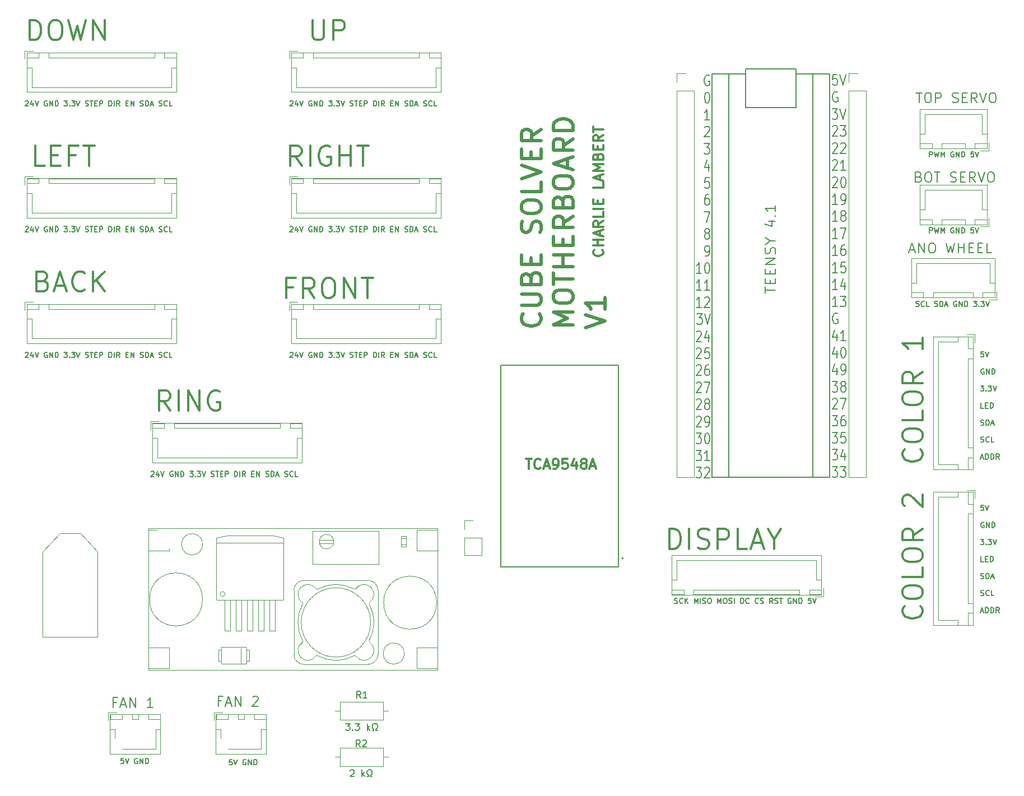
<source format=gbr>
%TF.GenerationSoftware,KiCad,Pcbnew,8.0.0*%
%TF.CreationDate,2025-07-10T12:46:30-06:00*%
%TF.ProjectId,Motherboard,4d6f7468-6572-4626-9f61-72642e6b6963,A*%
%TF.SameCoordinates,Original*%
%TF.FileFunction,Legend,Top*%
%TF.FilePolarity,Positive*%
%FSLAX46Y46*%
G04 Gerber Fmt 4.6, Leading zero omitted, Abs format (unit mm)*
G04 Created by KiCad (PCBNEW 8.0.0) date 2025-07-10 12:46:30*
%MOMM*%
%LPD*%
G01*
G04 APERTURE LIST*
%ADD10C,0.150000*%
%ADD11C,0.300000*%
%ADD12C,0.200000*%
%ADD13C,0.500000*%
%ADD14C,0.120000*%
%ADD15C,0.127000*%
G04 APERTURE END LIST*
D10*
X197177254Y-55850460D02*
X196558206Y-55850460D01*
X196558206Y-55850460D02*
X196496302Y-56612365D01*
X196496302Y-56612365D02*
X196558206Y-56536174D01*
X196558206Y-56536174D02*
X196682016Y-56459984D01*
X196682016Y-56459984D02*
X196991540Y-56459984D01*
X196991540Y-56459984D02*
X197115349Y-56536174D01*
X197115349Y-56536174D02*
X197177254Y-56612365D01*
X197177254Y-56612365D02*
X197239159Y-56764746D01*
X197239159Y-56764746D02*
X197239159Y-57145698D01*
X197239159Y-57145698D02*
X197177254Y-57298079D01*
X197177254Y-57298079D02*
X197115349Y-57374270D01*
X197115349Y-57374270D02*
X196991540Y-57450460D01*
X196991540Y-57450460D02*
X196682016Y-57450460D01*
X196682016Y-57450460D02*
X196558206Y-57374270D01*
X196558206Y-57374270D02*
X196496302Y-57298079D01*
X197610587Y-55850460D02*
X198043920Y-57450460D01*
X198043920Y-57450460D02*
X198477254Y-55850460D01*
X197239159Y-58502560D02*
X197115349Y-58426370D01*
X197115349Y-58426370D02*
X196929635Y-58426370D01*
X196929635Y-58426370D02*
X196743921Y-58502560D01*
X196743921Y-58502560D02*
X196620111Y-58654941D01*
X196620111Y-58654941D02*
X196558206Y-58807322D01*
X196558206Y-58807322D02*
X196496302Y-59112084D01*
X196496302Y-59112084D02*
X196496302Y-59340656D01*
X196496302Y-59340656D02*
X196558206Y-59645418D01*
X196558206Y-59645418D02*
X196620111Y-59797799D01*
X196620111Y-59797799D02*
X196743921Y-59950180D01*
X196743921Y-59950180D02*
X196929635Y-60026370D01*
X196929635Y-60026370D02*
X197053444Y-60026370D01*
X197053444Y-60026370D02*
X197239159Y-59950180D01*
X197239159Y-59950180D02*
X197301063Y-59873989D01*
X197301063Y-59873989D02*
X197301063Y-59340656D01*
X197301063Y-59340656D02*
X197053444Y-59340656D01*
X196434397Y-61002280D02*
X197239159Y-61002280D01*
X197239159Y-61002280D02*
X196805825Y-61611804D01*
X196805825Y-61611804D02*
X196991540Y-61611804D01*
X196991540Y-61611804D02*
X197115349Y-61687994D01*
X197115349Y-61687994D02*
X197177254Y-61764185D01*
X197177254Y-61764185D02*
X197239159Y-61916566D01*
X197239159Y-61916566D02*
X197239159Y-62297518D01*
X197239159Y-62297518D02*
X197177254Y-62449899D01*
X197177254Y-62449899D02*
X197115349Y-62526090D01*
X197115349Y-62526090D02*
X196991540Y-62602280D01*
X196991540Y-62602280D02*
X196620111Y-62602280D01*
X196620111Y-62602280D02*
X196496302Y-62526090D01*
X196496302Y-62526090D02*
X196434397Y-62449899D01*
X197610587Y-61002280D02*
X198043920Y-62602280D01*
X198043920Y-62602280D02*
X198477254Y-61002280D01*
X196496302Y-63730571D02*
X196558206Y-63654380D01*
X196558206Y-63654380D02*
X196682016Y-63578190D01*
X196682016Y-63578190D02*
X196991540Y-63578190D01*
X196991540Y-63578190D02*
X197115349Y-63654380D01*
X197115349Y-63654380D02*
X197177254Y-63730571D01*
X197177254Y-63730571D02*
X197239159Y-63882952D01*
X197239159Y-63882952D02*
X197239159Y-64035333D01*
X197239159Y-64035333D02*
X197177254Y-64263904D01*
X197177254Y-64263904D02*
X196434397Y-65178190D01*
X196434397Y-65178190D02*
X197239159Y-65178190D01*
X197672492Y-63578190D02*
X198477254Y-63578190D01*
X198477254Y-63578190D02*
X198043920Y-64187714D01*
X198043920Y-64187714D02*
X198229635Y-64187714D01*
X198229635Y-64187714D02*
X198353444Y-64263904D01*
X198353444Y-64263904D02*
X198415349Y-64340095D01*
X198415349Y-64340095D02*
X198477254Y-64492476D01*
X198477254Y-64492476D02*
X198477254Y-64873428D01*
X198477254Y-64873428D02*
X198415349Y-65025809D01*
X198415349Y-65025809D02*
X198353444Y-65102000D01*
X198353444Y-65102000D02*
X198229635Y-65178190D01*
X198229635Y-65178190D02*
X197858206Y-65178190D01*
X197858206Y-65178190D02*
X197734397Y-65102000D01*
X197734397Y-65102000D02*
X197672492Y-65025809D01*
X196496302Y-66306481D02*
X196558206Y-66230290D01*
X196558206Y-66230290D02*
X196682016Y-66154100D01*
X196682016Y-66154100D02*
X196991540Y-66154100D01*
X196991540Y-66154100D02*
X197115349Y-66230290D01*
X197115349Y-66230290D02*
X197177254Y-66306481D01*
X197177254Y-66306481D02*
X197239159Y-66458862D01*
X197239159Y-66458862D02*
X197239159Y-66611243D01*
X197239159Y-66611243D02*
X197177254Y-66839814D01*
X197177254Y-66839814D02*
X196434397Y-67754100D01*
X196434397Y-67754100D02*
X197239159Y-67754100D01*
X197734397Y-66306481D02*
X197796301Y-66230290D01*
X197796301Y-66230290D02*
X197920111Y-66154100D01*
X197920111Y-66154100D02*
X198229635Y-66154100D01*
X198229635Y-66154100D02*
X198353444Y-66230290D01*
X198353444Y-66230290D02*
X198415349Y-66306481D01*
X198415349Y-66306481D02*
X198477254Y-66458862D01*
X198477254Y-66458862D02*
X198477254Y-66611243D01*
X198477254Y-66611243D02*
X198415349Y-66839814D01*
X198415349Y-66839814D02*
X197672492Y-67754100D01*
X197672492Y-67754100D02*
X198477254Y-67754100D01*
X196496302Y-68882391D02*
X196558206Y-68806200D01*
X196558206Y-68806200D02*
X196682016Y-68730010D01*
X196682016Y-68730010D02*
X196991540Y-68730010D01*
X196991540Y-68730010D02*
X197115349Y-68806200D01*
X197115349Y-68806200D02*
X197177254Y-68882391D01*
X197177254Y-68882391D02*
X197239159Y-69034772D01*
X197239159Y-69034772D02*
X197239159Y-69187153D01*
X197239159Y-69187153D02*
X197177254Y-69415724D01*
X197177254Y-69415724D02*
X196434397Y-70330010D01*
X196434397Y-70330010D02*
X197239159Y-70330010D01*
X198477254Y-70330010D02*
X197734397Y-70330010D01*
X198105825Y-70330010D02*
X198105825Y-68730010D01*
X198105825Y-68730010D02*
X197982016Y-68958581D01*
X197982016Y-68958581D02*
X197858206Y-69110962D01*
X197858206Y-69110962D02*
X197734397Y-69187153D01*
X196496302Y-71458301D02*
X196558206Y-71382110D01*
X196558206Y-71382110D02*
X196682016Y-71305920D01*
X196682016Y-71305920D02*
X196991540Y-71305920D01*
X196991540Y-71305920D02*
X197115349Y-71382110D01*
X197115349Y-71382110D02*
X197177254Y-71458301D01*
X197177254Y-71458301D02*
X197239159Y-71610682D01*
X197239159Y-71610682D02*
X197239159Y-71763063D01*
X197239159Y-71763063D02*
X197177254Y-71991634D01*
X197177254Y-71991634D02*
X196434397Y-72905920D01*
X196434397Y-72905920D02*
X197239159Y-72905920D01*
X198043920Y-71305920D02*
X198167730Y-71305920D01*
X198167730Y-71305920D02*
X198291539Y-71382110D01*
X198291539Y-71382110D02*
X198353444Y-71458301D01*
X198353444Y-71458301D02*
X198415349Y-71610682D01*
X198415349Y-71610682D02*
X198477254Y-71915444D01*
X198477254Y-71915444D02*
X198477254Y-72296396D01*
X198477254Y-72296396D02*
X198415349Y-72601158D01*
X198415349Y-72601158D02*
X198353444Y-72753539D01*
X198353444Y-72753539D02*
X198291539Y-72829730D01*
X198291539Y-72829730D02*
X198167730Y-72905920D01*
X198167730Y-72905920D02*
X198043920Y-72905920D01*
X198043920Y-72905920D02*
X197920111Y-72829730D01*
X197920111Y-72829730D02*
X197858206Y-72753539D01*
X197858206Y-72753539D02*
X197796301Y-72601158D01*
X197796301Y-72601158D02*
X197734397Y-72296396D01*
X197734397Y-72296396D02*
X197734397Y-71915444D01*
X197734397Y-71915444D02*
X197796301Y-71610682D01*
X197796301Y-71610682D02*
X197858206Y-71458301D01*
X197858206Y-71458301D02*
X197920111Y-71382110D01*
X197920111Y-71382110D02*
X198043920Y-71305920D01*
X197239159Y-75481830D02*
X196496302Y-75481830D01*
X196867730Y-75481830D02*
X196867730Y-73881830D01*
X196867730Y-73881830D02*
X196743921Y-74110401D01*
X196743921Y-74110401D02*
X196620111Y-74262782D01*
X196620111Y-74262782D02*
X196496302Y-74338973D01*
X197858206Y-75481830D02*
X198105825Y-75481830D01*
X198105825Y-75481830D02*
X198229635Y-75405640D01*
X198229635Y-75405640D02*
X198291539Y-75329449D01*
X198291539Y-75329449D02*
X198415349Y-75100878D01*
X198415349Y-75100878D02*
X198477254Y-74796116D01*
X198477254Y-74796116D02*
X198477254Y-74186592D01*
X198477254Y-74186592D02*
X198415349Y-74034211D01*
X198415349Y-74034211D02*
X198353444Y-73958020D01*
X198353444Y-73958020D02*
X198229635Y-73881830D01*
X198229635Y-73881830D02*
X197982016Y-73881830D01*
X197982016Y-73881830D02*
X197858206Y-73958020D01*
X197858206Y-73958020D02*
X197796301Y-74034211D01*
X197796301Y-74034211D02*
X197734397Y-74186592D01*
X197734397Y-74186592D02*
X197734397Y-74567544D01*
X197734397Y-74567544D02*
X197796301Y-74719925D01*
X197796301Y-74719925D02*
X197858206Y-74796116D01*
X197858206Y-74796116D02*
X197982016Y-74872306D01*
X197982016Y-74872306D02*
X198229635Y-74872306D01*
X198229635Y-74872306D02*
X198353444Y-74796116D01*
X198353444Y-74796116D02*
X198415349Y-74719925D01*
X198415349Y-74719925D02*
X198477254Y-74567544D01*
X197239159Y-78057740D02*
X196496302Y-78057740D01*
X196867730Y-78057740D02*
X196867730Y-76457740D01*
X196867730Y-76457740D02*
X196743921Y-76686311D01*
X196743921Y-76686311D02*
X196620111Y-76838692D01*
X196620111Y-76838692D02*
X196496302Y-76914883D01*
X197982016Y-77143454D02*
X197858206Y-77067264D01*
X197858206Y-77067264D02*
X197796301Y-76991073D01*
X197796301Y-76991073D02*
X197734397Y-76838692D01*
X197734397Y-76838692D02*
X197734397Y-76762502D01*
X197734397Y-76762502D02*
X197796301Y-76610121D01*
X197796301Y-76610121D02*
X197858206Y-76533930D01*
X197858206Y-76533930D02*
X197982016Y-76457740D01*
X197982016Y-76457740D02*
X198229635Y-76457740D01*
X198229635Y-76457740D02*
X198353444Y-76533930D01*
X198353444Y-76533930D02*
X198415349Y-76610121D01*
X198415349Y-76610121D02*
X198477254Y-76762502D01*
X198477254Y-76762502D02*
X198477254Y-76838692D01*
X198477254Y-76838692D02*
X198415349Y-76991073D01*
X198415349Y-76991073D02*
X198353444Y-77067264D01*
X198353444Y-77067264D02*
X198229635Y-77143454D01*
X198229635Y-77143454D02*
X197982016Y-77143454D01*
X197982016Y-77143454D02*
X197858206Y-77219645D01*
X197858206Y-77219645D02*
X197796301Y-77295835D01*
X197796301Y-77295835D02*
X197734397Y-77448216D01*
X197734397Y-77448216D02*
X197734397Y-77752978D01*
X197734397Y-77752978D02*
X197796301Y-77905359D01*
X197796301Y-77905359D02*
X197858206Y-77981550D01*
X197858206Y-77981550D02*
X197982016Y-78057740D01*
X197982016Y-78057740D02*
X198229635Y-78057740D01*
X198229635Y-78057740D02*
X198353444Y-77981550D01*
X198353444Y-77981550D02*
X198415349Y-77905359D01*
X198415349Y-77905359D02*
X198477254Y-77752978D01*
X198477254Y-77752978D02*
X198477254Y-77448216D01*
X198477254Y-77448216D02*
X198415349Y-77295835D01*
X198415349Y-77295835D02*
X198353444Y-77219645D01*
X198353444Y-77219645D02*
X198229635Y-77143454D01*
X197239159Y-80633650D02*
X196496302Y-80633650D01*
X196867730Y-80633650D02*
X196867730Y-79033650D01*
X196867730Y-79033650D02*
X196743921Y-79262221D01*
X196743921Y-79262221D02*
X196620111Y-79414602D01*
X196620111Y-79414602D02*
X196496302Y-79490793D01*
X197672492Y-79033650D02*
X198539158Y-79033650D01*
X198539158Y-79033650D02*
X197982016Y-80633650D01*
X197239159Y-83209560D02*
X196496302Y-83209560D01*
X196867730Y-83209560D02*
X196867730Y-81609560D01*
X196867730Y-81609560D02*
X196743921Y-81838131D01*
X196743921Y-81838131D02*
X196620111Y-81990512D01*
X196620111Y-81990512D02*
X196496302Y-82066703D01*
X198353444Y-81609560D02*
X198105825Y-81609560D01*
X198105825Y-81609560D02*
X197982016Y-81685750D01*
X197982016Y-81685750D02*
X197920111Y-81761941D01*
X197920111Y-81761941D02*
X197796301Y-81990512D01*
X197796301Y-81990512D02*
X197734397Y-82295274D01*
X197734397Y-82295274D02*
X197734397Y-82904798D01*
X197734397Y-82904798D02*
X197796301Y-83057179D01*
X197796301Y-83057179D02*
X197858206Y-83133370D01*
X197858206Y-83133370D02*
X197982016Y-83209560D01*
X197982016Y-83209560D02*
X198229635Y-83209560D01*
X198229635Y-83209560D02*
X198353444Y-83133370D01*
X198353444Y-83133370D02*
X198415349Y-83057179D01*
X198415349Y-83057179D02*
X198477254Y-82904798D01*
X198477254Y-82904798D02*
X198477254Y-82523846D01*
X198477254Y-82523846D02*
X198415349Y-82371465D01*
X198415349Y-82371465D02*
X198353444Y-82295274D01*
X198353444Y-82295274D02*
X198229635Y-82219084D01*
X198229635Y-82219084D02*
X197982016Y-82219084D01*
X197982016Y-82219084D02*
X197858206Y-82295274D01*
X197858206Y-82295274D02*
X197796301Y-82371465D01*
X197796301Y-82371465D02*
X197734397Y-82523846D01*
X197239159Y-85785470D02*
X196496302Y-85785470D01*
X196867730Y-85785470D02*
X196867730Y-84185470D01*
X196867730Y-84185470D02*
X196743921Y-84414041D01*
X196743921Y-84414041D02*
X196620111Y-84566422D01*
X196620111Y-84566422D02*
X196496302Y-84642613D01*
X198415349Y-84185470D02*
X197796301Y-84185470D01*
X197796301Y-84185470D02*
X197734397Y-84947375D01*
X197734397Y-84947375D02*
X197796301Y-84871184D01*
X197796301Y-84871184D02*
X197920111Y-84794994D01*
X197920111Y-84794994D02*
X198229635Y-84794994D01*
X198229635Y-84794994D02*
X198353444Y-84871184D01*
X198353444Y-84871184D02*
X198415349Y-84947375D01*
X198415349Y-84947375D02*
X198477254Y-85099756D01*
X198477254Y-85099756D02*
X198477254Y-85480708D01*
X198477254Y-85480708D02*
X198415349Y-85633089D01*
X198415349Y-85633089D02*
X198353444Y-85709280D01*
X198353444Y-85709280D02*
X198229635Y-85785470D01*
X198229635Y-85785470D02*
X197920111Y-85785470D01*
X197920111Y-85785470D02*
X197796301Y-85709280D01*
X197796301Y-85709280D02*
X197734397Y-85633089D01*
X197239159Y-88361380D02*
X196496302Y-88361380D01*
X196867730Y-88361380D02*
X196867730Y-86761380D01*
X196867730Y-86761380D02*
X196743921Y-86989951D01*
X196743921Y-86989951D02*
X196620111Y-87142332D01*
X196620111Y-87142332D02*
X196496302Y-87218523D01*
X198353444Y-87294713D02*
X198353444Y-88361380D01*
X198043920Y-86685190D02*
X197734397Y-87828047D01*
X197734397Y-87828047D02*
X198539158Y-87828047D01*
X197239159Y-90937290D02*
X196496302Y-90937290D01*
X196867730Y-90937290D02*
X196867730Y-89337290D01*
X196867730Y-89337290D02*
X196743921Y-89565861D01*
X196743921Y-89565861D02*
X196620111Y-89718242D01*
X196620111Y-89718242D02*
X196496302Y-89794433D01*
X197672492Y-89337290D02*
X198477254Y-89337290D01*
X198477254Y-89337290D02*
X198043920Y-89946814D01*
X198043920Y-89946814D02*
X198229635Y-89946814D01*
X198229635Y-89946814D02*
X198353444Y-90023004D01*
X198353444Y-90023004D02*
X198415349Y-90099195D01*
X198415349Y-90099195D02*
X198477254Y-90251576D01*
X198477254Y-90251576D02*
X198477254Y-90632528D01*
X198477254Y-90632528D02*
X198415349Y-90784909D01*
X198415349Y-90784909D02*
X198353444Y-90861100D01*
X198353444Y-90861100D02*
X198229635Y-90937290D01*
X198229635Y-90937290D02*
X197858206Y-90937290D01*
X197858206Y-90937290D02*
X197734397Y-90861100D01*
X197734397Y-90861100D02*
X197672492Y-90784909D01*
X197239159Y-91989390D02*
X197115349Y-91913200D01*
X197115349Y-91913200D02*
X196929635Y-91913200D01*
X196929635Y-91913200D02*
X196743921Y-91989390D01*
X196743921Y-91989390D02*
X196620111Y-92141771D01*
X196620111Y-92141771D02*
X196558206Y-92294152D01*
X196558206Y-92294152D02*
X196496302Y-92598914D01*
X196496302Y-92598914D02*
X196496302Y-92827486D01*
X196496302Y-92827486D02*
X196558206Y-93132248D01*
X196558206Y-93132248D02*
X196620111Y-93284629D01*
X196620111Y-93284629D02*
X196743921Y-93437010D01*
X196743921Y-93437010D02*
X196929635Y-93513200D01*
X196929635Y-93513200D02*
X197053444Y-93513200D01*
X197053444Y-93513200D02*
X197239159Y-93437010D01*
X197239159Y-93437010D02*
X197301063Y-93360819D01*
X197301063Y-93360819D02*
X197301063Y-92827486D01*
X197301063Y-92827486D02*
X197053444Y-92827486D01*
X197115349Y-95022443D02*
X197115349Y-96089110D01*
X196805825Y-94412920D02*
X196496302Y-95555777D01*
X196496302Y-95555777D02*
X197301063Y-95555777D01*
X198477254Y-96089110D02*
X197734397Y-96089110D01*
X198105825Y-96089110D02*
X198105825Y-94489110D01*
X198105825Y-94489110D02*
X197982016Y-94717681D01*
X197982016Y-94717681D02*
X197858206Y-94870062D01*
X197858206Y-94870062D02*
X197734397Y-94946253D01*
X197115349Y-97598353D02*
X197115349Y-98665020D01*
X196805825Y-96988830D02*
X196496302Y-98131687D01*
X196496302Y-98131687D02*
X197301063Y-98131687D01*
X198043920Y-97065020D02*
X198167730Y-97065020D01*
X198167730Y-97065020D02*
X198291539Y-97141210D01*
X198291539Y-97141210D02*
X198353444Y-97217401D01*
X198353444Y-97217401D02*
X198415349Y-97369782D01*
X198415349Y-97369782D02*
X198477254Y-97674544D01*
X198477254Y-97674544D02*
X198477254Y-98055496D01*
X198477254Y-98055496D02*
X198415349Y-98360258D01*
X198415349Y-98360258D02*
X198353444Y-98512639D01*
X198353444Y-98512639D02*
X198291539Y-98588830D01*
X198291539Y-98588830D02*
X198167730Y-98665020D01*
X198167730Y-98665020D02*
X198043920Y-98665020D01*
X198043920Y-98665020D02*
X197920111Y-98588830D01*
X197920111Y-98588830D02*
X197858206Y-98512639D01*
X197858206Y-98512639D02*
X197796301Y-98360258D01*
X197796301Y-98360258D02*
X197734397Y-98055496D01*
X197734397Y-98055496D02*
X197734397Y-97674544D01*
X197734397Y-97674544D02*
X197796301Y-97369782D01*
X197796301Y-97369782D02*
X197858206Y-97217401D01*
X197858206Y-97217401D02*
X197920111Y-97141210D01*
X197920111Y-97141210D02*
X198043920Y-97065020D01*
X197115349Y-100174263D02*
X197115349Y-101240930D01*
X196805825Y-99564740D02*
X196496302Y-100707597D01*
X196496302Y-100707597D02*
X197301063Y-100707597D01*
X197858206Y-101240930D02*
X198105825Y-101240930D01*
X198105825Y-101240930D02*
X198229635Y-101164740D01*
X198229635Y-101164740D02*
X198291539Y-101088549D01*
X198291539Y-101088549D02*
X198415349Y-100859978D01*
X198415349Y-100859978D02*
X198477254Y-100555216D01*
X198477254Y-100555216D02*
X198477254Y-99945692D01*
X198477254Y-99945692D02*
X198415349Y-99793311D01*
X198415349Y-99793311D02*
X198353444Y-99717120D01*
X198353444Y-99717120D02*
X198229635Y-99640930D01*
X198229635Y-99640930D02*
X197982016Y-99640930D01*
X197982016Y-99640930D02*
X197858206Y-99717120D01*
X197858206Y-99717120D02*
X197796301Y-99793311D01*
X197796301Y-99793311D02*
X197734397Y-99945692D01*
X197734397Y-99945692D02*
X197734397Y-100326644D01*
X197734397Y-100326644D02*
X197796301Y-100479025D01*
X197796301Y-100479025D02*
X197858206Y-100555216D01*
X197858206Y-100555216D02*
X197982016Y-100631406D01*
X197982016Y-100631406D02*
X198229635Y-100631406D01*
X198229635Y-100631406D02*
X198353444Y-100555216D01*
X198353444Y-100555216D02*
X198415349Y-100479025D01*
X198415349Y-100479025D02*
X198477254Y-100326644D01*
X196434397Y-102216840D02*
X197239159Y-102216840D01*
X197239159Y-102216840D02*
X196805825Y-102826364D01*
X196805825Y-102826364D02*
X196991540Y-102826364D01*
X196991540Y-102826364D02*
X197115349Y-102902554D01*
X197115349Y-102902554D02*
X197177254Y-102978745D01*
X197177254Y-102978745D02*
X197239159Y-103131126D01*
X197239159Y-103131126D02*
X197239159Y-103512078D01*
X197239159Y-103512078D02*
X197177254Y-103664459D01*
X197177254Y-103664459D02*
X197115349Y-103740650D01*
X197115349Y-103740650D02*
X196991540Y-103816840D01*
X196991540Y-103816840D02*
X196620111Y-103816840D01*
X196620111Y-103816840D02*
X196496302Y-103740650D01*
X196496302Y-103740650D02*
X196434397Y-103664459D01*
X197982016Y-102902554D02*
X197858206Y-102826364D01*
X197858206Y-102826364D02*
X197796301Y-102750173D01*
X197796301Y-102750173D02*
X197734397Y-102597792D01*
X197734397Y-102597792D02*
X197734397Y-102521602D01*
X197734397Y-102521602D02*
X197796301Y-102369221D01*
X197796301Y-102369221D02*
X197858206Y-102293030D01*
X197858206Y-102293030D02*
X197982016Y-102216840D01*
X197982016Y-102216840D02*
X198229635Y-102216840D01*
X198229635Y-102216840D02*
X198353444Y-102293030D01*
X198353444Y-102293030D02*
X198415349Y-102369221D01*
X198415349Y-102369221D02*
X198477254Y-102521602D01*
X198477254Y-102521602D02*
X198477254Y-102597792D01*
X198477254Y-102597792D02*
X198415349Y-102750173D01*
X198415349Y-102750173D02*
X198353444Y-102826364D01*
X198353444Y-102826364D02*
X198229635Y-102902554D01*
X198229635Y-102902554D02*
X197982016Y-102902554D01*
X197982016Y-102902554D02*
X197858206Y-102978745D01*
X197858206Y-102978745D02*
X197796301Y-103054935D01*
X197796301Y-103054935D02*
X197734397Y-103207316D01*
X197734397Y-103207316D02*
X197734397Y-103512078D01*
X197734397Y-103512078D02*
X197796301Y-103664459D01*
X197796301Y-103664459D02*
X197858206Y-103740650D01*
X197858206Y-103740650D02*
X197982016Y-103816840D01*
X197982016Y-103816840D02*
X198229635Y-103816840D01*
X198229635Y-103816840D02*
X198353444Y-103740650D01*
X198353444Y-103740650D02*
X198415349Y-103664459D01*
X198415349Y-103664459D02*
X198477254Y-103512078D01*
X198477254Y-103512078D02*
X198477254Y-103207316D01*
X198477254Y-103207316D02*
X198415349Y-103054935D01*
X198415349Y-103054935D02*
X198353444Y-102978745D01*
X198353444Y-102978745D02*
X198229635Y-102902554D01*
X196496302Y-104945131D02*
X196558206Y-104868940D01*
X196558206Y-104868940D02*
X196682016Y-104792750D01*
X196682016Y-104792750D02*
X196991540Y-104792750D01*
X196991540Y-104792750D02*
X197115349Y-104868940D01*
X197115349Y-104868940D02*
X197177254Y-104945131D01*
X197177254Y-104945131D02*
X197239159Y-105097512D01*
X197239159Y-105097512D02*
X197239159Y-105249893D01*
X197239159Y-105249893D02*
X197177254Y-105478464D01*
X197177254Y-105478464D02*
X196434397Y-106392750D01*
X196434397Y-106392750D02*
X197239159Y-106392750D01*
X197672492Y-104792750D02*
X198539158Y-104792750D01*
X198539158Y-104792750D02*
X197982016Y-106392750D01*
X196434397Y-107368660D02*
X197239159Y-107368660D01*
X197239159Y-107368660D02*
X196805825Y-107978184D01*
X196805825Y-107978184D02*
X196991540Y-107978184D01*
X196991540Y-107978184D02*
X197115349Y-108054374D01*
X197115349Y-108054374D02*
X197177254Y-108130565D01*
X197177254Y-108130565D02*
X197239159Y-108282946D01*
X197239159Y-108282946D02*
X197239159Y-108663898D01*
X197239159Y-108663898D02*
X197177254Y-108816279D01*
X197177254Y-108816279D02*
X197115349Y-108892470D01*
X197115349Y-108892470D02*
X196991540Y-108968660D01*
X196991540Y-108968660D02*
X196620111Y-108968660D01*
X196620111Y-108968660D02*
X196496302Y-108892470D01*
X196496302Y-108892470D02*
X196434397Y-108816279D01*
X198353444Y-107368660D02*
X198105825Y-107368660D01*
X198105825Y-107368660D02*
X197982016Y-107444850D01*
X197982016Y-107444850D02*
X197920111Y-107521041D01*
X197920111Y-107521041D02*
X197796301Y-107749612D01*
X197796301Y-107749612D02*
X197734397Y-108054374D01*
X197734397Y-108054374D02*
X197734397Y-108663898D01*
X197734397Y-108663898D02*
X197796301Y-108816279D01*
X197796301Y-108816279D02*
X197858206Y-108892470D01*
X197858206Y-108892470D02*
X197982016Y-108968660D01*
X197982016Y-108968660D02*
X198229635Y-108968660D01*
X198229635Y-108968660D02*
X198353444Y-108892470D01*
X198353444Y-108892470D02*
X198415349Y-108816279D01*
X198415349Y-108816279D02*
X198477254Y-108663898D01*
X198477254Y-108663898D02*
X198477254Y-108282946D01*
X198477254Y-108282946D02*
X198415349Y-108130565D01*
X198415349Y-108130565D02*
X198353444Y-108054374D01*
X198353444Y-108054374D02*
X198229635Y-107978184D01*
X198229635Y-107978184D02*
X197982016Y-107978184D01*
X197982016Y-107978184D02*
X197858206Y-108054374D01*
X197858206Y-108054374D02*
X197796301Y-108130565D01*
X197796301Y-108130565D02*
X197734397Y-108282946D01*
X196434397Y-109944570D02*
X197239159Y-109944570D01*
X197239159Y-109944570D02*
X196805825Y-110554094D01*
X196805825Y-110554094D02*
X196991540Y-110554094D01*
X196991540Y-110554094D02*
X197115349Y-110630284D01*
X197115349Y-110630284D02*
X197177254Y-110706475D01*
X197177254Y-110706475D02*
X197239159Y-110858856D01*
X197239159Y-110858856D02*
X197239159Y-111239808D01*
X197239159Y-111239808D02*
X197177254Y-111392189D01*
X197177254Y-111392189D02*
X197115349Y-111468380D01*
X197115349Y-111468380D02*
X196991540Y-111544570D01*
X196991540Y-111544570D02*
X196620111Y-111544570D01*
X196620111Y-111544570D02*
X196496302Y-111468380D01*
X196496302Y-111468380D02*
X196434397Y-111392189D01*
X198415349Y-109944570D02*
X197796301Y-109944570D01*
X197796301Y-109944570D02*
X197734397Y-110706475D01*
X197734397Y-110706475D02*
X197796301Y-110630284D01*
X197796301Y-110630284D02*
X197920111Y-110554094D01*
X197920111Y-110554094D02*
X198229635Y-110554094D01*
X198229635Y-110554094D02*
X198353444Y-110630284D01*
X198353444Y-110630284D02*
X198415349Y-110706475D01*
X198415349Y-110706475D02*
X198477254Y-110858856D01*
X198477254Y-110858856D02*
X198477254Y-111239808D01*
X198477254Y-111239808D02*
X198415349Y-111392189D01*
X198415349Y-111392189D02*
X198353444Y-111468380D01*
X198353444Y-111468380D02*
X198229635Y-111544570D01*
X198229635Y-111544570D02*
X197920111Y-111544570D01*
X197920111Y-111544570D02*
X197796301Y-111468380D01*
X197796301Y-111468380D02*
X197734397Y-111392189D01*
X196434397Y-112520480D02*
X197239159Y-112520480D01*
X197239159Y-112520480D02*
X196805825Y-113130004D01*
X196805825Y-113130004D02*
X196991540Y-113130004D01*
X196991540Y-113130004D02*
X197115349Y-113206194D01*
X197115349Y-113206194D02*
X197177254Y-113282385D01*
X197177254Y-113282385D02*
X197239159Y-113434766D01*
X197239159Y-113434766D02*
X197239159Y-113815718D01*
X197239159Y-113815718D02*
X197177254Y-113968099D01*
X197177254Y-113968099D02*
X197115349Y-114044290D01*
X197115349Y-114044290D02*
X196991540Y-114120480D01*
X196991540Y-114120480D02*
X196620111Y-114120480D01*
X196620111Y-114120480D02*
X196496302Y-114044290D01*
X196496302Y-114044290D02*
X196434397Y-113968099D01*
X198353444Y-113053813D02*
X198353444Y-114120480D01*
X198043920Y-112444290D02*
X197734397Y-113587147D01*
X197734397Y-113587147D02*
X198539158Y-113587147D01*
X196434397Y-115096390D02*
X197239159Y-115096390D01*
X197239159Y-115096390D02*
X196805825Y-115705914D01*
X196805825Y-115705914D02*
X196991540Y-115705914D01*
X196991540Y-115705914D02*
X197115349Y-115782104D01*
X197115349Y-115782104D02*
X197177254Y-115858295D01*
X197177254Y-115858295D02*
X197239159Y-116010676D01*
X197239159Y-116010676D02*
X197239159Y-116391628D01*
X197239159Y-116391628D02*
X197177254Y-116544009D01*
X197177254Y-116544009D02*
X197115349Y-116620200D01*
X197115349Y-116620200D02*
X196991540Y-116696390D01*
X196991540Y-116696390D02*
X196620111Y-116696390D01*
X196620111Y-116696390D02*
X196496302Y-116620200D01*
X196496302Y-116620200D02*
X196434397Y-116544009D01*
X197672492Y-115096390D02*
X198477254Y-115096390D01*
X198477254Y-115096390D02*
X198043920Y-115705914D01*
X198043920Y-115705914D02*
X198229635Y-115705914D01*
X198229635Y-115705914D02*
X198353444Y-115782104D01*
X198353444Y-115782104D02*
X198415349Y-115858295D01*
X198415349Y-115858295D02*
X198477254Y-116010676D01*
X198477254Y-116010676D02*
X198477254Y-116391628D01*
X198477254Y-116391628D02*
X198415349Y-116544009D01*
X198415349Y-116544009D02*
X198353444Y-116620200D01*
X198353444Y-116620200D02*
X198229635Y-116696390D01*
X198229635Y-116696390D02*
X197858206Y-116696390D01*
X197858206Y-116696390D02*
X197734397Y-116620200D01*
X197734397Y-116620200D02*
X197672492Y-116544009D01*
X177841791Y-56026650D02*
X177717981Y-55950460D01*
X177717981Y-55950460D02*
X177532267Y-55950460D01*
X177532267Y-55950460D02*
X177346553Y-56026650D01*
X177346553Y-56026650D02*
X177222743Y-56179031D01*
X177222743Y-56179031D02*
X177160838Y-56331412D01*
X177160838Y-56331412D02*
X177098934Y-56636174D01*
X177098934Y-56636174D02*
X177098934Y-56864746D01*
X177098934Y-56864746D02*
X177160838Y-57169508D01*
X177160838Y-57169508D02*
X177222743Y-57321889D01*
X177222743Y-57321889D02*
X177346553Y-57474270D01*
X177346553Y-57474270D02*
X177532267Y-57550460D01*
X177532267Y-57550460D02*
X177656076Y-57550460D01*
X177656076Y-57550460D02*
X177841791Y-57474270D01*
X177841791Y-57474270D02*
X177903695Y-57398079D01*
X177903695Y-57398079D02*
X177903695Y-56864746D01*
X177903695Y-56864746D02*
X177656076Y-56864746D01*
X177470362Y-58526370D02*
X177594172Y-58526370D01*
X177594172Y-58526370D02*
X177717981Y-58602560D01*
X177717981Y-58602560D02*
X177779886Y-58678751D01*
X177779886Y-58678751D02*
X177841791Y-58831132D01*
X177841791Y-58831132D02*
X177903696Y-59135894D01*
X177903696Y-59135894D02*
X177903696Y-59516846D01*
X177903696Y-59516846D02*
X177841791Y-59821608D01*
X177841791Y-59821608D02*
X177779886Y-59973989D01*
X177779886Y-59973989D02*
X177717981Y-60050180D01*
X177717981Y-60050180D02*
X177594172Y-60126370D01*
X177594172Y-60126370D02*
X177470362Y-60126370D01*
X177470362Y-60126370D02*
X177346553Y-60050180D01*
X177346553Y-60050180D02*
X177284648Y-59973989D01*
X177284648Y-59973989D02*
X177222743Y-59821608D01*
X177222743Y-59821608D02*
X177160839Y-59516846D01*
X177160839Y-59516846D02*
X177160839Y-59135894D01*
X177160839Y-59135894D02*
X177222743Y-58831132D01*
X177222743Y-58831132D02*
X177284648Y-58678751D01*
X177284648Y-58678751D02*
X177346553Y-58602560D01*
X177346553Y-58602560D02*
X177470362Y-58526370D01*
X177903696Y-62702280D02*
X177160839Y-62702280D01*
X177532267Y-62702280D02*
X177532267Y-61102280D01*
X177532267Y-61102280D02*
X177408458Y-61330851D01*
X177408458Y-61330851D02*
X177284648Y-61483232D01*
X177284648Y-61483232D02*
X177160839Y-61559423D01*
X177160839Y-63830571D02*
X177222743Y-63754380D01*
X177222743Y-63754380D02*
X177346553Y-63678190D01*
X177346553Y-63678190D02*
X177656077Y-63678190D01*
X177656077Y-63678190D02*
X177779886Y-63754380D01*
X177779886Y-63754380D02*
X177841791Y-63830571D01*
X177841791Y-63830571D02*
X177903696Y-63982952D01*
X177903696Y-63982952D02*
X177903696Y-64135333D01*
X177903696Y-64135333D02*
X177841791Y-64363904D01*
X177841791Y-64363904D02*
X177098934Y-65278190D01*
X177098934Y-65278190D02*
X177903696Y-65278190D01*
X177098934Y-66254100D02*
X177903696Y-66254100D01*
X177903696Y-66254100D02*
X177470362Y-66863624D01*
X177470362Y-66863624D02*
X177656077Y-66863624D01*
X177656077Y-66863624D02*
X177779886Y-66939814D01*
X177779886Y-66939814D02*
X177841791Y-67016005D01*
X177841791Y-67016005D02*
X177903696Y-67168386D01*
X177903696Y-67168386D02*
X177903696Y-67549338D01*
X177903696Y-67549338D02*
X177841791Y-67701719D01*
X177841791Y-67701719D02*
X177779886Y-67777910D01*
X177779886Y-67777910D02*
X177656077Y-67854100D01*
X177656077Y-67854100D02*
X177284648Y-67854100D01*
X177284648Y-67854100D02*
X177160839Y-67777910D01*
X177160839Y-67777910D02*
X177098934Y-67701719D01*
X177779886Y-69363343D02*
X177779886Y-70430010D01*
X177470362Y-68753820D02*
X177160839Y-69896677D01*
X177160839Y-69896677D02*
X177965600Y-69896677D01*
X177841791Y-71405920D02*
X177222743Y-71405920D01*
X177222743Y-71405920D02*
X177160839Y-72167825D01*
X177160839Y-72167825D02*
X177222743Y-72091634D01*
X177222743Y-72091634D02*
X177346553Y-72015444D01*
X177346553Y-72015444D02*
X177656077Y-72015444D01*
X177656077Y-72015444D02*
X177779886Y-72091634D01*
X177779886Y-72091634D02*
X177841791Y-72167825D01*
X177841791Y-72167825D02*
X177903696Y-72320206D01*
X177903696Y-72320206D02*
X177903696Y-72701158D01*
X177903696Y-72701158D02*
X177841791Y-72853539D01*
X177841791Y-72853539D02*
X177779886Y-72929730D01*
X177779886Y-72929730D02*
X177656077Y-73005920D01*
X177656077Y-73005920D02*
X177346553Y-73005920D01*
X177346553Y-73005920D02*
X177222743Y-72929730D01*
X177222743Y-72929730D02*
X177160839Y-72853539D01*
X177779886Y-73981830D02*
X177532267Y-73981830D01*
X177532267Y-73981830D02*
X177408458Y-74058020D01*
X177408458Y-74058020D02*
X177346553Y-74134211D01*
X177346553Y-74134211D02*
X177222743Y-74362782D01*
X177222743Y-74362782D02*
X177160839Y-74667544D01*
X177160839Y-74667544D02*
X177160839Y-75277068D01*
X177160839Y-75277068D02*
X177222743Y-75429449D01*
X177222743Y-75429449D02*
X177284648Y-75505640D01*
X177284648Y-75505640D02*
X177408458Y-75581830D01*
X177408458Y-75581830D02*
X177656077Y-75581830D01*
X177656077Y-75581830D02*
X177779886Y-75505640D01*
X177779886Y-75505640D02*
X177841791Y-75429449D01*
X177841791Y-75429449D02*
X177903696Y-75277068D01*
X177903696Y-75277068D02*
X177903696Y-74896116D01*
X177903696Y-74896116D02*
X177841791Y-74743735D01*
X177841791Y-74743735D02*
X177779886Y-74667544D01*
X177779886Y-74667544D02*
X177656077Y-74591354D01*
X177656077Y-74591354D02*
X177408458Y-74591354D01*
X177408458Y-74591354D02*
X177284648Y-74667544D01*
X177284648Y-74667544D02*
X177222743Y-74743735D01*
X177222743Y-74743735D02*
X177160839Y-74896116D01*
X177098934Y-76557740D02*
X177965600Y-76557740D01*
X177965600Y-76557740D02*
X177408458Y-78157740D01*
X177408458Y-79819364D02*
X177284648Y-79743174D01*
X177284648Y-79743174D02*
X177222743Y-79666983D01*
X177222743Y-79666983D02*
X177160839Y-79514602D01*
X177160839Y-79514602D02*
X177160839Y-79438412D01*
X177160839Y-79438412D02*
X177222743Y-79286031D01*
X177222743Y-79286031D02*
X177284648Y-79209840D01*
X177284648Y-79209840D02*
X177408458Y-79133650D01*
X177408458Y-79133650D02*
X177656077Y-79133650D01*
X177656077Y-79133650D02*
X177779886Y-79209840D01*
X177779886Y-79209840D02*
X177841791Y-79286031D01*
X177841791Y-79286031D02*
X177903696Y-79438412D01*
X177903696Y-79438412D02*
X177903696Y-79514602D01*
X177903696Y-79514602D02*
X177841791Y-79666983D01*
X177841791Y-79666983D02*
X177779886Y-79743174D01*
X177779886Y-79743174D02*
X177656077Y-79819364D01*
X177656077Y-79819364D02*
X177408458Y-79819364D01*
X177408458Y-79819364D02*
X177284648Y-79895555D01*
X177284648Y-79895555D02*
X177222743Y-79971745D01*
X177222743Y-79971745D02*
X177160839Y-80124126D01*
X177160839Y-80124126D02*
X177160839Y-80428888D01*
X177160839Y-80428888D02*
X177222743Y-80581269D01*
X177222743Y-80581269D02*
X177284648Y-80657460D01*
X177284648Y-80657460D02*
X177408458Y-80733650D01*
X177408458Y-80733650D02*
X177656077Y-80733650D01*
X177656077Y-80733650D02*
X177779886Y-80657460D01*
X177779886Y-80657460D02*
X177841791Y-80581269D01*
X177841791Y-80581269D02*
X177903696Y-80428888D01*
X177903696Y-80428888D02*
X177903696Y-80124126D01*
X177903696Y-80124126D02*
X177841791Y-79971745D01*
X177841791Y-79971745D02*
X177779886Y-79895555D01*
X177779886Y-79895555D02*
X177656077Y-79819364D01*
X177284648Y-83309560D02*
X177532267Y-83309560D01*
X177532267Y-83309560D02*
X177656077Y-83233370D01*
X177656077Y-83233370D02*
X177717981Y-83157179D01*
X177717981Y-83157179D02*
X177841791Y-82928608D01*
X177841791Y-82928608D02*
X177903696Y-82623846D01*
X177903696Y-82623846D02*
X177903696Y-82014322D01*
X177903696Y-82014322D02*
X177841791Y-81861941D01*
X177841791Y-81861941D02*
X177779886Y-81785750D01*
X177779886Y-81785750D02*
X177656077Y-81709560D01*
X177656077Y-81709560D02*
X177408458Y-81709560D01*
X177408458Y-81709560D02*
X177284648Y-81785750D01*
X177284648Y-81785750D02*
X177222743Y-81861941D01*
X177222743Y-81861941D02*
X177160839Y-82014322D01*
X177160839Y-82014322D02*
X177160839Y-82395274D01*
X177160839Y-82395274D02*
X177222743Y-82547655D01*
X177222743Y-82547655D02*
X177284648Y-82623846D01*
X177284648Y-82623846D02*
X177408458Y-82700036D01*
X177408458Y-82700036D02*
X177656077Y-82700036D01*
X177656077Y-82700036D02*
X177779886Y-82623846D01*
X177779886Y-82623846D02*
X177841791Y-82547655D01*
X177841791Y-82547655D02*
X177903696Y-82395274D01*
X176665601Y-85885470D02*
X175922744Y-85885470D01*
X176294172Y-85885470D02*
X176294172Y-84285470D01*
X176294172Y-84285470D02*
X176170363Y-84514041D01*
X176170363Y-84514041D02*
X176046553Y-84666422D01*
X176046553Y-84666422D02*
X175922744Y-84742613D01*
X177470362Y-84285470D02*
X177594172Y-84285470D01*
X177594172Y-84285470D02*
X177717981Y-84361660D01*
X177717981Y-84361660D02*
X177779886Y-84437851D01*
X177779886Y-84437851D02*
X177841791Y-84590232D01*
X177841791Y-84590232D02*
X177903696Y-84894994D01*
X177903696Y-84894994D02*
X177903696Y-85275946D01*
X177903696Y-85275946D02*
X177841791Y-85580708D01*
X177841791Y-85580708D02*
X177779886Y-85733089D01*
X177779886Y-85733089D02*
X177717981Y-85809280D01*
X177717981Y-85809280D02*
X177594172Y-85885470D01*
X177594172Y-85885470D02*
X177470362Y-85885470D01*
X177470362Y-85885470D02*
X177346553Y-85809280D01*
X177346553Y-85809280D02*
X177284648Y-85733089D01*
X177284648Y-85733089D02*
X177222743Y-85580708D01*
X177222743Y-85580708D02*
X177160839Y-85275946D01*
X177160839Y-85275946D02*
X177160839Y-84894994D01*
X177160839Y-84894994D02*
X177222743Y-84590232D01*
X177222743Y-84590232D02*
X177284648Y-84437851D01*
X177284648Y-84437851D02*
X177346553Y-84361660D01*
X177346553Y-84361660D02*
X177470362Y-84285470D01*
X176665601Y-88461380D02*
X175922744Y-88461380D01*
X176294172Y-88461380D02*
X176294172Y-86861380D01*
X176294172Y-86861380D02*
X176170363Y-87089951D01*
X176170363Y-87089951D02*
X176046553Y-87242332D01*
X176046553Y-87242332D02*
X175922744Y-87318523D01*
X177903696Y-88461380D02*
X177160839Y-88461380D01*
X177532267Y-88461380D02*
X177532267Y-86861380D01*
X177532267Y-86861380D02*
X177408458Y-87089951D01*
X177408458Y-87089951D02*
X177284648Y-87242332D01*
X177284648Y-87242332D02*
X177160839Y-87318523D01*
X176665601Y-91037290D02*
X175922744Y-91037290D01*
X176294172Y-91037290D02*
X176294172Y-89437290D01*
X176294172Y-89437290D02*
X176170363Y-89665861D01*
X176170363Y-89665861D02*
X176046553Y-89818242D01*
X176046553Y-89818242D02*
X175922744Y-89894433D01*
X177160839Y-89589671D02*
X177222743Y-89513480D01*
X177222743Y-89513480D02*
X177346553Y-89437290D01*
X177346553Y-89437290D02*
X177656077Y-89437290D01*
X177656077Y-89437290D02*
X177779886Y-89513480D01*
X177779886Y-89513480D02*
X177841791Y-89589671D01*
X177841791Y-89589671D02*
X177903696Y-89742052D01*
X177903696Y-89742052D02*
X177903696Y-89894433D01*
X177903696Y-89894433D02*
X177841791Y-90123004D01*
X177841791Y-90123004D02*
X177098934Y-91037290D01*
X177098934Y-91037290D02*
X177903696Y-91037290D01*
X175984648Y-92013200D02*
X176789410Y-92013200D01*
X176789410Y-92013200D02*
X176356076Y-92622724D01*
X176356076Y-92622724D02*
X176541791Y-92622724D01*
X176541791Y-92622724D02*
X176665600Y-92698914D01*
X176665600Y-92698914D02*
X176727505Y-92775105D01*
X176727505Y-92775105D02*
X176789410Y-92927486D01*
X176789410Y-92927486D02*
X176789410Y-93308438D01*
X176789410Y-93308438D02*
X176727505Y-93460819D01*
X176727505Y-93460819D02*
X176665600Y-93537010D01*
X176665600Y-93537010D02*
X176541791Y-93613200D01*
X176541791Y-93613200D02*
X176170362Y-93613200D01*
X176170362Y-93613200D02*
X176046553Y-93537010D01*
X176046553Y-93537010D02*
X175984648Y-93460819D01*
X177160838Y-92013200D02*
X177594171Y-93613200D01*
X177594171Y-93613200D02*
X178027505Y-92013200D01*
X175922744Y-94741491D02*
X175984648Y-94665300D01*
X175984648Y-94665300D02*
X176108458Y-94589110D01*
X176108458Y-94589110D02*
X176417982Y-94589110D01*
X176417982Y-94589110D02*
X176541791Y-94665300D01*
X176541791Y-94665300D02*
X176603696Y-94741491D01*
X176603696Y-94741491D02*
X176665601Y-94893872D01*
X176665601Y-94893872D02*
X176665601Y-95046253D01*
X176665601Y-95046253D02*
X176603696Y-95274824D01*
X176603696Y-95274824D02*
X175860839Y-96189110D01*
X175860839Y-96189110D02*
X176665601Y-96189110D01*
X177779886Y-95122443D02*
X177779886Y-96189110D01*
X177470362Y-94512920D02*
X177160839Y-95655777D01*
X177160839Y-95655777D02*
X177965600Y-95655777D01*
X175922744Y-97317401D02*
X175984648Y-97241210D01*
X175984648Y-97241210D02*
X176108458Y-97165020D01*
X176108458Y-97165020D02*
X176417982Y-97165020D01*
X176417982Y-97165020D02*
X176541791Y-97241210D01*
X176541791Y-97241210D02*
X176603696Y-97317401D01*
X176603696Y-97317401D02*
X176665601Y-97469782D01*
X176665601Y-97469782D02*
X176665601Y-97622163D01*
X176665601Y-97622163D02*
X176603696Y-97850734D01*
X176603696Y-97850734D02*
X175860839Y-98765020D01*
X175860839Y-98765020D02*
X176665601Y-98765020D01*
X177841791Y-97165020D02*
X177222743Y-97165020D01*
X177222743Y-97165020D02*
X177160839Y-97926925D01*
X177160839Y-97926925D02*
X177222743Y-97850734D01*
X177222743Y-97850734D02*
X177346553Y-97774544D01*
X177346553Y-97774544D02*
X177656077Y-97774544D01*
X177656077Y-97774544D02*
X177779886Y-97850734D01*
X177779886Y-97850734D02*
X177841791Y-97926925D01*
X177841791Y-97926925D02*
X177903696Y-98079306D01*
X177903696Y-98079306D02*
X177903696Y-98460258D01*
X177903696Y-98460258D02*
X177841791Y-98612639D01*
X177841791Y-98612639D02*
X177779886Y-98688830D01*
X177779886Y-98688830D02*
X177656077Y-98765020D01*
X177656077Y-98765020D02*
X177346553Y-98765020D01*
X177346553Y-98765020D02*
X177222743Y-98688830D01*
X177222743Y-98688830D02*
X177160839Y-98612639D01*
X175922744Y-99893311D02*
X175984648Y-99817120D01*
X175984648Y-99817120D02*
X176108458Y-99740930D01*
X176108458Y-99740930D02*
X176417982Y-99740930D01*
X176417982Y-99740930D02*
X176541791Y-99817120D01*
X176541791Y-99817120D02*
X176603696Y-99893311D01*
X176603696Y-99893311D02*
X176665601Y-100045692D01*
X176665601Y-100045692D02*
X176665601Y-100198073D01*
X176665601Y-100198073D02*
X176603696Y-100426644D01*
X176603696Y-100426644D02*
X175860839Y-101340930D01*
X175860839Y-101340930D02*
X176665601Y-101340930D01*
X177779886Y-99740930D02*
X177532267Y-99740930D01*
X177532267Y-99740930D02*
X177408458Y-99817120D01*
X177408458Y-99817120D02*
X177346553Y-99893311D01*
X177346553Y-99893311D02*
X177222743Y-100121882D01*
X177222743Y-100121882D02*
X177160839Y-100426644D01*
X177160839Y-100426644D02*
X177160839Y-101036168D01*
X177160839Y-101036168D02*
X177222743Y-101188549D01*
X177222743Y-101188549D02*
X177284648Y-101264740D01*
X177284648Y-101264740D02*
X177408458Y-101340930D01*
X177408458Y-101340930D02*
X177656077Y-101340930D01*
X177656077Y-101340930D02*
X177779886Y-101264740D01*
X177779886Y-101264740D02*
X177841791Y-101188549D01*
X177841791Y-101188549D02*
X177903696Y-101036168D01*
X177903696Y-101036168D02*
X177903696Y-100655216D01*
X177903696Y-100655216D02*
X177841791Y-100502835D01*
X177841791Y-100502835D02*
X177779886Y-100426644D01*
X177779886Y-100426644D02*
X177656077Y-100350454D01*
X177656077Y-100350454D02*
X177408458Y-100350454D01*
X177408458Y-100350454D02*
X177284648Y-100426644D01*
X177284648Y-100426644D02*
X177222743Y-100502835D01*
X177222743Y-100502835D02*
X177160839Y-100655216D01*
X175922744Y-102469221D02*
X175984648Y-102393030D01*
X175984648Y-102393030D02*
X176108458Y-102316840D01*
X176108458Y-102316840D02*
X176417982Y-102316840D01*
X176417982Y-102316840D02*
X176541791Y-102393030D01*
X176541791Y-102393030D02*
X176603696Y-102469221D01*
X176603696Y-102469221D02*
X176665601Y-102621602D01*
X176665601Y-102621602D02*
X176665601Y-102773983D01*
X176665601Y-102773983D02*
X176603696Y-103002554D01*
X176603696Y-103002554D02*
X175860839Y-103916840D01*
X175860839Y-103916840D02*
X176665601Y-103916840D01*
X177098934Y-102316840D02*
X177965600Y-102316840D01*
X177965600Y-102316840D02*
X177408458Y-103916840D01*
X175922744Y-105045131D02*
X175984648Y-104968940D01*
X175984648Y-104968940D02*
X176108458Y-104892750D01*
X176108458Y-104892750D02*
X176417982Y-104892750D01*
X176417982Y-104892750D02*
X176541791Y-104968940D01*
X176541791Y-104968940D02*
X176603696Y-105045131D01*
X176603696Y-105045131D02*
X176665601Y-105197512D01*
X176665601Y-105197512D02*
X176665601Y-105349893D01*
X176665601Y-105349893D02*
X176603696Y-105578464D01*
X176603696Y-105578464D02*
X175860839Y-106492750D01*
X175860839Y-106492750D02*
X176665601Y-106492750D01*
X177408458Y-105578464D02*
X177284648Y-105502274D01*
X177284648Y-105502274D02*
X177222743Y-105426083D01*
X177222743Y-105426083D02*
X177160839Y-105273702D01*
X177160839Y-105273702D02*
X177160839Y-105197512D01*
X177160839Y-105197512D02*
X177222743Y-105045131D01*
X177222743Y-105045131D02*
X177284648Y-104968940D01*
X177284648Y-104968940D02*
X177408458Y-104892750D01*
X177408458Y-104892750D02*
X177656077Y-104892750D01*
X177656077Y-104892750D02*
X177779886Y-104968940D01*
X177779886Y-104968940D02*
X177841791Y-105045131D01*
X177841791Y-105045131D02*
X177903696Y-105197512D01*
X177903696Y-105197512D02*
X177903696Y-105273702D01*
X177903696Y-105273702D02*
X177841791Y-105426083D01*
X177841791Y-105426083D02*
X177779886Y-105502274D01*
X177779886Y-105502274D02*
X177656077Y-105578464D01*
X177656077Y-105578464D02*
X177408458Y-105578464D01*
X177408458Y-105578464D02*
X177284648Y-105654655D01*
X177284648Y-105654655D02*
X177222743Y-105730845D01*
X177222743Y-105730845D02*
X177160839Y-105883226D01*
X177160839Y-105883226D02*
X177160839Y-106187988D01*
X177160839Y-106187988D02*
X177222743Y-106340369D01*
X177222743Y-106340369D02*
X177284648Y-106416560D01*
X177284648Y-106416560D02*
X177408458Y-106492750D01*
X177408458Y-106492750D02*
X177656077Y-106492750D01*
X177656077Y-106492750D02*
X177779886Y-106416560D01*
X177779886Y-106416560D02*
X177841791Y-106340369D01*
X177841791Y-106340369D02*
X177903696Y-106187988D01*
X177903696Y-106187988D02*
X177903696Y-105883226D01*
X177903696Y-105883226D02*
X177841791Y-105730845D01*
X177841791Y-105730845D02*
X177779886Y-105654655D01*
X177779886Y-105654655D02*
X177656077Y-105578464D01*
X175922744Y-107621041D02*
X175984648Y-107544850D01*
X175984648Y-107544850D02*
X176108458Y-107468660D01*
X176108458Y-107468660D02*
X176417982Y-107468660D01*
X176417982Y-107468660D02*
X176541791Y-107544850D01*
X176541791Y-107544850D02*
X176603696Y-107621041D01*
X176603696Y-107621041D02*
X176665601Y-107773422D01*
X176665601Y-107773422D02*
X176665601Y-107925803D01*
X176665601Y-107925803D02*
X176603696Y-108154374D01*
X176603696Y-108154374D02*
X175860839Y-109068660D01*
X175860839Y-109068660D02*
X176665601Y-109068660D01*
X177284648Y-109068660D02*
X177532267Y-109068660D01*
X177532267Y-109068660D02*
X177656077Y-108992470D01*
X177656077Y-108992470D02*
X177717981Y-108916279D01*
X177717981Y-108916279D02*
X177841791Y-108687708D01*
X177841791Y-108687708D02*
X177903696Y-108382946D01*
X177903696Y-108382946D02*
X177903696Y-107773422D01*
X177903696Y-107773422D02*
X177841791Y-107621041D01*
X177841791Y-107621041D02*
X177779886Y-107544850D01*
X177779886Y-107544850D02*
X177656077Y-107468660D01*
X177656077Y-107468660D02*
X177408458Y-107468660D01*
X177408458Y-107468660D02*
X177284648Y-107544850D01*
X177284648Y-107544850D02*
X177222743Y-107621041D01*
X177222743Y-107621041D02*
X177160839Y-107773422D01*
X177160839Y-107773422D02*
X177160839Y-108154374D01*
X177160839Y-108154374D02*
X177222743Y-108306755D01*
X177222743Y-108306755D02*
X177284648Y-108382946D01*
X177284648Y-108382946D02*
X177408458Y-108459136D01*
X177408458Y-108459136D02*
X177656077Y-108459136D01*
X177656077Y-108459136D02*
X177779886Y-108382946D01*
X177779886Y-108382946D02*
X177841791Y-108306755D01*
X177841791Y-108306755D02*
X177903696Y-108154374D01*
X175860839Y-110044570D02*
X176665601Y-110044570D01*
X176665601Y-110044570D02*
X176232267Y-110654094D01*
X176232267Y-110654094D02*
X176417982Y-110654094D01*
X176417982Y-110654094D02*
X176541791Y-110730284D01*
X176541791Y-110730284D02*
X176603696Y-110806475D01*
X176603696Y-110806475D02*
X176665601Y-110958856D01*
X176665601Y-110958856D02*
X176665601Y-111339808D01*
X176665601Y-111339808D02*
X176603696Y-111492189D01*
X176603696Y-111492189D02*
X176541791Y-111568380D01*
X176541791Y-111568380D02*
X176417982Y-111644570D01*
X176417982Y-111644570D02*
X176046553Y-111644570D01*
X176046553Y-111644570D02*
X175922744Y-111568380D01*
X175922744Y-111568380D02*
X175860839Y-111492189D01*
X177470362Y-110044570D02*
X177594172Y-110044570D01*
X177594172Y-110044570D02*
X177717981Y-110120760D01*
X177717981Y-110120760D02*
X177779886Y-110196951D01*
X177779886Y-110196951D02*
X177841791Y-110349332D01*
X177841791Y-110349332D02*
X177903696Y-110654094D01*
X177903696Y-110654094D02*
X177903696Y-111035046D01*
X177903696Y-111035046D02*
X177841791Y-111339808D01*
X177841791Y-111339808D02*
X177779886Y-111492189D01*
X177779886Y-111492189D02*
X177717981Y-111568380D01*
X177717981Y-111568380D02*
X177594172Y-111644570D01*
X177594172Y-111644570D02*
X177470362Y-111644570D01*
X177470362Y-111644570D02*
X177346553Y-111568380D01*
X177346553Y-111568380D02*
X177284648Y-111492189D01*
X177284648Y-111492189D02*
X177222743Y-111339808D01*
X177222743Y-111339808D02*
X177160839Y-111035046D01*
X177160839Y-111035046D02*
X177160839Y-110654094D01*
X177160839Y-110654094D02*
X177222743Y-110349332D01*
X177222743Y-110349332D02*
X177284648Y-110196951D01*
X177284648Y-110196951D02*
X177346553Y-110120760D01*
X177346553Y-110120760D02*
X177470362Y-110044570D01*
X175860839Y-112620480D02*
X176665601Y-112620480D01*
X176665601Y-112620480D02*
X176232267Y-113230004D01*
X176232267Y-113230004D02*
X176417982Y-113230004D01*
X176417982Y-113230004D02*
X176541791Y-113306194D01*
X176541791Y-113306194D02*
X176603696Y-113382385D01*
X176603696Y-113382385D02*
X176665601Y-113534766D01*
X176665601Y-113534766D02*
X176665601Y-113915718D01*
X176665601Y-113915718D02*
X176603696Y-114068099D01*
X176603696Y-114068099D02*
X176541791Y-114144290D01*
X176541791Y-114144290D02*
X176417982Y-114220480D01*
X176417982Y-114220480D02*
X176046553Y-114220480D01*
X176046553Y-114220480D02*
X175922744Y-114144290D01*
X175922744Y-114144290D02*
X175860839Y-114068099D01*
X177903696Y-114220480D02*
X177160839Y-114220480D01*
X177532267Y-114220480D02*
X177532267Y-112620480D01*
X177532267Y-112620480D02*
X177408458Y-112849051D01*
X177408458Y-112849051D02*
X177284648Y-113001432D01*
X177284648Y-113001432D02*
X177160839Y-113077623D01*
X175860839Y-115196390D02*
X176665601Y-115196390D01*
X176665601Y-115196390D02*
X176232267Y-115805914D01*
X176232267Y-115805914D02*
X176417982Y-115805914D01*
X176417982Y-115805914D02*
X176541791Y-115882104D01*
X176541791Y-115882104D02*
X176603696Y-115958295D01*
X176603696Y-115958295D02*
X176665601Y-116110676D01*
X176665601Y-116110676D02*
X176665601Y-116491628D01*
X176665601Y-116491628D02*
X176603696Y-116644009D01*
X176603696Y-116644009D02*
X176541791Y-116720200D01*
X176541791Y-116720200D02*
X176417982Y-116796390D01*
X176417982Y-116796390D02*
X176046553Y-116796390D01*
X176046553Y-116796390D02*
X175922744Y-116720200D01*
X175922744Y-116720200D02*
X175860839Y-116644009D01*
X177160839Y-115348771D02*
X177222743Y-115272580D01*
X177222743Y-115272580D02*
X177346553Y-115196390D01*
X177346553Y-115196390D02*
X177656077Y-115196390D01*
X177656077Y-115196390D02*
X177779886Y-115272580D01*
X177779886Y-115272580D02*
X177841791Y-115348771D01*
X177841791Y-115348771D02*
X177903696Y-115501152D01*
X177903696Y-115501152D02*
X177903696Y-115653533D01*
X177903696Y-115653533D02*
X177841791Y-115882104D01*
X177841791Y-115882104D02*
X177098934Y-116796390D01*
X177098934Y-116796390D02*
X177903696Y-116796390D01*
D11*
X150121940Y-113961112D02*
X150979083Y-113961112D01*
X150550511Y-115461112D02*
X150550511Y-113961112D01*
X152336225Y-115318255D02*
X152264797Y-115389684D01*
X152264797Y-115389684D02*
X152050511Y-115461112D01*
X152050511Y-115461112D02*
X151907654Y-115461112D01*
X151907654Y-115461112D02*
X151693368Y-115389684D01*
X151693368Y-115389684D02*
X151550511Y-115246826D01*
X151550511Y-115246826D02*
X151479082Y-115103969D01*
X151479082Y-115103969D02*
X151407654Y-114818255D01*
X151407654Y-114818255D02*
X151407654Y-114603969D01*
X151407654Y-114603969D02*
X151479082Y-114318255D01*
X151479082Y-114318255D02*
X151550511Y-114175398D01*
X151550511Y-114175398D02*
X151693368Y-114032541D01*
X151693368Y-114032541D02*
X151907654Y-113961112D01*
X151907654Y-113961112D02*
X152050511Y-113961112D01*
X152050511Y-113961112D02*
X152264797Y-114032541D01*
X152264797Y-114032541D02*
X152336225Y-114103969D01*
X152907654Y-115032541D02*
X153621940Y-115032541D01*
X152764797Y-115461112D02*
X153264797Y-113961112D01*
X153264797Y-113961112D02*
X153764797Y-115461112D01*
X154336225Y-115461112D02*
X154621939Y-115461112D01*
X154621939Y-115461112D02*
X154764796Y-115389684D01*
X154764796Y-115389684D02*
X154836225Y-115318255D01*
X154836225Y-115318255D02*
X154979082Y-115103969D01*
X154979082Y-115103969D02*
X155050511Y-114818255D01*
X155050511Y-114818255D02*
X155050511Y-114246826D01*
X155050511Y-114246826D02*
X154979082Y-114103969D01*
X154979082Y-114103969D02*
X154907654Y-114032541D01*
X154907654Y-114032541D02*
X154764796Y-113961112D01*
X154764796Y-113961112D02*
X154479082Y-113961112D01*
X154479082Y-113961112D02*
X154336225Y-114032541D01*
X154336225Y-114032541D02*
X154264796Y-114103969D01*
X154264796Y-114103969D02*
X154193368Y-114246826D01*
X154193368Y-114246826D02*
X154193368Y-114603969D01*
X154193368Y-114603969D02*
X154264796Y-114746826D01*
X154264796Y-114746826D02*
X154336225Y-114818255D01*
X154336225Y-114818255D02*
X154479082Y-114889684D01*
X154479082Y-114889684D02*
X154764796Y-114889684D01*
X154764796Y-114889684D02*
X154907654Y-114818255D01*
X154907654Y-114818255D02*
X154979082Y-114746826D01*
X154979082Y-114746826D02*
X155050511Y-114603969D01*
X156407653Y-113961112D02*
X155693367Y-113961112D01*
X155693367Y-113961112D02*
X155621939Y-114675398D01*
X155621939Y-114675398D02*
X155693367Y-114603969D01*
X155693367Y-114603969D02*
X155836225Y-114532541D01*
X155836225Y-114532541D02*
X156193367Y-114532541D01*
X156193367Y-114532541D02*
X156336225Y-114603969D01*
X156336225Y-114603969D02*
X156407653Y-114675398D01*
X156407653Y-114675398D02*
X156479082Y-114818255D01*
X156479082Y-114818255D02*
X156479082Y-115175398D01*
X156479082Y-115175398D02*
X156407653Y-115318255D01*
X156407653Y-115318255D02*
X156336225Y-115389684D01*
X156336225Y-115389684D02*
X156193367Y-115461112D01*
X156193367Y-115461112D02*
X155836225Y-115461112D01*
X155836225Y-115461112D02*
X155693367Y-115389684D01*
X155693367Y-115389684D02*
X155621939Y-115318255D01*
X157764796Y-114461112D02*
X157764796Y-115461112D01*
X157407653Y-113889684D02*
X157050510Y-114961112D01*
X157050510Y-114961112D02*
X157979081Y-114961112D01*
X158764795Y-114603969D02*
X158621938Y-114532541D01*
X158621938Y-114532541D02*
X158550509Y-114461112D01*
X158550509Y-114461112D02*
X158479081Y-114318255D01*
X158479081Y-114318255D02*
X158479081Y-114246826D01*
X158479081Y-114246826D02*
X158550509Y-114103969D01*
X158550509Y-114103969D02*
X158621938Y-114032541D01*
X158621938Y-114032541D02*
X158764795Y-113961112D01*
X158764795Y-113961112D02*
X159050509Y-113961112D01*
X159050509Y-113961112D02*
X159193367Y-114032541D01*
X159193367Y-114032541D02*
X159264795Y-114103969D01*
X159264795Y-114103969D02*
X159336224Y-114246826D01*
X159336224Y-114246826D02*
X159336224Y-114318255D01*
X159336224Y-114318255D02*
X159264795Y-114461112D01*
X159264795Y-114461112D02*
X159193367Y-114532541D01*
X159193367Y-114532541D02*
X159050509Y-114603969D01*
X159050509Y-114603969D02*
X158764795Y-114603969D01*
X158764795Y-114603969D02*
X158621938Y-114675398D01*
X158621938Y-114675398D02*
X158550509Y-114746826D01*
X158550509Y-114746826D02*
X158479081Y-114889684D01*
X158479081Y-114889684D02*
X158479081Y-115175398D01*
X158479081Y-115175398D02*
X158550509Y-115318255D01*
X158550509Y-115318255D02*
X158621938Y-115389684D01*
X158621938Y-115389684D02*
X158764795Y-115461112D01*
X158764795Y-115461112D02*
X159050509Y-115461112D01*
X159050509Y-115461112D02*
X159193367Y-115389684D01*
X159193367Y-115389684D02*
X159264795Y-115318255D01*
X159264795Y-115318255D02*
X159336224Y-115175398D01*
X159336224Y-115175398D02*
X159336224Y-114889684D01*
X159336224Y-114889684D02*
X159264795Y-114746826D01*
X159264795Y-114746826D02*
X159193367Y-114675398D01*
X159193367Y-114675398D02*
X159050509Y-114603969D01*
X159907652Y-115032541D02*
X160621938Y-115032541D01*
X159764795Y-115461112D02*
X160264795Y-113961112D01*
X160264795Y-113961112D02*
X160764795Y-115461112D01*
D10*
X105720111Y-159394295D02*
X105339159Y-159394295D01*
X105339159Y-159394295D02*
X105301063Y-159775247D01*
X105301063Y-159775247D02*
X105339159Y-159737152D01*
X105339159Y-159737152D02*
X105415349Y-159699057D01*
X105415349Y-159699057D02*
X105605825Y-159699057D01*
X105605825Y-159699057D02*
X105682016Y-159737152D01*
X105682016Y-159737152D02*
X105720111Y-159775247D01*
X105720111Y-159775247D02*
X105758206Y-159851438D01*
X105758206Y-159851438D02*
X105758206Y-160041914D01*
X105758206Y-160041914D02*
X105720111Y-160118104D01*
X105720111Y-160118104D02*
X105682016Y-160156200D01*
X105682016Y-160156200D02*
X105605825Y-160194295D01*
X105605825Y-160194295D02*
X105415349Y-160194295D01*
X105415349Y-160194295D02*
X105339159Y-160156200D01*
X105339159Y-160156200D02*
X105301063Y-160118104D01*
X105986778Y-159394295D02*
X106253445Y-160194295D01*
X106253445Y-160194295D02*
X106520111Y-159394295D01*
X107815349Y-159432390D02*
X107739159Y-159394295D01*
X107739159Y-159394295D02*
X107624873Y-159394295D01*
X107624873Y-159394295D02*
X107510587Y-159432390D01*
X107510587Y-159432390D02*
X107434397Y-159508580D01*
X107434397Y-159508580D02*
X107396302Y-159584771D01*
X107396302Y-159584771D02*
X107358206Y-159737152D01*
X107358206Y-159737152D02*
X107358206Y-159851438D01*
X107358206Y-159851438D02*
X107396302Y-160003819D01*
X107396302Y-160003819D02*
X107434397Y-160080009D01*
X107434397Y-160080009D02*
X107510587Y-160156200D01*
X107510587Y-160156200D02*
X107624873Y-160194295D01*
X107624873Y-160194295D02*
X107701064Y-160194295D01*
X107701064Y-160194295D02*
X107815349Y-160156200D01*
X107815349Y-160156200D02*
X107853445Y-160118104D01*
X107853445Y-160118104D02*
X107853445Y-159851438D01*
X107853445Y-159851438D02*
X107701064Y-159851438D01*
X108196302Y-160194295D02*
X108196302Y-159394295D01*
X108196302Y-159394295D02*
X108653445Y-160194295D01*
X108653445Y-160194295D02*
X108653445Y-159394295D01*
X109034397Y-160194295D02*
X109034397Y-159394295D01*
X109034397Y-159394295D02*
X109224873Y-159394295D01*
X109224873Y-159394295D02*
X109339159Y-159432390D01*
X109339159Y-159432390D02*
X109415349Y-159508580D01*
X109415349Y-159508580D02*
X109453444Y-159584771D01*
X109453444Y-159584771D02*
X109491540Y-159737152D01*
X109491540Y-159737152D02*
X109491540Y-159851438D01*
X109491540Y-159851438D02*
X109453444Y-160003819D01*
X109453444Y-160003819D02*
X109415349Y-160080009D01*
X109415349Y-160080009D02*
X109339159Y-160156200D01*
X109339159Y-160156200D02*
X109224873Y-160194295D01*
X109224873Y-160194295D02*
X109034397Y-160194295D01*
X89320111Y-159194295D02*
X88939159Y-159194295D01*
X88939159Y-159194295D02*
X88901063Y-159575247D01*
X88901063Y-159575247D02*
X88939159Y-159537152D01*
X88939159Y-159537152D02*
X89015349Y-159499057D01*
X89015349Y-159499057D02*
X89205825Y-159499057D01*
X89205825Y-159499057D02*
X89282016Y-159537152D01*
X89282016Y-159537152D02*
X89320111Y-159575247D01*
X89320111Y-159575247D02*
X89358206Y-159651438D01*
X89358206Y-159651438D02*
X89358206Y-159841914D01*
X89358206Y-159841914D02*
X89320111Y-159918104D01*
X89320111Y-159918104D02*
X89282016Y-159956200D01*
X89282016Y-159956200D02*
X89205825Y-159994295D01*
X89205825Y-159994295D02*
X89015349Y-159994295D01*
X89015349Y-159994295D02*
X88939159Y-159956200D01*
X88939159Y-159956200D02*
X88901063Y-159918104D01*
X89586778Y-159194295D02*
X89853445Y-159994295D01*
X89853445Y-159994295D02*
X90120111Y-159194295D01*
X91415349Y-159232390D02*
X91339159Y-159194295D01*
X91339159Y-159194295D02*
X91224873Y-159194295D01*
X91224873Y-159194295D02*
X91110587Y-159232390D01*
X91110587Y-159232390D02*
X91034397Y-159308580D01*
X91034397Y-159308580D02*
X90996302Y-159384771D01*
X90996302Y-159384771D02*
X90958206Y-159537152D01*
X90958206Y-159537152D02*
X90958206Y-159651438D01*
X90958206Y-159651438D02*
X90996302Y-159803819D01*
X90996302Y-159803819D02*
X91034397Y-159880009D01*
X91034397Y-159880009D02*
X91110587Y-159956200D01*
X91110587Y-159956200D02*
X91224873Y-159994295D01*
X91224873Y-159994295D02*
X91301064Y-159994295D01*
X91301064Y-159994295D02*
X91415349Y-159956200D01*
X91415349Y-159956200D02*
X91453445Y-159918104D01*
X91453445Y-159918104D02*
X91453445Y-159651438D01*
X91453445Y-159651438D02*
X91301064Y-159651438D01*
X91796302Y-159994295D02*
X91796302Y-159194295D01*
X91796302Y-159194295D02*
X92253445Y-159994295D01*
X92253445Y-159994295D02*
X92253445Y-159194295D01*
X92634397Y-159994295D02*
X92634397Y-159194295D01*
X92634397Y-159194295D02*
X92824873Y-159194295D01*
X92824873Y-159194295D02*
X92939159Y-159232390D01*
X92939159Y-159232390D02*
X93015349Y-159308580D01*
X93015349Y-159308580D02*
X93053444Y-159384771D01*
X93053444Y-159384771D02*
X93091540Y-159537152D01*
X93091540Y-159537152D02*
X93091540Y-159651438D01*
X93091540Y-159651438D02*
X93053444Y-159803819D01*
X93053444Y-159803819D02*
X93015349Y-159880009D01*
X93015349Y-159880009D02*
X92939159Y-159956200D01*
X92939159Y-159956200D02*
X92824873Y-159994295D01*
X92824873Y-159994295D02*
X92634397Y-159994295D01*
D12*
X104138719Y-150520314D02*
X103638719Y-150520314D01*
X103638719Y-151306028D02*
X103638719Y-149806028D01*
X103638719Y-149806028D02*
X104353005Y-149806028D01*
X104853005Y-150877457D02*
X105567291Y-150877457D01*
X104710148Y-151306028D02*
X105210148Y-149806028D01*
X105210148Y-149806028D02*
X105710148Y-151306028D01*
X106210147Y-151306028D02*
X106210147Y-149806028D01*
X106210147Y-149806028D02*
X107067290Y-151306028D01*
X107067290Y-151306028D02*
X107067290Y-149806028D01*
X108853005Y-149948885D02*
X108924433Y-149877457D01*
X108924433Y-149877457D02*
X109067291Y-149806028D01*
X109067291Y-149806028D02*
X109424433Y-149806028D01*
X109424433Y-149806028D02*
X109567291Y-149877457D01*
X109567291Y-149877457D02*
X109638719Y-149948885D01*
X109638719Y-149948885D02*
X109710148Y-150091742D01*
X109710148Y-150091742D02*
X109710148Y-150234600D01*
X109710148Y-150234600D02*
X109638719Y-150448885D01*
X109638719Y-150448885D02*
X108781576Y-151306028D01*
X108781576Y-151306028D02*
X109710148Y-151306028D01*
X88238719Y-150720314D02*
X87738719Y-150720314D01*
X87738719Y-151506028D02*
X87738719Y-150006028D01*
X87738719Y-150006028D02*
X88453005Y-150006028D01*
X88953005Y-151077457D02*
X89667291Y-151077457D01*
X88810148Y-151506028D02*
X89310148Y-150006028D01*
X89310148Y-150006028D02*
X89810148Y-151506028D01*
X90310147Y-151506028D02*
X90310147Y-150006028D01*
X90310147Y-150006028D02*
X91167290Y-151506028D01*
X91167290Y-151506028D02*
X91167290Y-150006028D01*
X93810148Y-151506028D02*
X92953005Y-151506028D01*
X93381576Y-151506028D02*
X93381576Y-150006028D01*
X93381576Y-150006028D02*
X93238719Y-150220314D01*
X93238719Y-150220314D02*
X93095862Y-150363171D01*
X93095862Y-150363171D02*
X92953005Y-150434600D01*
D10*
X211139159Y-68294295D02*
X211139159Y-67494295D01*
X211139159Y-67494295D02*
X211443921Y-67494295D01*
X211443921Y-67494295D02*
X211520111Y-67532390D01*
X211520111Y-67532390D02*
X211558206Y-67570485D01*
X211558206Y-67570485D02*
X211596302Y-67646676D01*
X211596302Y-67646676D02*
X211596302Y-67760961D01*
X211596302Y-67760961D02*
X211558206Y-67837152D01*
X211558206Y-67837152D02*
X211520111Y-67875247D01*
X211520111Y-67875247D02*
X211443921Y-67913342D01*
X211443921Y-67913342D02*
X211139159Y-67913342D01*
X211862968Y-67494295D02*
X212053444Y-68294295D01*
X212053444Y-68294295D02*
X212205825Y-67722866D01*
X212205825Y-67722866D02*
X212358206Y-68294295D01*
X212358206Y-68294295D02*
X212548683Y-67494295D01*
X212853445Y-68294295D02*
X212853445Y-67494295D01*
X212853445Y-67494295D02*
X213120111Y-68065723D01*
X213120111Y-68065723D02*
X213386778Y-67494295D01*
X213386778Y-67494295D02*
X213386778Y-68294295D01*
X214796302Y-67532390D02*
X214720112Y-67494295D01*
X214720112Y-67494295D02*
X214605826Y-67494295D01*
X214605826Y-67494295D02*
X214491540Y-67532390D01*
X214491540Y-67532390D02*
X214415350Y-67608580D01*
X214415350Y-67608580D02*
X214377255Y-67684771D01*
X214377255Y-67684771D02*
X214339159Y-67837152D01*
X214339159Y-67837152D02*
X214339159Y-67951438D01*
X214339159Y-67951438D02*
X214377255Y-68103819D01*
X214377255Y-68103819D02*
X214415350Y-68180009D01*
X214415350Y-68180009D02*
X214491540Y-68256200D01*
X214491540Y-68256200D02*
X214605826Y-68294295D01*
X214605826Y-68294295D02*
X214682017Y-68294295D01*
X214682017Y-68294295D02*
X214796302Y-68256200D01*
X214796302Y-68256200D02*
X214834398Y-68218104D01*
X214834398Y-68218104D02*
X214834398Y-67951438D01*
X214834398Y-67951438D02*
X214682017Y-67951438D01*
X215177255Y-68294295D02*
X215177255Y-67494295D01*
X215177255Y-67494295D02*
X215634398Y-68294295D01*
X215634398Y-68294295D02*
X215634398Y-67494295D01*
X216015350Y-68294295D02*
X216015350Y-67494295D01*
X216015350Y-67494295D02*
X216205826Y-67494295D01*
X216205826Y-67494295D02*
X216320112Y-67532390D01*
X216320112Y-67532390D02*
X216396302Y-67608580D01*
X216396302Y-67608580D02*
X216434397Y-67684771D01*
X216434397Y-67684771D02*
X216472493Y-67837152D01*
X216472493Y-67837152D02*
X216472493Y-67951438D01*
X216472493Y-67951438D02*
X216434397Y-68103819D01*
X216434397Y-68103819D02*
X216396302Y-68180009D01*
X216396302Y-68180009D02*
X216320112Y-68256200D01*
X216320112Y-68256200D02*
X216205826Y-68294295D01*
X216205826Y-68294295D02*
X216015350Y-68294295D01*
X217805826Y-67494295D02*
X217424874Y-67494295D01*
X217424874Y-67494295D02*
X217386778Y-67875247D01*
X217386778Y-67875247D02*
X217424874Y-67837152D01*
X217424874Y-67837152D02*
X217501064Y-67799057D01*
X217501064Y-67799057D02*
X217691540Y-67799057D01*
X217691540Y-67799057D02*
X217767731Y-67837152D01*
X217767731Y-67837152D02*
X217805826Y-67875247D01*
X217805826Y-67875247D02*
X217843921Y-67951438D01*
X217843921Y-67951438D02*
X217843921Y-68141914D01*
X217843921Y-68141914D02*
X217805826Y-68218104D01*
X217805826Y-68218104D02*
X217767731Y-68256200D01*
X217767731Y-68256200D02*
X217691540Y-68294295D01*
X217691540Y-68294295D02*
X217501064Y-68294295D01*
X217501064Y-68294295D02*
X217424874Y-68256200D01*
X217424874Y-68256200D02*
X217386778Y-68218104D01*
X218072493Y-67494295D02*
X218339160Y-68294295D01*
X218339160Y-68294295D02*
X218605826Y-67494295D01*
X211139159Y-79794295D02*
X211139159Y-78994295D01*
X211139159Y-78994295D02*
X211443921Y-78994295D01*
X211443921Y-78994295D02*
X211520111Y-79032390D01*
X211520111Y-79032390D02*
X211558206Y-79070485D01*
X211558206Y-79070485D02*
X211596302Y-79146676D01*
X211596302Y-79146676D02*
X211596302Y-79260961D01*
X211596302Y-79260961D02*
X211558206Y-79337152D01*
X211558206Y-79337152D02*
X211520111Y-79375247D01*
X211520111Y-79375247D02*
X211443921Y-79413342D01*
X211443921Y-79413342D02*
X211139159Y-79413342D01*
X211862968Y-78994295D02*
X212053444Y-79794295D01*
X212053444Y-79794295D02*
X212205825Y-79222866D01*
X212205825Y-79222866D02*
X212358206Y-79794295D01*
X212358206Y-79794295D02*
X212548683Y-78994295D01*
X212853445Y-79794295D02*
X212853445Y-78994295D01*
X212853445Y-78994295D02*
X213120111Y-79565723D01*
X213120111Y-79565723D02*
X213386778Y-78994295D01*
X213386778Y-78994295D02*
X213386778Y-79794295D01*
X214796302Y-79032390D02*
X214720112Y-78994295D01*
X214720112Y-78994295D02*
X214605826Y-78994295D01*
X214605826Y-78994295D02*
X214491540Y-79032390D01*
X214491540Y-79032390D02*
X214415350Y-79108580D01*
X214415350Y-79108580D02*
X214377255Y-79184771D01*
X214377255Y-79184771D02*
X214339159Y-79337152D01*
X214339159Y-79337152D02*
X214339159Y-79451438D01*
X214339159Y-79451438D02*
X214377255Y-79603819D01*
X214377255Y-79603819D02*
X214415350Y-79680009D01*
X214415350Y-79680009D02*
X214491540Y-79756200D01*
X214491540Y-79756200D02*
X214605826Y-79794295D01*
X214605826Y-79794295D02*
X214682017Y-79794295D01*
X214682017Y-79794295D02*
X214796302Y-79756200D01*
X214796302Y-79756200D02*
X214834398Y-79718104D01*
X214834398Y-79718104D02*
X214834398Y-79451438D01*
X214834398Y-79451438D02*
X214682017Y-79451438D01*
X215177255Y-79794295D02*
X215177255Y-78994295D01*
X215177255Y-78994295D02*
X215634398Y-79794295D01*
X215634398Y-79794295D02*
X215634398Y-78994295D01*
X216015350Y-79794295D02*
X216015350Y-78994295D01*
X216015350Y-78994295D02*
X216205826Y-78994295D01*
X216205826Y-78994295D02*
X216320112Y-79032390D01*
X216320112Y-79032390D02*
X216396302Y-79108580D01*
X216396302Y-79108580D02*
X216434397Y-79184771D01*
X216434397Y-79184771D02*
X216472493Y-79337152D01*
X216472493Y-79337152D02*
X216472493Y-79451438D01*
X216472493Y-79451438D02*
X216434397Y-79603819D01*
X216434397Y-79603819D02*
X216396302Y-79680009D01*
X216396302Y-79680009D02*
X216320112Y-79756200D01*
X216320112Y-79756200D02*
X216205826Y-79794295D01*
X216205826Y-79794295D02*
X216015350Y-79794295D01*
X217805826Y-78994295D02*
X217424874Y-78994295D01*
X217424874Y-78994295D02*
X217386778Y-79375247D01*
X217386778Y-79375247D02*
X217424874Y-79337152D01*
X217424874Y-79337152D02*
X217501064Y-79299057D01*
X217501064Y-79299057D02*
X217691540Y-79299057D01*
X217691540Y-79299057D02*
X217767731Y-79337152D01*
X217767731Y-79337152D02*
X217805826Y-79375247D01*
X217805826Y-79375247D02*
X217843921Y-79451438D01*
X217843921Y-79451438D02*
X217843921Y-79641914D01*
X217843921Y-79641914D02*
X217805826Y-79718104D01*
X217805826Y-79718104D02*
X217767731Y-79756200D01*
X217767731Y-79756200D02*
X217691540Y-79794295D01*
X217691540Y-79794295D02*
X217501064Y-79794295D01*
X217501064Y-79794295D02*
X217424874Y-79756200D01*
X217424874Y-79756200D02*
X217386778Y-79718104D01*
X218072493Y-78994295D02*
X218339160Y-79794295D01*
X218339160Y-79794295D02*
X218605826Y-78994295D01*
X209101063Y-90856200D02*
X209215349Y-90894295D01*
X209215349Y-90894295D02*
X209405825Y-90894295D01*
X209405825Y-90894295D02*
X209482016Y-90856200D01*
X209482016Y-90856200D02*
X209520111Y-90818104D01*
X209520111Y-90818104D02*
X209558206Y-90741914D01*
X209558206Y-90741914D02*
X209558206Y-90665723D01*
X209558206Y-90665723D02*
X209520111Y-90589533D01*
X209520111Y-90589533D02*
X209482016Y-90551438D01*
X209482016Y-90551438D02*
X209405825Y-90513342D01*
X209405825Y-90513342D02*
X209253444Y-90475247D01*
X209253444Y-90475247D02*
X209177254Y-90437152D01*
X209177254Y-90437152D02*
X209139159Y-90399057D01*
X209139159Y-90399057D02*
X209101063Y-90322866D01*
X209101063Y-90322866D02*
X209101063Y-90246676D01*
X209101063Y-90246676D02*
X209139159Y-90170485D01*
X209139159Y-90170485D02*
X209177254Y-90132390D01*
X209177254Y-90132390D02*
X209253444Y-90094295D01*
X209253444Y-90094295D02*
X209443921Y-90094295D01*
X209443921Y-90094295D02*
X209558206Y-90132390D01*
X210358207Y-90818104D02*
X210320111Y-90856200D01*
X210320111Y-90856200D02*
X210205826Y-90894295D01*
X210205826Y-90894295D02*
X210129635Y-90894295D01*
X210129635Y-90894295D02*
X210015349Y-90856200D01*
X210015349Y-90856200D02*
X209939159Y-90780009D01*
X209939159Y-90780009D02*
X209901064Y-90703819D01*
X209901064Y-90703819D02*
X209862968Y-90551438D01*
X209862968Y-90551438D02*
X209862968Y-90437152D01*
X209862968Y-90437152D02*
X209901064Y-90284771D01*
X209901064Y-90284771D02*
X209939159Y-90208580D01*
X209939159Y-90208580D02*
X210015349Y-90132390D01*
X210015349Y-90132390D02*
X210129635Y-90094295D01*
X210129635Y-90094295D02*
X210205826Y-90094295D01*
X210205826Y-90094295D02*
X210320111Y-90132390D01*
X210320111Y-90132390D02*
X210358207Y-90170485D01*
X211082016Y-90894295D02*
X210701064Y-90894295D01*
X210701064Y-90894295D02*
X210701064Y-90094295D01*
X211920111Y-90856200D02*
X212034397Y-90894295D01*
X212034397Y-90894295D02*
X212224873Y-90894295D01*
X212224873Y-90894295D02*
X212301064Y-90856200D01*
X212301064Y-90856200D02*
X212339159Y-90818104D01*
X212339159Y-90818104D02*
X212377254Y-90741914D01*
X212377254Y-90741914D02*
X212377254Y-90665723D01*
X212377254Y-90665723D02*
X212339159Y-90589533D01*
X212339159Y-90589533D02*
X212301064Y-90551438D01*
X212301064Y-90551438D02*
X212224873Y-90513342D01*
X212224873Y-90513342D02*
X212072492Y-90475247D01*
X212072492Y-90475247D02*
X211996302Y-90437152D01*
X211996302Y-90437152D02*
X211958207Y-90399057D01*
X211958207Y-90399057D02*
X211920111Y-90322866D01*
X211920111Y-90322866D02*
X211920111Y-90246676D01*
X211920111Y-90246676D02*
X211958207Y-90170485D01*
X211958207Y-90170485D02*
X211996302Y-90132390D01*
X211996302Y-90132390D02*
X212072492Y-90094295D01*
X212072492Y-90094295D02*
X212262969Y-90094295D01*
X212262969Y-90094295D02*
X212377254Y-90132390D01*
X212720112Y-90894295D02*
X212720112Y-90094295D01*
X212720112Y-90094295D02*
X212910588Y-90094295D01*
X212910588Y-90094295D02*
X213024874Y-90132390D01*
X213024874Y-90132390D02*
X213101064Y-90208580D01*
X213101064Y-90208580D02*
X213139159Y-90284771D01*
X213139159Y-90284771D02*
X213177255Y-90437152D01*
X213177255Y-90437152D02*
X213177255Y-90551438D01*
X213177255Y-90551438D02*
X213139159Y-90703819D01*
X213139159Y-90703819D02*
X213101064Y-90780009D01*
X213101064Y-90780009D02*
X213024874Y-90856200D01*
X213024874Y-90856200D02*
X212910588Y-90894295D01*
X212910588Y-90894295D02*
X212720112Y-90894295D01*
X213482016Y-90665723D02*
X213862969Y-90665723D01*
X213405826Y-90894295D02*
X213672493Y-90094295D01*
X213672493Y-90094295D02*
X213939159Y-90894295D01*
X215234397Y-90132390D02*
X215158207Y-90094295D01*
X215158207Y-90094295D02*
X215043921Y-90094295D01*
X215043921Y-90094295D02*
X214929635Y-90132390D01*
X214929635Y-90132390D02*
X214853445Y-90208580D01*
X214853445Y-90208580D02*
X214815350Y-90284771D01*
X214815350Y-90284771D02*
X214777254Y-90437152D01*
X214777254Y-90437152D02*
X214777254Y-90551438D01*
X214777254Y-90551438D02*
X214815350Y-90703819D01*
X214815350Y-90703819D02*
X214853445Y-90780009D01*
X214853445Y-90780009D02*
X214929635Y-90856200D01*
X214929635Y-90856200D02*
X215043921Y-90894295D01*
X215043921Y-90894295D02*
X215120112Y-90894295D01*
X215120112Y-90894295D02*
X215234397Y-90856200D01*
X215234397Y-90856200D02*
X215272493Y-90818104D01*
X215272493Y-90818104D02*
X215272493Y-90551438D01*
X215272493Y-90551438D02*
X215120112Y-90551438D01*
X215615350Y-90894295D02*
X215615350Y-90094295D01*
X215615350Y-90094295D02*
X216072493Y-90894295D01*
X216072493Y-90894295D02*
X216072493Y-90094295D01*
X216453445Y-90894295D02*
X216453445Y-90094295D01*
X216453445Y-90094295D02*
X216643921Y-90094295D01*
X216643921Y-90094295D02*
X216758207Y-90132390D01*
X216758207Y-90132390D02*
X216834397Y-90208580D01*
X216834397Y-90208580D02*
X216872492Y-90284771D01*
X216872492Y-90284771D02*
X216910588Y-90437152D01*
X216910588Y-90437152D02*
X216910588Y-90551438D01*
X216910588Y-90551438D02*
X216872492Y-90703819D01*
X216872492Y-90703819D02*
X216834397Y-90780009D01*
X216834397Y-90780009D02*
X216758207Y-90856200D01*
X216758207Y-90856200D02*
X216643921Y-90894295D01*
X216643921Y-90894295D02*
X216453445Y-90894295D01*
X217786778Y-90094295D02*
X218282016Y-90094295D01*
X218282016Y-90094295D02*
X218015350Y-90399057D01*
X218015350Y-90399057D02*
X218129635Y-90399057D01*
X218129635Y-90399057D02*
X218205826Y-90437152D01*
X218205826Y-90437152D02*
X218243921Y-90475247D01*
X218243921Y-90475247D02*
X218282016Y-90551438D01*
X218282016Y-90551438D02*
X218282016Y-90741914D01*
X218282016Y-90741914D02*
X218243921Y-90818104D01*
X218243921Y-90818104D02*
X218205826Y-90856200D01*
X218205826Y-90856200D02*
X218129635Y-90894295D01*
X218129635Y-90894295D02*
X217901064Y-90894295D01*
X217901064Y-90894295D02*
X217824873Y-90856200D01*
X217824873Y-90856200D02*
X217786778Y-90818104D01*
X218624874Y-90818104D02*
X218662969Y-90856200D01*
X218662969Y-90856200D02*
X218624874Y-90894295D01*
X218624874Y-90894295D02*
X218586778Y-90856200D01*
X218586778Y-90856200D02*
X218624874Y-90818104D01*
X218624874Y-90818104D02*
X218624874Y-90894295D01*
X218929635Y-90094295D02*
X219424873Y-90094295D01*
X219424873Y-90094295D02*
X219158207Y-90399057D01*
X219158207Y-90399057D02*
X219272492Y-90399057D01*
X219272492Y-90399057D02*
X219348683Y-90437152D01*
X219348683Y-90437152D02*
X219386778Y-90475247D01*
X219386778Y-90475247D02*
X219424873Y-90551438D01*
X219424873Y-90551438D02*
X219424873Y-90741914D01*
X219424873Y-90741914D02*
X219386778Y-90818104D01*
X219386778Y-90818104D02*
X219348683Y-90856200D01*
X219348683Y-90856200D02*
X219272492Y-90894295D01*
X219272492Y-90894295D02*
X219043921Y-90894295D01*
X219043921Y-90894295D02*
X218967730Y-90856200D01*
X218967730Y-90856200D02*
X218929635Y-90818104D01*
X219653445Y-90094295D02*
X219920112Y-90894295D01*
X219920112Y-90894295D02*
X220186778Y-90094295D01*
D12*
X208167291Y-82377457D02*
X208881577Y-82377457D01*
X208024434Y-82806028D02*
X208524434Y-81306028D01*
X208524434Y-81306028D02*
X209024434Y-82806028D01*
X209524433Y-82806028D02*
X209524433Y-81306028D01*
X209524433Y-81306028D02*
X210381576Y-82806028D01*
X210381576Y-82806028D02*
X210381576Y-81306028D01*
X211381577Y-81306028D02*
X211667291Y-81306028D01*
X211667291Y-81306028D02*
X211810148Y-81377457D01*
X211810148Y-81377457D02*
X211953005Y-81520314D01*
X211953005Y-81520314D02*
X212024434Y-81806028D01*
X212024434Y-81806028D02*
X212024434Y-82306028D01*
X212024434Y-82306028D02*
X211953005Y-82591742D01*
X211953005Y-82591742D02*
X211810148Y-82734600D01*
X211810148Y-82734600D02*
X211667291Y-82806028D01*
X211667291Y-82806028D02*
X211381577Y-82806028D01*
X211381577Y-82806028D02*
X211238720Y-82734600D01*
X211238720Y-82734600D02*
X211095862Y-82591742D01*
X211095862Y-82591742D02*
X211024434Y-82306028D01*
X211024434Y-82306028D02*
X211024434Y-81806028D01*
X211024434Y-81806028D02*
X211095862Y-81520314D01*
X211095862Y-81520314D02*
X211238720Y-81377457D01*
X211238720Y-81377457D02*
X211381577Y-81306028D01*
X213667291Y-81306028D02*
X214024434Y-82806028D01*
X214024434Y-82806028D02*
X214310148Y-81734600D01*
X214310148Y-81734600D02*
X214595863Y-82806028D01*
X214595863Y-82806028D02*
X214953006Y-81306028D01*
X215524434Y-82806028D02*
X215524434Y-81306028D01*
X215524434Y-82020314D02*
X216381577Y-82020314D01*
X216381577Y-82806028D02*
X216381577Y-81306028D01*
X217095863Y-82020314D02*
X217595863Y-82020314D01*
X217810149Y-82806028D02*
X217095863Y-82806028D01*
X217095863Y-82806028D02*
X217095863Y-81306028D01*
X217095863Y-81306028D02*
X217810149Y-81306028D01*
X218453006Y-82020314D02*
X218953006Y-82020314D01*
X219167292Y-82806028D02*
X218453006Y-82806028D01*
X218453006Y-82806028D02*
X218453006Y-81306028D01*
X218453006Y-81306028D02*
X219167292Y-81306028D01*
X220524435Y-82806028D02*
X219810149Y-82806028D01*
X219810149Y-82806028D02*
X219810149Y-81306028D01*
X209538719Y-71320314D02*
X209753005Y-71391742D01*
X209753005Y-71391742D02*
X209824434Y-71463171D01*
X209824434Y-71463171D02*
X209895862Y-71606028D01*
X209895862Y-71606028D02*
X209895862Y-71820314D01*
X209895862Y-71820314D02*
X209824434Y-71963171D01*
X209824434Y-71963171D02*
X209753005Y-72034600D01*
X209753005Y-72034600D02*
X209610148Y-72106028D01*
X209610148Y-72106028D02*
X209038719Y-72106028D01*
X209038719Y-72106028D02*
X209038719Y-70606028D01*
X209038719Y-70606028D02*
X209538719Y-70606028D01*
X209538719Y-70606028D02*
X209681577Y-70677457D01*
X209681577Y-70677457D02*
X209753005Y-70748885D01*
X209753005Y-70748885D02*
X209824434Y-70891742D01*
X209824434Y-70891742D02*
X209824434Y-71034600D01*
X209824434Y-71034600D02*
X209753005Y-71177457D01*
X209753005Y-71177457D02*
X209681577Y-71248885D01*
X209681577Y-71248885D02*
X209538719Y-71320314D01*
X209538719Y-71320314D02*
X209038719Y-71320314D01*
X210824434Y-70606028D02*
X211110148Y-70606028D01*
X211110148Y-70606028D02*
X211253005Y-70677457D01*
X211253005Y-70677457D02*
X211395862Y-70820314D01*
X211395862Y-70820314D02*
X211467291Y-71106028D01*
X211467291Y-71106028D02*
X211467291Y-71606028D01*
X211467291Y-71606028D02*
X211395862Y-71891742D01*
X211395862Y-71891742D02*
X211253005Y-72034600D01*
X211253005Y-72034600D02*
X211110148Y-72106028D01*
X211110148Y-72106028D02*
X210824434Y-72106028D01*
X210824434Y-72106028D02*
X210681577Y-72034600D01*
X210681577Y-72034600D02*
X210538719Y-71891742D01*
X210538719Y-71891742D02*
X210467291Y-71606028D01*
X210467291Y-71606028D02*
X210467291Y-71106028D01*
X210467291Y-71106028D02*
X210538719Y-70820314D01*
X210538719Y-70820314D02*
X210681577Y-70677457D01*
X210681577Y-70677457D02*
X210824434Y-70606028D01*
X211895863Y-70606028D02*
X212753006Y-70606028D01*
X212324434Y-72106028D02*
X212324434Y-70606028D01*
X214324434Y-72034600D02*
X214538720Y-72106028D01*
X214538720Y-72106028D02*
X214895862Y-72106028D01*
X214895862Y-72106028D02*
X215038720Y-72034600D01*
X215038720Y-72034600D02*
X215110148Y-71963171D01*
X215110148Y-71963171D02*
X215181577Y-71820314D01*
X215181577Y-71820314D02*
X215181577Y-71677457D01*
X215181577Y-71677457D02*
X215110148Y-71534600D01*
X215110148Y-71534600D02*
X215038720Y-71463171D01*
X215038720Y-71463171D02*
X214895862Y-71391742D01*
X214895862Y-71391742D02*
X214610148Y-71320314D01*
X214610148Y-71320314D02*
X214467291Y-71248885D01*
X214467291Y-71248885D02*
X214395862Y-71177457D01*
X214395862Y-71177457D02*
X214324434Y-71034600D01*
X214324434Y-71034600D02*
X214324434Y-70891742D01*
X214324434Y-70891742D02*
X214395862Y-70748885D01*
X214395862Y-70748885D02*
X214467291Y-70677457D01*
X214467291Y-70677457D02*
X214610148Y-70606028D01*
X214610148Y-70606028D02*
X214967291Y-70606028D01*
X214967291Y-70606028D02*
X215181577Y-70677457D01*
X215824433Y-71320314D02*
X216324433Y-71320314D01*
X216538719Y-72106028D02*
X215824433Y-72106028D01*
X215824433Y-72106028D02*
X215824433Y-70606028D01*
X215824433Y-70606028D02*
X216538719Y-70606028D01*
X218038719Y-72106028D02*
X217538719Y-71391742D01*
X217181576Y-72106028D02*
X217181576Y-70606028D01*
X217181576Y-70606028D02*
X217753005Y-70606028D01*
X217753005Y-70606028D02*
X217895862Y-70677457D01*
X217895862Y-70677457D02*
X217967291Y-70748885D01*
X217967291Y-70748885D02*
X218038719Y-70891742D01*
X218038719Y-70891742D02*
X218038719Y-71106028D01*
X218038719Y-71106028D02*
X217967291Y-71248885D01*
X217967291Y-71248885D02*
X217895862Y-71320314D01*
X217895862Y-71320314D02*
X217753005Y-71391742D01*
X217753005Y-71391742D02*
X217181576Y-71391742D01*
X218467291Y-70606028D02*
X218967291Y-72106028D01*
X218967291Y-72106028D02*
X219467291Y-70606028D01*
X220253005Y-70606028D02*
X220538719Y-70606028D01*
X220538719Y-70606028D02*
X220681576Y-70677457D01*
X220681576Y-70677457D02*
X220824433Y-70820314D01*
X220824433Y-70820314D02*
X220895862Y-71106028D01*
X220895862Y-71106028D02*
X220895862Y-71606028D01*
X220895862Y-71606028D02*
X220824433Y-71891742D01*
X220824433Y-71891742D02*
X220681576Y-72034600D01*
X220681576Y-72034600D02*
X220538719Y-72106028D01*
X220538719Y-72106028D02*
X220253005Y-72106028D01*
X220253005Y-72106028D02*
X220110148Y-72034600D01*
X220110148Y-72034600D02*
X219967290Y-71891742D01*
X219967290Y-71891742D02*
X219895862Y-71606028D01*
X219895862Y-71606028D02*
X219895862Y-71106028D01*
X219895862Y-71106028D02*
X219967290Y-70820314D01*
X219967290Y-70820314D02*
X220110148Y-70677457D01*
X220110148Y-70677457D02*
X220253005Y-70606028D01*
X209124434Y-58606028D02*
X209981577Y-58606028D01*
X209553005Y-60106028D02*
X209553005Y-58606028D01*
X210767291Y-58606028D02*
X211053005Y-58606028D01*
X211053005Y-58606028D02*
X211195862Y-58677457D01*
X211195862Y-58677457D02*
X211338719Y-58820314D01*
X211338719Y-58820314D02*
X211410148Y-59106028D01*
X211410148Y-59106028D02*
X211410148Y-59606028D01*
X211410148Y-59606028D02*
X211338719Y-59891742D01*
X211338719Y-59891742D02*
X211195862Y-60034600D01*
X211195862Y-60034600D02*
X211053005Y-60106028D01*
X211053005Y-60106028D02*
X210767291Y-60106028D01*
X210767291Y-60106028D02*
X210624434Y-60034600D01*
X210624434Y-60034600D02*
X210481576Y-59891742D01*
X210481576Y-59891742D02*
X210410148Y-59606028D01*
X210410148Y-59606028D02*
X210410148Y-59106028D01*
X210410148Y-59106028D02*
X210481576Y-58820314D01*
X210481576Y-58820314D02*
X210624434Y-58677457D01*
X210624434Y-58677457D02*
X210767291Y-58606028D01*
X212053005Y-60106028D02*
X212053005Y-58606028D01*
X212053005Y-58606028D02*
X212624434Y-58606028D01*
X212624434Y-58606028D02*
X212767291Y-58677457D01*
X212767291Y-58677457D02*
X212838720Y-58748885D01*
X212838720Y-58748885D02*
X212910148Y-58891742D01*
X212910148Y-58891742D02*
X212910148Y-59106028D01*
X212910148Y-59106028D02*
X212838720Y-59248885D01*
X212838720Y-59248885D02*
X212767291Y-59320314D01*
X212767291Y-59320314D02*
X212624434Y-59391742D01*
X212624434Y-59391742D02*
X212053005Y-59391742D01*
X214624434Y-60034600D02*
X214838720Y-60106028D01*
X214838720Y-60106028D02*
X215195862Y-60106028D01*
X215195862Y-60106028D02*
X215338720Y-60034600D01*
X215338720Y-60034600D02*
X215410148Y-59963171D01*
X215410148Y-59963171D02*
X215481577Y-59820314D01*
X215481577Y-59820314D02*
X215481577Y-59677457D01*
X215481577Y-59677457D02*
X215410148Y-59534600D01*
X215410148Y-59534600D02*
X215338720Y-59463171D01*
X215338720Y-59463171D02*
X215195862Y-59391742D01*
X215195862Y-59391742D02*
X214910148Y-59320314D01*
X214910148Y-59320314D02*
X214767291Y-59248885D01*
X214767291Y-59248885D02*
X214695862Y-59177457D01*
X214695862Y-59177457D02*
X214624434Y-59034600D01*
X214624434Y-59034600D02*
X214624434Y-58891742D01*
X214624434Y-58891742D02*
X214695862Y-58748885D01*
X214695862Y-58748885D02*
X214767291Y-58677457D01*
X214767291Y-58677457D02*
X214910148Y-58606028D01*
X214910148Y-58606028D02*
X215267291Y-58606028D01*
X215267291Y-58606028D02*
X215481577Y-58677457D01*
X216124433Y-59320314D02*
X216624433Y-59320314D01*
X216838719Y-60106028D02*
X216124433Y-60106028D01*
X216124433Y-60106028D02*
X216124433Y-58606028D01*
X216124433Y-58606028D02*
X216838719Y-58606028D01*
X218338719Y-60106028D02*
X217838719Y-59391742D01*
X217481576Y-60106028D02*
X217481576Y-58606028D01*
X217481576Y-58606028D02*
X218053005Y-58606028D01*
X218053005Y-58606028D02*
X218195862Y-58677457D01*
X218195862Y-58677457D02*
X218267291Y-58748885D01*
X218267291Y-58748885D02*
X218338719Y-58891742D01*
X218338719Y-58891742D02*
X218338719Y-59106028D01*
X218338719Y-59106028D02*
X218267291Y-59248885D01*
X218267291Y-59248885D02*
X218195862Y-59320314D01*
X218195862Y-59320314D02*
X218053005Y-59391742D01*
X218053005Y-59391742D02*
X217481576Y-59391742D01*
X218767291Y-58606028D02*
X219267291Y-60106028D01*
X219267291Y-60106028D02*
X219767291Y-58606028D01*
X220553005Y-58606028D02*
X220838719Y-58606028D01*
X220838719Y-58606028D02*
X220981576Y-58677457D01*
X220981576Y-58677457D02*
X221124433Y-58820314D01*
X221124433Y-58820314D02*
X221195862Y-59106028D01*
X221195862Y-59106028D02*
X221195862Y-59606028D01*
X221195862Y-59606028D02*
X221124433Y-59891742D01*
X221124433Y-59891742D02*
X220981576Y-60034600D01*
X220981576Y-60034600D02*
X220838719Y-60106028D01*
X220838719Y-60106028D02*
X220553005Y-60106028D01*
X220553005Y-60106028D02*
X220410148Y-60034600D01*
X220410148Y-60034600D02*
X220267290Y-59891742D01*
X220267290Y-59891742D02*
X220195862Y-59606028D01*
X220195862Y-59606028D02*
X220195862Y-59106028D01*
X220195862Y-59106028D02*
X220267290Y-58820314D01*
X220267290Y-58820314D02*
X220410148Y-58677457D01*
X220410148Y-58677457D02*
X220553005Y-58606028D01*
D11*
X209781541Y-136199999D02*
X209924399Y-136342856D01*
X209924399Y-136342856D02*
X210067256Y-136771428D01*
X210067256Y-136771428D02*
X210067256Y-137057142D01*
X210067256Y-137057142D02*
X209924399Y-137485713D01*
X209924399Y-137485713D02*
X209638684Y-137771428D01*
X209638684Y-137771428D02*
X209352970Y-137914285D01*
X209352970Y-137914285D02*
X208781541Y-138057142D01*
X208781541Y-138057142D02*
X208352970Y-138057142D01*
X208352970Y-138057142D02*
X207781541Y-137914285D01*
X207781541Y-137914285D02*
X207495827Y-137771428D01*
X207495827Y-137771428D02*
X207210113Y-137485713D01*
X207210113Y-137485713D02*
X207067256Y-137057142D01*
X207067256Y-137057142D02*
X207067256Y-136771428D01*
X207067256Y-136771428D02*
X207210113Y-136342856D01*
X207210113Y-136342856D02*
X207352970Y-136199999D01*
X207067256Y-134342856D02*
X207067256Y-133771428D01*
X207067256Y-133771428D02*
X207210113Y-133485713D01*
X207210113Y-133485713D02*
X207495827Y-133199999D01*
X207495827Y-133199999D02*
X208067256Y-133057142D01*
X208067256Y-133057142D02*
X209067256Y-133057142D01*
X209067256Y-133057142D02*
X209638684Y-133199999D01*
X209638684Y-133199999D02*
X209924399Y-133485713D01*
X209924399Y-133485713D02*
X210067256Y-133771428D01*
X210067256Y-133771428D02*
X210067256Y-134342856D01*
X210067256Y-134342856D02*
X209924399Y-134628571D01*
X209924399Y-134628571D02*
X209638684Y-134914285D01*
X209638684Y-134914285D02*
X209067256Y-135057142D01*
X209067256Y-135057142D02*
X208067256Y-135057142D01*
X208067256Y-135057142D02*
X207495827Y-134914285D01*
X207495827Y-134914285D02*
X207210113Y-134628571D01*
X207210113Y-134628571D02*
X207067256Y-134342856D01*
X210067256Y-130342856D02*
X210067256Y-131771428D01*
X210067256Y-131771428D02*
X207067256Y-131771428D01*
X207067256Y-128771428D02*
X207067256Y-128200000D01*
X207067256Y-128200000D02*
X207210113Y-127914285D01*
X207210113Y-127914285D02*
X207495827Y-127628571D01*
X207495827Y-127628571D02*
X208067256Y-127485714D01*
X208067256Y-127485714D02*
X209067256Y-127485714D01*
X209067256Y-127485714D02*
X209638684Y-127628571D01*
X209638684Y-127628571D02*
X209924399Y-127914285D01*
X209924399Y-127914285D02*
X210067256Y-128200000D01*
X210067256Y-128200000D02*
X210067256Y-128771428D01*
X210067256Y-128771428D02*
X209924399Y-129057143D01*
X209924399Y-129057143D02*
X209638684Y-129342857D01*
X209638684Y-129342857D02*
X209067256Y-129485714D01*
X209067256Y-129485714D02*
X208067256Y-129485714D01*
X208067256Y-129485714D02*
X207495827Y-129342857D01*
X207495827Y-129342857D02*
X207210113Y-129057143D01*
X207210113Y-129057143D02*
X207067256Y-128771428D01*
X210067256Y-124485714D02*
X208638684Y-125485714D01*
X210067256Y-126200000D02*
X207067256Y-126200000D01*
X207067256Y-126200000D02*
X207067256Y-125057143D01*
X207067256Y-125057143D02*
X207210113Y-124771428D01*
X207210113Y-124771428D02*
X207352970Y-124628571D01*
X207352970Y-124628571D02*
X207638684Y-124485714D01*
X207638684Y-124485714D02*
X208067256Y-124485714D01*
X208067256Y-124485714D02*
X208352970Y-124628571D01*
X208352970Y-124628571D02*
X208495827Y-124771428D01*
X208495827Y-124771428D02*
X208638684Y-125057143D01*
X208638684Y-125057143D02*
X208638684Y-126200000D01*
X207352970Y-121057143D02*
X207210113Y-120914286D01*
X207210113Y-120914286D02*
X207067256Y-120628572D01*
X207067256Y-120628572D02*
X207067256Y-119914286D01*
X207067256Y-119914286D02*
X207210113Y-119628572D01*
X207210113Y-119628572D02*
X207352970Y-119485714D01*
X207352970Y-119485714D02*
X207638684Y-119342857D01*
X207638684Y-119342857D02*
X207924399Y-119342857D01*
X207924399Y-119342857D02*
X208352970Y-119485714D01*
X208352970Y-119485714D02*
X210067256Y-121200000D01*
X210067256Y-121200000D02*
X210067256Y-119342857D01*
X209781541Y-112499999D02*
X209924399Y-112642856D01*
X209924399Y-112642856D02*
X210067256Y-113071428D01*
X210067256Y-113071428D02*
X210067256Y-113357142D01*
X210067256Y-113357142D02*
X209924399Y-113785713D01*
X209924399Y-113785713D02*
X209638684Y-114071428D01*
X209638684Y-114071428D02*
X209352970Y-114214285D01*
X209352970Y-114214285D02*
X208781541Y-114357142D01*
X208781541Y-114357142D02*
X208352970Y-114357142D01*
X208352970Y-114357142D02*
X207781541Y-114214285D01*
X207781541Y-114214285D02*
X207495827Y-114071428D01*
X207495827Y-114071428D02*
X207210113Y-113785713D01*
X207210113Y-113785713D02*
X207067256Y-113357142D01*
X207067256Y-113357142D02*
X207067256Y-113071428D01*
X207067256Y-113071428D02*
X207210113Y-112642856D01*
X207210113Y-112642856D02*
X207352970Y-112499999D01*
X207067256Y-110642856D02*
X207067256Y-110071428D01*
X207067256Y-110071428D02*
X207210113Y-109785713D01*
X207210113Y-109785713D02*
X207495827Y-109499999D01*
X207495827Y-109499999D02*
X208067256Y-109357142D01*
X208067256Y-109357142D02*
X209067256Y-109357142D01*
X209067256Y-109357142D02*
X209638684Y-109499999D01*
X209638684Y-109499999D02*
X209924399Y-109785713D01*
X209924399Y-109785713D02*
X210067256Y-110071428D01*
X210067256Y-110071428D02*
X210067256Y-110642856D01*
X210067256Y-110642856D02*
X209924399Y-110928571D01*
X209924399Y-110928571D02*
X209638684Y-111214285D01*
X209638684Y-111214285D02*
X209067256Y-111357142D01*
X209067256Y-111357142D02*
X208067256Y-111357142D01*
X208067256Y-111357142D02*
X207495827Y-111214285D01*
X207495827Y-111214285D02*
X207210113Y-110928571D01*
X207210113Y-110928571D02*
X207067256Y-110642856D01*
X210067256Y-106642856D02*
X210067256Y-108071428D01*
X210067256Y-108071428D02*
X207067256Y-108071428D01*
X207067256Y-105071428D02*
X207067256Y-104500000D01*
X207067256Y-104500000D02*
X207210113Y-104214285D01*
X207210113Y-104214285D02*
X207495827Y-103928571D01*
X207495827Y-103928571D02*
X208067256Y-103785714D01*
X208067256Y-103785714D02*
X209067256Y-103785714D01*
X209067256Y-103785714D02*
X209638684Y-103928571D01*
X209638684Y-103928571D02*
X209924399Y-104214285D01*
X209924399Y-104214285D02*
X210067256Y-104500000D01*
X210067256Y-104500000D02*
X210067256Y-105071428D01*
X210067256Y-105071428D02*
X209924399Y-105357143D01*
X209924399Y-105357143D02*
X209638684Y-105642857D01*
X209638684Y-105642857D02*
X209067256Y-105785714D01*
X209067256Y-105785714D02*
X208067256Y-105785714D01*
X208067256Y-105785714D02*
X207495827Y-105642857D01*
X207495827Y-105642857D02*
X207210113Y-105357143D01*
X207210113Y-105357143D02*
X207067256Y-105071428D01*
X210067256Y-100785714D02*
X208638684Y-101785714D01*
X210067256Y-102500000D02*
X207067256Y-102500000D01*
X207067256Y-102500000D02*
X207067256Y-101357143D01*
X207067256Y-101357143D02*
X207210113Y-101071428D01*
X207210113Y-101071428D02*
X207352970Y-100928571D01*
X207352970Y-100928571D02*
X207638684Y-100785714D01*
X207638684Y-100785714D02*
X208067256Y-100785714D01*
X208067256Y-100785714D02*
X208352970Y-100928571D01*
X208352970Y-100928571D02*
X208495827Y-101071428D01*
X208495827Y-101071428D02*
X208638684Y-101357143D01*
X208638684Y-101357143D02*
X208638684Y-102500000D01*
X210067256Y-95642857D02*
X210067256Y-97357143D01*
X210067256Y-96500000D02*
X207067256Y-96500000D01*
X207067256Y-96500000D02*
X207495827Y-96785714D01*
X207495827Y-96785714D02*
X207781541Y-97071429D01*
X207781541Y-97071429D02*
X207924399Y-97357143D01*
D10*
X219320111Y-97738835D02*
X218939159Y-97738835D01*
X218939159Y-97738835D02*
X218901063Y-98119787D01*
X218901063Y-98119787D02*
X218939159Y-98081692D01*
X218939159Y-98081692D02*
X219015349Y-98043597D01*
X219015349Y-98043597D02*
X219205825Y-98043597D01*
X219205825Y-98043597D02*
X219282016Y-98081692D01*
X219282016Y-98081692D02*
X219320111Y-98119787D01*
X219320111Y-98119787D02*
X219358206Y-98195978D01*
X219358206Y-98195978D02*
X219358206Y-98386454D01*
X219358206Y-98386454D02*
X219320111Y-98462644D01*
X219320111Y-98462644D02*
X219282016Y-98500740D01*
X219282016Y-98500740D02*
X219205825Y-98538835D01*
X219205825Y-98538835D02*
X219015349Y-98538835D01*
X219015349Y-98538835D02*
X218939159Y-98500740D01*
X218939159Y-98500740D02*
X218901063Y-98462644D01*
X219586778Y-97738835D02*
X219853445Y-98538835D01*
X219853445Y-98538835D02*
X220120111Y-97738835D01*
X219358206Y-100352840D02*
X219282016Y-100314745D01*
X219282016Y-100314745D02*
X219167730Y-100314745D01*
X219167730Y-100314745D02*
X219053444Y-100352840D01*
X219053444Y-100352840D02*
X218977254Y-100429030D01*
X218977254Y-100429030D02*
X218939159Y-100505221D01*
X218939159Y-100505221D02*
X218901063Y-100657602D01*
X218901063Y-100657602D02*
X218901063Y-100771888D01*
X218901063Y-100771888D02*
X218939159Y-100924269D01*
X218939159Y-100924269D02*
X218977254Y-101000459D01*
X218977254Y-101000459D02*
X219053444Y-101076650D01*
X219053444Y-101076650D02*
X219167730Y-101114745D01*
X219167730Y-101114745D02*
X219243921Y-101114745D01*
X219243921Y-101114745D02*
X219358206Y-101076650D01*
X219358206Y-101076650D02*
X219396302Y-101038554D01*
X219396302Y-101038554D02*
X219396302Y-100771888D01*
X219396302Y-100771888D02*
X219243921Y-100771888D01*
X219739159Y-101114745D02*
X219739159Y-100314745D01*
X219739159Y-100314745D02*
X220196302Y-101114745D01*
X220196302Y-101114745D02*
X220196302Y-100314745D01*
X220577254Y-101114745D02*
X220577254Y-100314745D01*
X220577254Y-100314745D02*
X220767730Y-100314745D01*
X220767730Y-100314745D02*
X220882016Y-100352840D01*
X220882016Y-100352840D02*
X220958206Y-100429030D01*
X220958206Y-100429030D02*
X220996301Y-100505221D01*
X220996301Y-100505221D02*
X221034397Y-100657602D01*
X221034397Y-100657602D02*
X221034397Y-100771888D01*
X221034397Y-100771888D02*
X220996301Y-100924269D01*
X220996301Y-100924269D02*
X220958206Y-101000459D01*
X220958206Y-101000459D02*
X220882016Y-101076650D01*
X220882016Y-101076650D02*
X220767730Y-101114745D01*
X220767730Y-101114745D02*
X220577254Y-101114745D01*
X218862968Y-102890655D02*
X219358206Y-102890655D01*
X219358206Y-102890655D02*
X219091540Y-103195417D01*
X219091540Y-103195417D02*
X219205825Y-103195417D01*
X219205825Y-103195417D02*
X219282016Y-103233512D01*
X219282016Y-103233512D02*
X219320111Y-103271607D01*
X219320111Y-103271607D02*
X219358206Y-103347798D01*
X219358206Y-103347798D02*
X219358206Y-103538274D01*
X219358206Y-103538274D02*
X219320111Y-103614464D01*
X219320111Y-103614464D02*
X219282016Y-103652560D01*
X219282016Y-103652560D02*
X219205825Y-103690655D01*
X219205825Y-103690655D02*
X218977254Y-103690655D01*
X218977254Y-103690655D02*
X218901063Y-103652560D01*
X218901063Y-103652560D02*
X218862968Y-103614464D01*
X219701064Y-103614464D02*
X219739159Y-103652560D01*
X219739159Y-103652560D02*
X219701064Y-103690655D01*
X219701064Y-103690655D02*
X219662968Y-103652560D01*
X219662968Y-103652560D02*
X219701064Y-103614464D01*
X219701064Y-103614464D02*
X219701064Y-103690655D01*
X220005825Y-102890655D02*
X220501063Y-102890655D01*
X220501063Y-102890655D02*
X220234397Y-103195417D01*
X220234397Y-103195417D02*
X220348682Y-103195417D01*
X220348682Y-103195417D02*
X220424873Y-103233512D01*
X220424873Y-103233512D02*
X220462968Y-103271607D01*
X220462968Y-103271607D02*
X220501063Y-103347798D01*
X220501063Y-103347798D02*
X220501063Y-103538274D01*
X220501063Y-103538274D02*
X220462968Y-103614464D01*
X220462968Y-103614464D02*
X220424873Y-103652560D01*
X220424873Y-103652560D02*
X220348682Y-103690655D01*
X220348682Y-103690655D02*
X220120111Y-103690655D01*
X220120111Y-103690655D02*
X220043920Y-103652560D01*
X220043920Y-103652560D02*
X220005825Y-103614464D01*
X220729635Y-102890655D02*
X220996302Y-103690655D01*
X220996302Y-103690655D02*
X221262968Y-102890655D01*
X219320111Y-106266565D02*
X218939159Y-106266565D01*
X218939159Y-106266565D02*
X218939159Y-105466565D01*
X219586778Y-105847517D02*
X219853444Y-105847517D01*
X219967730Y-106266565D02*
X219586778Y-106266565D01*
X219586778Y-106266565D02*
X219586778Y-105466565D01*
X219586778Y-105466565D02*
X219967730Y-105466565D01*
X220310588Y-106266565D02*
X220310588Y-105466565D01*
X220310588Y-105466565D02*
X220501064Y-105466565D01*
X220501064Y-105466565D02*
X220615350Y-105504660D01*
X220615350Y-105504660D02*
X220691540Y-105580850D01*
X220691540Y-105580850D02*
X220729635Y-105657041D01*
X220729635Y-105657041D02*
X220767731Y-105809422D01*
X220767731Y-105809422D02*
X220767731Y-105923708D01*
X220767731Y-105923708D02*
X220729635Y-106076089D01*
X220729635Y-106076089D02*
X220691540Y-106152279D01*
X220691540Y-106152279D02*
X220615350Y-106228470D01*
X220615350Y-106228470D02*
X220501064Y-106266565D01*
X220501064Y-106266565D02*
X220310588Y-106266565D01*
X218901063Y-108804380D02*
X219015349Y-108842475D01*
X219015349Y-108842475D02*
X219205825Y-108842475D01*
X219205825Y-108842475D02*
X219282016Y-108804380D01*
X219282016Y-108804380D02*
X219320111Y-108766284D01*
X219320111Y-108766284D02*
X219358206Y-108690094D01*
X219358206Y-108690094D02*
X219358206Y-108613903D01*
X219358206Y-108613903D02*
X219320111Y-108537713D01*
X219320111Y-108537713D02*
X219282016Y-108499618D01*
X219282016Y-108499618D02*
X219205825Y-108461522D01*
X219205825Y-108461522D02*
X219053444Y-108423427D01*
X219053444Y-108423427D02*
X218977254Y-108385332D01*
X218977254Y-108385332D02*
X218939159Y-108347237D01*
X218939159Y-108347237D02*
X218901063Y-108271046D01*
X218901063Y-108271046D02*
X218901063Y-108194856D01*
X218901063Y-108194856D02*
X218939159Y-108118665D01*
X218939159Y-108118665D02*
X218977254Y-108080570D01*
X218977254Y-108080570D02*
X219053444Y-108042475D01*
X219053444Y-108042475D02*
X219243921Y-108042475D01*
X219243921Y-108042475D02*
X219358206Y-108080570D01*
X219701064Y-108842475D02*
X219701064Y-108042475D01*
X219701064Y-108042475D02*
X219891540Y-108042475D01*
X219891540Y-108042475D02*
X220005826Y-108080570D01*
X220005826Y-108080570D02*
X220082016Y-108156760D01*
X220082016Y-108156760D02*
X220120111Y-108232951D01*
X220120111Y-108232951D02*
X220158207Y-108385332D01*
X220158207Y-108385332D02*
X220158207Y-108499618D01*
X220158207Y-108499618D02*
X220120111Y-108651999D01*
X220120111Y-108651999D02*
X220082016Y-108728189D01*
X220082016Y-108728189D02*
X220005826Y-108804380D01*
X220005826Y-108804380D02*
X219891540Y-108842475D01*
X219891540Y-108842475D02*
X219701064Y-108842475D01*
X220462968Y-108613903D02*
X220843921Y-108613903D01*
X220386778Y-108842475D02*
X220653445Y-108042475D01*
X220653445Y-108042475D02*
X220920111Y-108842475D01*
X218901063Y-111380290D02*
X219015349Y-111418385D01*
X219015349Y-111418385D02*
X219205825Y-111418385D01*
X219205825Y-111418385D02*
X219282016Y-111380290D01*
X219282016Y-111380290D02*
X219320111Y-111342194D01*
X219320111Y-111342194D02*
X219358206Y-111266004D01*
X219358206Y-111266004D02*
X219358206Y-111189813D01*
X219358206Y-111189813D02*
X219320111Y-111113623D01*
X219320111Y-111113623D02*
X219282016Y-111075528D01*
X219282016Y-111075528D02*
X219205825Y-111037432D01*
X219205825Y-111037432D02*
X219053444Y-110999337D01*
X219053444Y-110999337D02*
X218977254Y-110961242D01*
X218977254Y-110961242D02*
X218939159Y-110923147D01*
X218939159Y-110923147D02*
X218901063Y-110846956D01*
X218901063Y-110846956D02*
X218901063Y-110770766D01*
X218901063Y-110770766D02*
X218939159Y-110694575D01*
X218939159Y-110694575D02*
X218977254Y-110656480D01*
X218977254Y-110656480D02*
X219053444Y-110618385D01*
X219053444Y-110618385D02*
X219243921Y-110618385D01*
X219243921Y-110618385D02*
X219358206Y-110656480D01*
X220158207Y-111342194D02*
X220120111Y-111380290D01*
X220120111Y-111380290D02*
X220005826Y-111418385D01*
X220005826Y-111418385D02*
X219929635Y-111418385D01*
X219929635Y-111418385D02*
X219815349Y-111380290D01*
X219815349Y-111380290D02*
X219739159Y-111304099D01*
X219739159Y-111304099D02*
X219701064Y-111227909D01*
X219701064Y-111227909D02*
X219662968Y-111075528D01*
X219662968Y-111075528D02*
X219662968Y-110961242D01*
X219662968Y-110961242D02*
X219701064Y-110808861D01*
X219701064Y-110808861D02*
X219739159Y-110732670D01*
X219739159Y-110732670D02*
X219815349Y-110656480D01*
X219815349Y-110656480D02*
X219929635Y-110618385D01*
X219929635Y-110618385D02*
X220005826Y-110618385D01*
X220005826Y-110618385D02*
X220120111Y-110656480D01*
X220120111Y-110656480D02*
X220158207Y-110694575D01*
X220882016Y-111418385D02*
X220501064Y-111418385D01*
X220501064Y-111418385D02*
X220501064Y-110618385D01*
X218901063Y-113765723D02*
X219282016Y-113765723D01*
X218824873Y-113994295D02*
X219091540Y-113194295D01*
X219091540Y-113194295D02*
X219358206Y-113994295D01*
X219624873Y-113994295D02*
X219624873Y-113194295D01*
X219624873Y-113194295D02*
X219815349Y-113194295D01*
X219815349Y-113194295D02*
X219929635Y-113232390D01*
X219929635Y-113232390D02*
X220005825Y-113308580D01*
X220005825Y-113308580D02*
X220043920Y-113384771D01*
X220043920Y-113384771D02*
X220082016Y-113537152D01*
X220082016Y-113537152D02*
X220082016Y-113651438D01*
X220082016Y-113651438D02*
X220043920Y-113803819D01*
X220043920Y-113803819D02*
X220005825Y-113880009D01*
X220005825Y-113880009D02*
X219929635Y-113956200D01*
X219929635Y-113956200D02*
X219815349Y-113994295D01*
X219815349Y-113994295D02*
X219624873Y-113994295D01*
X220424873Y-113994295D02*
X220424873Y-113194295D01*
X220424873Y-113194295D02*
X220615349Y-113194295D01*
X220615349Y-113194295D02*
X220729635Y-113232390D01*
X220729635Y-113232390D02*
X220805825Y-113308580D01*
X220805825Y-113308580D02*
X220843920Y-113384771D01*
X220843920Y-113384771D02*
X220882016Y-113537152D01*
X220882016Y-113537152D02*
X220882016Y-113651438D01*
X220882016Y-113651438D02*
X220843920Y-113803819D01*
X220843920Y-113803819D02*
X220805825Y-113880009D01*
X220805825Y-113880009D02*
X220729635Y-113956200D01*
X220729635Y-113956200D02*
X220615349Y-113994295D01*
X220615349Y-113994295D02*
X220424873Y-113994295D01*
X221682016Y-113994295D02*
X221415349Y-113613342D01*
X221224873Y-113994295D02*
X221224873Y-113194295D01*
X221224873Y-113194295D02*
X221529635Y-113194295D01*
X221529635Y-113194295D02*
X221605825Y-113232390D01*
X221605825Y-113232390D02*
X221643920Y-113270485D01*
X221643920Y-113270485D02*
X221682016Y-113346676D01*
X221682016Y-113346676D02*
X221682016Y-113460961D01*
X221682016Y-113460961D02*
X221643920Y-113537152D01*
X221643920Y-113537152D02*
X221605825Y-113575247D01*
X221605825Y-113575247D02*
X221529635Y-113613342D01*
X221529635Y-113613342D02*
X221224873Y-113613342D01*
X219320111Y-120938835D02*
X218939159Y-120938835D01*
X218939159Y-120938835D02*
X218901063Y-121319787D01*
X218901063Y-121319787D02*
X218939159Y-121281692D01*
X218939159Y-121281692D02*
X219015349Y-121243597D01*
X219015349Y-121243597D02*
X219205825Y-121243597D01*
X219205825Y-121243597D02*
X219282016Y-121281692D01*
X219282016Y-121281692D02*
X219320111Y-121319787D01*
X219320111Y-121319787D02*
X219358206Y-121395978D01*
X219358206Y-121395978D02*
X219358206Y-121586454D01*
X219358206Y-121586454D02*
X219320111Y-121662644D01*
X219320111Y-121662644D02*
X219282016Y-121700740D01*
X219282016Y-121700740D02*
X219205825Y-121738835D01*
X219205825Y-121738835D02*
X219015349Y-121738835D01*
X219015349Y-121738835D02*
X218939159Y-121700740D01*
X218939159Y-121700740D02*
X218901063Y-121662644D01*
X219586778Y-120938835D02*
X219853445Y-121738835D01*
X219853445Y-121738835D02*
X220120111Y-120938835D01*
X219358206Y-123552840D02*
X219282016Y-123514745D01*
X219282016Y-123514745D02*
X219167730Y-123514745D01*
X219167730Y-123514745D02*
X219053444Y-123552840D01*
X219053444Y-123552840D02*
X218977254Y-123629030D01*
X218977254Y-123629030D02*
X218939159Y-123705221D01*
X218939159Y-123705221D02*
X218901063Y-123857602D01*
X218901063Y-123857602D02*
X218901063Y-123971888D01*
X218901063Y-123971888D02*
X218939159Y-124124269D01*
X218939159Y-124124269D02*
X218977254Y-124200459D01*
X218977254Y-124200459D02*
X219053444Y-124276650D01*
X219053444Y-124276650D02*
X219167730Y-124314745D01*
X219167730Y-124314745D02*
X219243921Y-124314745D01*
X219243921Y-124314745D02*
X219358206Y-124276650D01*
X219358206Y-124276650D02*
X219396302Y-124238554D01*
X219396302Y-124238554D02*
X219396302Y-123971888D01*
X219396302Y-123971888D02*
X219243921Y-123971888D01*
X219739159Y-124314745D02*
X219739159Y-123514745D01*
X219739159Y-123514745D02*
X220196302Y-124314745D01*
X220196302Y-124314745D02*
X220196302Y-123514745D01*
X220577254Y-124314745D02*
X220577254Y-123514745D01*
X220577254Y-123514745D02*
X220767730Y-123514745D01*
X220767730Y-123514745D02*
X220882016Y-123552840D01*
X220882016Y-123552840D02*
X220958206Y-123629030D01*
X220958206Y-123629030D02*
X220996301Y-123705221D01*
X220996301Y-123705221D02*
X221034397Y-123857602D01*
X221034397Y-123857602D02*
X221034397Y-123971888D01*
X221034397Y-123971888D02*
X220996301Y-124124269D01*
X220996301Y-124124269D02*
X220958206Y-124200459D01*
X220958206Y-124200459D02*
X220882016Y-124276650D01*
X220882016Y-124276650D02*
X220767730Y-124314745D01*
X220767730Y-124314745D02*
X220577254Y-124314745D01*
X218862968Y-126090655D02*
X219358206Y-126090655D01*
X219358206Y-126090655D02*
X219091540Y-126395417D01*
X219091540Y-126395417D02*
X219205825Y-126395417D01*
X219205825Y-126395417D02*
X219282016Y-126433512D01*
X219282016Y-126433512D02*
X219320111Y-126471607D01*
X219320111Y-126471607D02*
X219358206Y-126547798D01*
X219358206Y-126547798D02*
X219358206Y-126738274D01*
X219358206Y-126738274D02*
X219320111Y-126814464D01*
X219320111Y-126814464D02*
X219282016Y-126852560D01*
X219282016Y-126852560D02*
X219205825Y-126890655D01*
X219205825Y-126890655D02*
X218977254Y-126890655D01*
X218977254Y-126890655D02*
X218901063Y-126852560D01*
X218901063Y-126852560D02*
X218862968Y-126814464D01*
X219701064Y-126814464D02*
X219739159Y-126852560D01*
X219739159Y-126852560D02*
X219701064Y-126890655D01*
X219701064Y-126890655D02*
X219662968Y-126852560D01*
X219662968Y-126852560D02*
X219701064Y-126814464D01*
X219701064Y-126814464D02*
X219701064Y-126890655D01*
X220005825Y-126090655D02*
X220501063Y-126090655D01*
X220501063Y-126090655D02*
X220234397Y-126395417D01*
X220234397Y-126395417D02*
X220348682Y-126395417D01*
X220348682Y-126395417D02*
X220424873Y-126433512D01*
X220424873Y-126433512D02*
X220462968Y-126471607D01*
X220462968Y-126471607D02*
X220501063Y-126547798D01*
X220501063Y-126547798D02*
X220501063Y-126738274D01*
X220501063Y-126738274D02*
X220462968Y-126814464D01*
X220462968Y-126814464D02*
X220424873Y-126852560D01*
X220424873Y-126852560D02*
X220348682Y-126890655D01*
X220348682Y-126890655D02*
X220120111Y-126890655D01*
X220120111Y-126890655D02*
X220043920Y-126852560D01*
X220043920Y-126852560D02*
X220005825Y-126814464D01*
X220729635Y-126090655D02*
X220996302Y-126890655D01*
X220996302Y-126890655D02*
X221262968Y-126090655D01*
X219320111Y-129466565D02*
X218939159Y-129466565D01*
X218939159Y-129466565D02*
X218939159Y-128666565D01*
X219586778Y-129047517D02*
X219853444Y-129047517D01*
X219967730Y-129466565D02*
X219586778Y-129466565D01*
X219586778Y-129466565D02*
X219586778Y-128666565D01*
X219586778Y-128666565D02*
X219967730Y-128666565D01*
X220310588Y-129466565D02*
X220310588Y-128666565D01*
X220310588Y-128666565D02*
X220501064Y-128666565D01*
X220501064Y-128666565D02*
X220615350Y-128704660D01*
X220615350Y-128704660D02*
X220691540Y-128780850D01*
X220691540Y-128780850D02*
X220729635Y-128857041D01*
X220729635Y-128857041D02*
X220767731Y-129009422D01*
X220767731Y-129009422D02*
X220767731Y-129123708D01*
X220767731Y-129123708D02*
X220729635Y-129276089D01*
X220729635Y-129276089D02*
X220691540Y-129352279D01*
X220691540Y-129352279D02*
X220615350Y-129428470D01*
X220615350Y-129428470D02*
X220501064Y-129466565D01*
X220501064Y-129466565D02*
X220310588Y-129466565D01*
X218901063Y-132004380D02*
X219015349Y-132042475D01*
X219015349Y-132042475D02*
X219205825Y-132042475D01*
X219205825Y-132042475D02*
X219282016Y-132004380D01*
X219282016Y-132004380D02*
X219320111Y-131966284D01*
X219320111Y-131966284D02*
X219358206Y-131890094D01*
X219358206Y-131890094D02*
X219358206Y-131813903D01*
X219358206Y-131813903D02*
X219320111Y-131737713D01*
X219320111Y-131737713D02*
X219282016Y-131699618D01*
X219282016Y-131699618D02*
X219205825Y-131661522D01*
X219205825Y-131661522D02*
X219053444Y-131623427D01*
X219053444Y-131623427D02*
X218977254Y-131585332D01*
X218977254Y-131585332D02*
X218939159Y-131547237D01*
X218939159Y-131547237D02*
X218901063Y-131471046D01*
X218901063Y-131471046D02*
X218901063Y-131394856D01*
X218901063Y-131394856D02*
X218939159Y-131318665D01*
X218939159Y-131318665D02*
X218977254Y-131280570D01*
X218977254Y-131280570D02*
X219053444Y-131242475D01*
X219053444Y-131242475D02*
X219243921Y-131242475D01*
X219243921Y-131242475D02*
X219358206Y-131280570D01*
X219701064Y-132042475D02*
X219701064Y-131242475D01*
X219701064Y-131242475D02*
X219891540Y-131242475D01*
X219891540Y-131242475D02*
X220005826Y-131280570D01*
X220005826Y-131280570D02*
X220082016Y-131356760D01*
X220082016Y-131356760D02*
X220120111Y-131432951D01*
X220120111Y-131432951D02*
X220158207Y-131585332D01*
X220158207Y-131585332D02*
X220158207Y-131699618D01*
X220158207Y-131699618D02*
X220120111Y-131851999D01*
X220120111Y-131851999D02*
X220082016Y-131928189D01*
X220082016Y-131928189D02*
X220005826Y-132004380D01*
X220005826Y-132004380D02*
X219891540Y-132042475D01*
X219891540Y-132042475D02*
X219701064Y-132042475D01*
X220462968Y-131813903D02*
X220843921Y-131813903D01*
X220386778Y-132042475D02*
X220653445Y-131242475D01*
X220653445Y-131242475D02*
X220920111Y-132042475D01*
X218901063Y-134580290D02*
X219015349Y-134618385D01*
X219015349Y-134618385D02*
X219205825Y-134618385D01*
X219205825Y-134618385D02*
X219282016Y-134580290D01*
X219282016Y-134580290D02*
X219320111Y-134542194D01*
X219320111Y-134542194D02*
X219358206Y-134466004D01*
X219358206Y-134466004D02*
X219358206Y-134389813D01*
X219358206Y-134389813D02*
X219320111Y-134313623D01*
X219320111Y-134313623D02*
X219282016Y-134275528D01*
X219282016Y-134275528D02*
X219205825Y-134237432D01*
X219205825Y-134237432D02*
X219053444Y-134199337D01*
X219053444Y-134199337D02*
X218977254Y-134161242D01*
X218977254Y-134161242D02*
X218939159Y-134123147D01*
X218939159Y-134123147D02*
X218901063Y-134046956D01*
X218901063Y-134046956D02*
X218901063Y-133970766D01*
X218901063Y-133970766D02*
X218939159Y-133894575D01*
X218939159Y-133894575D02*
X218977254Y-133856480D01*
X218977254Y-133856480D02*
X219053444Y-133818385D01*
X219053444Y-133818385D02*
X219243921Y-133818385D01*
X219243921Y-133818385D02*
X219358206Y-133856480D01*
X220158207Y-134542194D02*
X220120111Y-134580290D01*
X220120111Y-134580290D02*
X220005826Y-134618385D01*
X220005826Y-134618385D02*
X219929635Y-134618385D01*
X219929635Y-134618385D02*
X219815349Y-134580290D01*
X219815349Y-134580290D02*
X219739159Y-134504099D01*
X219739159Y-134504099D02*
X219701064Y-134427909D01*
X219701064Y-134427909D02*
X219662968Y-134275528D01*
X219662968Y-134275528D02*
X219662968Y-134161242D01*
X219662968Y-134161242D02*
X219701064Y-134008861D01*
X219701064Y-134008861D02*
X219739159Y-133932670D01*
X219739159Y-133932670D02*
X219815349Y-133856480D01*
X219815349Y-133856480D02*
X219929635Y-133818385D01*
X219929635Y-133818385D02*
X220005826Y-133818385D01*
X220005826Y-133818385D02*
X220120111Y-133856480D01*
X220120111Y-133856480D02*
X220158207Y-133894575D01*
X220882016Y-134618385D02*
X220501064Y-134618385D01*
X220501064Y-134618385D02*
X220501064Y-133818385D01*
X218901063Y-136965723D02*
X219282016Y-136965723D01*
X218824873Y-137194295D02*
X219091540Y-136394295D01*
X219091540Y-136394295D02*
X219358206Y-137194295D01*
X219624873Y-137194295D02*
X219624873Y-136394295D01*
X219624873Y-136394295D02*
X219815349Y-136394295D01*
X219815349Y-136394295D02*
X219929635Y-136432390D01*
X219929635Y-136432390D02*
X220005825Y-136508580D01*
X220005825Y-136508580D02*
X220043920Y-136584771D01*
X220043920Y-136584771D02*
X220082016Y-136737152D01*
X220082016Y-136737152D02*
X220082016Y-136851438D01*
X220082016Y-136851438D02*
X220043920Y-137003819D01*
X220043920Y-137003819D02*
X220005825Y-137080009D01*
X220005825Y-137080009D02*
X219929635Y-137156200D01*
X219929635Y-137156200D02*
X219815349Y-137194295D01*
X219815349Y-137194295D02*
X219624873Y-137194295D01*
X220424873Y-137194295D02*
X220424873Y-136394295D01*
X220424873Y-136394295D02*
X220615349Y-136394295D01*
X220615349Y-136394295D02*
X220729635Y-136432390D01*
X220729635Y-136432390D02*
X220805825Y-136508580D01*
X220805825Y-136508580D02*
X220843920Y-136584771D01*
X220843920Y-136584771D02*
X220882016Y-136737152D01*
X220882016Y-136737152D02*
X220882016Y-136851438D01*
X220882016Y-136851438D02*
X220843920Y-137003819D01*
X220843920Y-137003819D02*
X220805825Y-137080009D01*
X220805825Y-137080009D02*
X220729635Y-137156200D01*
X220729635Y-137156200D02*
X220615349Y-137194295D01*
X220615349Y-137194295D02*
X220424873Y-137194295D01*
X221682016Y-137194295D02*
X221415349Y-136813342D01*
X221224873Y-137194295D02*
X221224873Y-136394295D01*
X221224873Y-136394295D02*
X221529635Y-136394295D01*
X221529635Y-136394295D02*
X221605825Y-136432390D01*
X221605825Y-136432390D02*
X221643920Y-136470485D01*
X221643920Y-136470485D02*
X221682016Y-136546676D01*
X221682016Y-136546676D02*
X221682016Y-136660961D01*
X221682016Y-136660961D02*
X221643920Y-136737152D01*
X221643920Y-136737152D02*
X221605825Y-136775247D01*
X221605825Y-136775247D02*
X221529635Y-136813342D01*
X221529635Y-136813342D02*
X221224873Y-136813342D01*
X172601063Y-135756200D02*
X172715349Y-135794295D01*
X172715349Y-135794295D02*
X172905825Y-135794295D01*
X172905825Y-135794295D02*
X172982016Y-135756200D01*
X172982016Y-135756200D02*
X173020111Y-135718104D01*
X173020111Y-135718104D02*
X173058206Y-135641914D01*
X173058206Y-135641914D02*
X173058206Y-135565723D01*
X173058206Y-135565723D02*
X173020111Y-135489533D01*
X173020111Y-135489533D02*
X172982016Y-135451438D01*
X172982016Y-135451438D02*
X172905825Y-135413342D01*
X172905825Y-135413342D02*
X172753444Y-135375247D01*
X172753444Y-135375247D02*
X172677254Y-135337152D01*
X172677254Y-135337152D02*
X172639159Y-135299057D01*
X172639159Y-135299057D02*
X172601063Y-135222866D01*
X172601063Y-135222866D02*
X172601063Y-135146676D01*
X172601063Y-135146676D02*
X172639159Y-135070485D01*
X172639159Y-135070485D02*
X172677254Y-135032390D01*
X172677254Y-135032390D02*
X172753444Y-134994295D01*
X172753444Y-134994295D02*
X172943921Y-134994295D01*
X172943921Y-134994295D02*
X173058206Y-135032390D01*
X173858207Y-135718104D02*
X173820111Y-135756200D01*
X173820111Y-135756200D02*
X173705826Y-135794295D01*
X173705826Y-135794295D02*
X173629635Y-135794295D01*
X173629635Y-135794295D02*
X173515349Y-135756200D01*
X173515349Y-135756200D02*
X173439159Y-135680009D01*
X173439159Y-135680009D02*
X173401064Y-135603819D01*
X173401064Y-135603819D02*
X173362968Y-135451438D01*
X173362968Y-135451438D02*
X173362968Y-135337152D01*
X173362968Y-135337152D02*
X173401064Y-135184771D01*
X173401064Y-135184771D02*
X173439159Y-135108580D01*
X173439159Y-135108580D02*
X173515349Y-135032390D01*
X173515349Y-135032390D02*
X173629635Y-134994295D01*
X173629635Y-134994295D02*
X173705826Y-134994295D01*
X173705826Y-134994295D02*
X173820111Y-135032390D01*
X173820111Y-135032390D02*
X173858207Y-135070485D01*
X174201064Y-135794295D02*
X174201064Y-134994295D01*
X174658207Y-135794295D02*
X174315349Y-135337152D01*
X174658207Y-134994295D02*
X174201064Y-135451438D01*
X175610588Y-135794295D02*
X175610588Y-134994295D01*
X175610588Y-134994295D02*
X175877254Y-135565723D01*
X175877254Y-135565723D02*
X176143921Y-134994295D01*
X176143921Y-134994295D02*
X176143921Y-135794295D01*
X176524874Y-135794295D02*
X176524874Y-134994295D01*
X176867730Y-135756200D02*
X176982016Y-135794295D01*
X176982016Y-135794295D02*
X177172492Y-135794295D01*
X177172492Y-135794295D02*
X177248683Y-135756200D01*
X177248683Y-135756200D02*
X177286778Y-135718104D01*
X177286778Y-135718104D02*
X177324873Y-135641914D01*
X177324873Y-135641914D02*
X177324873Y-135565723D01*
X177324873Y-135565723D02*
X177286778Y-135489533D01*
X177286778Y-135489533D02*
X177248683Y-135451438D01*
X177248683Y-135451438D02*
X177172492Y-135413342D01*
X177172492Y-135413342D02*
X177020111Y-135375247D01*
X177020111Y-135375247D02*
X176943921Y-135337152D01*
X176943921Y-135337152D02*
X176905826Y-135299057D01*
X176905826Y-135299057D02*
X176867730Y-135222866D01*
X176867730Y-135222866D02*
X176867730Y-135146676D01*
X176867730Y-135146676D02*
X176905826Y-135070485D01*
X176905826Y-135070485D02*
X176943921Y-135032390D01*
X176943921Y-135032390D02*
X177020111Y-134994295D01*
X177020111Y-134994295D02*
X177210588Y-134994295D01*
X177210588Y-134994295D02*
X177324873Y-135032390D01*
X177820112Y-134994295D02*
X177972493Y-134994295D01*
X177972493Y-134994295D02*
X178048683Y-135032390D01*
X178048683Y-135032390D02*
X178124874Y-135108580D01*
X178124874Y-135108580D02*
X178162969Y-135260961D01*
X178162969Y-135260961D02*
X178162969Y-135527628D01*
X178162969Y-135527628D02*
X178124874Y-135680009D01*
X178124874Y-135680009D02*
X178048683Y-135756200D01*
X178048683Y-135756200D02*
X177972493Y-135794295D01*
X177972493Y-135794295D02*
X177820112Y-135794295D01*
X177820112Y-135794295D02*
X177743921Y-135756200D01*
X177743921Y-135756200D02*
X177667731Y-135680009D01*
X177667731Y-135680009D02*
X177629635Y-135527628D01*
X177629635Y-135527628D02*
X177629635Y-135260961D01*
X177629635Y-135260961D02*
X177667731Y-135108580D01*
X177667731Y-135108580D02*
X177743921Y-135032390D01*
X177743921Y-135032390D02*
X177820112Y-134994295D01*
X179115350Y-135794295D02*
X179115350Y-134994295D01*
X179115350Y-134994295D02*
X179382016Y-135565723D01*
X179382016Y-135565723D02*
X179648683Y-134994295D01*
X179648683Y-134994295D02*
X179648683Y-135794295D01*
X180182017Y-134994295D02*
X180334398Y-134994295D01*
X180334398Y-134994295D02*
X180410588Y-135032390D01*
X180410588Y-135032390D02*
X180486779Y-135108580D01*
X180486779Y-135108580D02*
X180524874Y-135260961D01*
X180524874Y-135260961D02*
X180524874Y-135527628D01*
X180524874Y-135527628D02*
X180486779Y-135680009D01*
X180486779Y-135680009D02*
X180410588Y-135756200D01*
X180410588Y-135756200D02*
X180334398Y-135794295D01*
X180334398Y-135794295D02*
X180182017Y-135794295D01*
X180182017Y-135794295D02*
X180105826Y-135756200D01*
X180105826Y-135756200D02*
X180029636Y-135680009D01*
X180029636Y-135680009D02*
X179991540Y-135527628D01*
X179991540Y-135527628D02*
X179991540Y-135260961D01*
X179991540Y-135260961D02*
X180029636Y-135108580D01*
X180029636Y-135108580D02*
X180105826Y-135032390D01*
X180105826Y-135032390D02*
X180182017Y-134994295D01*
X180829635Y-135756200D02*
X180943921Y-135794295D01*
X180943921Y-135794295D02*
X181134397Y-135794295D01*
X181134397Y-135794295D02*
X181210588Y-135756200D01*
X181210588Y-135756200D02*
X181248683Y-135718104D01*
X181248683Y-135718104D02*
X181286778Y-135641914D01*
X181286778Y-135641914D02*
X181286778Y-135565723D01*
X181286778Y-135565723D02*
X181248683Y-135489533D01*
X181248683Y-135489533D02*
X181210588Y-135451438D01*
X181210588Y-135451438D02*
X181134397Y-135413342D01*
X181134397Y-135413342D02*
X180982016Y-135375247D01*
X180982016Y-135375247D02*
X180905826Y-135337152D01*
X180905826Y-135337152D02*
X180867731Y-135299057D01*
X180867731Y-135299057D02*
X180829635Y-135222866D01*
X180829635Y-135222866D02*
X180829635Y-135146676D01*
X180829635Y-135146676D02*
X180867731Y-135070485D01*
X180867731Y-135070485D02*
X180905826Y-135032390D01*
X180905826Y-135032390D02*
X180982016Y-134994295D01*
X180982016Y-134994295D02*
X181172493Y-134994295D01*
X181172493Y-134994295D02*
X181286778Y-135032390D01*
X181629636Y-135794295D02*
X181629636Y-134994295D01*
X182620112Y-135794295D02*
X182620112Y-134994295D01*
X182620112Y-134994295D02*
X182810588Y-134994295D01*
X182810588Y-134994295D02*
X182924874Y-135032390D01*
X182924874Y-135032390D02*
X183001064Y-135108580D01*
X183001064Y-135108580D02*
X183039159Y-135184771D01*
X183039159Y-135184771D02*
X183077255Y-135337152D01*
X183077255Y-135337152D02*
X183077255Y-135451438D01*
X183077255Y-135451438D02*
X183039159Y-135603819D01*
X183039159Y-135603819D02*
X183001064Y-135680009D01*
X183001064Y-135680009D02*
X182924874Y-135756200D01*
X182924874Y-135756200D02*
X182810588Y-135794295D01*
X182810588Y-135794295D02*
X182620112Y-135794295D01*
X183877255Y-135718104D02*
X183839159Y-135756200D01*
X183839159Y-135756200D02*
X183724874Y-135794295D01*
X183724874Y-135794295D02*
X183648683Y-135794295D01*
X183648683Y-135794295D02*
X183534397Y-135756200D01*
X183534397Y-135756200D02*
X183458207Y-135680009D01*
X183458207Y-135680009D02*
X183420112Y-135603819D01*
X183420112Y-135603819D02*
X183382016Y-135451438D01*
X183382016Y-135451438D02*
X183382016Y-135337152D01*
X183382016Y-135337152D02*
X183420112Y-135184771D01*
X183420112Y-135184771D02*
X183458207Y-135108580D01*
X183458207Y-135108580D02*
X183534397Y-135032390D01*
X183534397Y-135032390D02*
X183648683Y-134994295D01*
X183648683Y-134994295D02*
X183724874Y-134994295D01*
X183724874Y-134994295D02*
X183839159Y-135032390D01*
X183839159Y-135032390D02*
X183877255Y-135070485D01*
X185286779Y-135718104D02*
X185248683Y-135756200D01*
X185248683Y-135756200D02*
X185134398Y-135794295D01*
X185134398Y-135794295D02*
X185058207Y-135794295D01*
X185058207Y-135794295D02*
X184943921Y-135756200D01*
X184943921Y-135756200D02*
X184867731Y-135680009D01*
X184867731Y-135680009D02*
X184829636Y-135603819D01*
X184829636Y-135603819D02*
X184791540Y-135451438D01*
X184791540Y-135451438D02*
X184791540Y-135337152D01*
X184791540Y-135337152D02*
X184829636Y-135184771D01*
X184829636Y-135184771D02*
X184867731Y-135108580D01*
X184867731Y-135108580D02*
X184943921Y-135032390D01*
X184943921Y-135032390D02*
X185058207Y-134994295D01*
X185058207Y-134994295D02*
X185134398Y-134994295D01*
X185134398Y-134994295D02*
X185248683Y-135032390D01*
X185248683Y-135032390D02*
X185286779Y-135070485D01*
X185591540Y-135756200D02*
X185705826Y-135794295D01*
X185705826Y-135794295D02*
X185896302Y-135794295D01*
X185896302Y-135794295D02*
X185972493Y-135756200D01*
X185972493Y-135756200D02*
X186010588Y-135718104D01*
X186010588Y-135718104D02*
X186048683Y-135641914D01*
X186048683Y-135641914D02*
X186048683Y-135565723D01*
X186048683Y-135565723D02*
X186010588Y-135489533D01*
X186010588Y-135489533D02*
X185972493Y-135451438D01*
X185972493Y-135451438D02*
X185896302Y-135413342D01*
X185896302Y-135413342D02*
X185743921Y-135375247D01*
X185743921Y-135375247D02*
X185667731Y-135337152D01*
X185667731Y-135337152D02*
X185629636Y-135299057D01*
X185629636Y-135299057D02*
X185591540Y-135222866D01*
X185591540Y-135222866D02*
X185591540Y-135146676D01*
X185591540Y-135146676D02*
X185629636Y-135070485D01*
X185629636Y-135070485D02*
X185667731Y-135032390D01*
X185667731Y-135032390D02*
X185743921Y-134994295D01*
X185743921Y-134994295D02*
X185934398Y-134994295D01*
X185934398Y-134994295D02*
X186048683Y-135032390D01*
X187458208Y-135794295D02*
X187191541Y-135413342D01*
X187001065Y-135794295D02*
X187001065Y-134994295D01*
X187001065Y-134994295D02*
X187305827Y-134994295D01*
X187305827Y-134994295D02*
X187382017Y-135032390D01*
X187382017Y-135032390D02*
X187420112Y-135070485D01*
X187420112Y-135070485D02*
X187458208Y-135146676D01*
X187458208Y-135146676D02*
X187458208Y-135260961D01*
X187458208Y-135260961D02*
X187420112Y-135337152D01*
X187420112Y-135337152D02*
X187382017Y-135375247D01*
X187382017Y-135375247D02*
X187305827Y-135413342D01*
X187305827Y-135413342D02*
X187001065Y-135413342D01*
X187762969Y-135756200D02*
X187877255Y-135794295D01*
X187877255Y-135794295D02*
X188067731Y-135794295D01*
X188067731Y-135794295D02*
X188143922Y-135756200D01*
X188143922Y-135756200D02*
X188182017Y-135718104D01*
X188182017Y-135718104D02*
X188220112Y-135641914D01*
X188220112Y-135641914D02*
X188220112Y-135565723D01*
X188220112Y-135565723D02*
X188182017Y-135489533D01*
X188182017Y-135489533D02*
X188143922Y-135451438D01*
X188143922Y-135451438D02*
X188067731Y-135413342D01*
X188067731Y-135413342D02*
X187915350Y-135375247D01*
X187915350Y-135375247D02*
X187839160Y-135337152D01*
X187839160Y-135337152D02*
X187801065Y-135299057D01*
X187801065Y-135299057D02*
X187762969Y-135222866D01*
X187762969Y-135222866D02*
X187762969Y-135146676D01*
X187762969Y-135146676D02*
X187801065Y-135070485D01*
X187801065Y-135070485D02*
X187839160Y-135032390D01*
X187839160Y-135032390D02*
X187915350Y-134994295D01*
X187915350Y-134994295D02*
X188105827Y-134994295D01*
X188105827Y-134994295D02*
X188220112Y-135032390D01*
X188448684Y-134994295D02*
X188905827Y-134994295D01*
X188677255Y-135794295D02*
X188677255Y-134994295D01*
X190201065Y-135032390D02*
X190124875Y-134994295D01*
X190124875Y-134994295D02*
X190010589Y-134994295D01*
X190010589Y-134994295D02*
X189896303Y-135032390D01*
X189896303Y-135032390D02*
X189820113Y-135108580D01*
X189820113Y-135108580D02*
X189782018Y-135184771D01*
X189782018Y-135184771D02*
X189743922Y-135337152D01*
X189743922Y-135337152D02*
X189743922Y-135451438D01*
X189743922Y-135451438D02*
X189782018Y-135603819D01*
X189782018Y-135603819D02*
X189820113Y-135680009D01*
X189820113Y-135680009D02*
X189896303Y-135756200D01*
X189896303Y-135756200D02*
X190010589Y-135794295D01*
X190010589Y-135794295D02*
X190086780Y-135794295D01*
X190086780Y-135794295D02*
X190201065Y-135756200D01*
X190201065Y-135756200D02*
X190239161Y-135718104D01*
X190239161Y-135718104D02*
X190239161Y-135451438D01*
X190239161Y-135451438D02*
X190086780Y-135451438D01*
X190582018Y-135794295D02*
X190582018Y-134994295D01*
X190582018Y-134994295D02*
X191039161Y-135794295D01*
X191039161Y-135794295D02*
X191039161Y-134994295D01*
X191420113Y-135794295D02*
X191420113Y-134994295D01*
X191420113Y-134994295D02*
X191610589Y-134994295D01*
X191610589Y-134994295D02*
X191724875Y-135032390D01*
X191724875Y-135032390D02*
X191801065Y-135108580D01*
X191801065Y-135108580D02*
X191839160Y-135184771D01*
X191839160Y-135184771D02*
X191877256Y-135337152D01*
X191877256Y-135337152D02*
X191877256Y-135451438D01*
X191877256Y-135451438D02*
X191839160Y-135603819D01*
X191839160Y-135603819D02*
X191801065Y-135680009D01*
X191801065Y-135680009D02*
X191724875Y-135756200D01*
X191724875Y-135756200D02*
X191610589Y-135794295D01*
X191610589Y-135794295D02*
X191420113Y-135794295D01*
X193210589Y-134994295D02*
X192829637Y-134994295D01*
X192829637Y-134994295D02*
X192791541Y-135375247D01*
X192791541Y-135375247D02*
X192829637Y-135337152D01*
X192829637Y-135337152D02*
X192905827Y-135299057D01*
X192905827Y-135299057D02*
X193096303Y-135299057D01*
X193096303Y-135299057D02*
X193172494Y-135337152D01*
X193172494Y-135337152D02*
X193210589Y-135375247D01*
X193210589Y-135375247D02*
X193248684Y-135451438D01*
X193248684Y-135451438D02*
X193248684Y-135641914D01*
X193248684Y-135641914D02*
X193210589Y-135718104D01*
X193210589Y-135718104D02*
X193172494Y-135756200D01*
X193172494Y-135756200D02*
X193096303Y-135794295D01*
X193096303Y-135794295D02*
X192905827Y-135794295D01*
X192905827Y-135794295D02*
X192829637Y-135756200D01*
X192829637Y-135756200D02*
X192791541Y-135718104D01*
X193477256Y-134994295D02*
X193743923Y-135794295D01*
X193743923Y-135794295D02*
X194010589Y-134994295D01*
D11*
X171835713Y-127517257D02*
X171835713Y-124517257D01*
X171835713Y-124517257D02*
X172549999Y-124517257D01*
X172549999Y-124517257D02*
X172978570Y-124660114D01*
X172978570Y-124660114D02*
X173264285Y-124945828D01*
X173264285Y-124945828D02*
X173407142Y-125231542D01*
X173407142Y-125231542D02*
X173549999Y-125802971D01*
X173549999Y-125802971D02*
X173549999Y-126231542D01*
X173549999Y-126231542D02*
X173407142Y-126802971D01*
X173407142Y-126802971D02*
X173264285Y-127088685D01*
X173264285Y-127088685D02*
X172978570Y-127374400D01*
X172978570Y-127374400D02*
X172549999Y-127517257D01*
X172549999Y-127517257D02*
X171835713Y-127517257D01*
X174835713Y-127517257D02*
X174835713Y-124517257D01*
X176121427Y-127374400D02*
X176549999Y-127517257D01*
X176549999Y-127517257D02*
X177264284Y-127517257D01*
X177264284Y-127517257D02*
X177549999Y-127374400D01*
X177549999Y-127374400D02*
X177692856Y-127231542D01*
X177692856Y-127231542D02*
X177835713Y-126945828D01*
X177835713Y-126945828D02*
X177835713Y-126660114D01*
X177835713Y-126660114D02*
X177692856Y-126374400D01*
X177692856Y-126374400D02*
X177549999Y-126231542D01*
X177549999Y-126231542D02*
X177264284Y-126088685D01*
X177264284Y-126088685D02*
X176692856Y-125945828D01*
X176692856Y-125945828D02*
X176407141Y-125802971D01*
X176407141Y-125802971D02*
X176264284Y-125660114D01*
X176264284Y-125660114D02*
X176121427Y-125374400D01*
X176121427Y-125374400D02*
X176121427Y-125088685D01*
X176121427Y-125088685D02*
X176264284Y-124802971D01*
X176264284Y-124802971D02*
X176407141Y-124660114D01*
X176407141Y-124660114D02*
X176692856Y-124517257D01*
X176692856Y-124517257D02*
X177407141Y-124517257D01*
X177407141Y-124517257D02*
X177835713Y-124660114D01*
X179121427Y-127517257D02*
X179121427Y-124517257D01*
X179121427Y-124517257D02*
X180264284Y-124517257D01*
X180264284Y-124517257D02*
X180549999Y-124660114D01*
X180549999Y-124660114D02*
X180692856Y-124802971D01*
X180692856Y-124802971D02*
X180835713Y-125088685D01*
X180835713Y-125088685D02*
X180835713Y-125517257D01*
X180835713Y-125517257D02*
X180692856Y-125802971D01*
X180692856Y-125802971D02*
X180549999Y-125945828D01*
X180549999Y-125945828D02*
X180264284Y-126088685D01*
X180264284Y-126088685D02*
X179121427Y-126088685D01*
X183549999Y-127517257D02*
X182121427Y-127517257D01*
X182121427Y-127517257D02*
X182121427Y-124517257D01*
X184407141Y-126660114D02*
X185835713Y-126660114D01*
X184121427Y-127517257D02*
X185121427Y-124517257D01*
X185121427Y-124517257D02*
X186121427Y-127517257D01*
X187692856Y-126088685D02*
X187692856Y-127517257D01*
X186692856Y-124517257D02*
X187692856Y-126088685D01*
X187692856Y-126088685D02*
X188692856Y-124517257D01*
X96392856Y-106617257D02*
X95392856Y-105188685D01*
X94678570Y-106617257D02*
X94678570Y-103617257D01*
X94678570Y-103617257D02*
X95821427Y-103617257D01*
X95821427Y-103617257D02*
X96107142Y-103760114D01*
X96107142Y-103760114D02*
X96249999Y-103902971D01*
X96249999Y-103902971D02*
X96392856Y-104188685D01*
X96392856Y-104188685D02*
X96392856Y-104617257D01*
X96392856Y-104617257D02*
X96249999Y-104902971D01*
X96249999Y-104902971D02*
X96107142Y-105045828D01*
X96107142Y-105045828D02*
X95821427Y-105188685D01*
X95821427Y-105188685D02*
X94678570Y-105188685D01*
X97678570Y-106617257D02*
X97678570Y-103617257D01*
X99107141Y-106617257D02*
X99107141Y-103617257D01*
X99107141Y-103617257D02*
X100821427Y-106617257D01*
X100821427Y-106617257D02*
X100821427Y-103617257D01*
X103821427Y-103760114D02*
X103535713Y-103617257D01*
X103535713Y-103617257D02*
X103107141Y-103617257D01*
X103107141Y-103617257D02*
X102678570Y-103760114D01*
X102678570Y-103760114D02*
X102392855Y-104045828D01*
X102392855Y-104045828D02*
X102249998Y-104331542D01*
X102249998Y-104331542D02*
X102107141Y-104902971D01*
X102107141Y-104902971D02*
X102107141Y-105331542D01*
X102107141Y-105331542D02*
X102249998Y-105902971D01*
X102249998Y-105902971D02*
X102392855Y-106188685D01*
X102392855Y-106188685D02*
X102678570Y-106474400D01*
X102678570Y-106474400D02*
X103107141Y-106617257D01*
X103107141Y-106617257D02*
X103392855Y-106617257D01*
X103392855Y-106617257D02*
X103821427Y-106474400D01*
X103821427Y-106474400D02*
X103964284Y-106331542D01*
X103964284Y-106331542D02*
X103964284Y-105331542D01*
X103964284Y-105331542D02*
X103392855Y-105331542D01*
X75161652Y-50617257D02*
X75161652Y-47617257D01*
X75161652Y-47617257D02*
X75875938Y-47617257D01*
X75875938Y-47617257D02*
X76304509Y-47760114D01*
X76304509Y-47760114D02*
X76590224Y-48045828D01*
X76590224Y-48045828D02*
X76733081Y-48331542D01*
X76733081Y-48331542D02*
X76875938Y-48902971D01*
X76875938Y-48902971D02*
X76875938Y-49331542D01*
X76875938Y-49331542D02*
X76733081Y-49902971D01*
X76733081Y-49902971D02*
X76590224Y-50188685D01*
X76590224Y-50188685D02*
X76304509Y-50474400D01*
X76304509Y-50474400D02*
X75875938Y-50617257D01*
X75875938Y-50617257D02*
X75161652Y-50617257D01*
X78733081Y-47617257D02*
X79304509Y-47617257D01*
X79304509Y-47617257D02*
X79590224Y-47760114D01*
X79590224Y-47760114D02*
X79875938Y-48045828D01*
X79875938Y-48045828D02*
X80018795Y-48617257D01*
X80018795Y-48617257D02*
X80018795Y-49617257D01*
X80018795Y-49617257D02*
X79875938Y-50188685D01*
X79875938Y-50188685D02*
X79590224Y-50474400D01*
X79590224Y-50474400D02*
X79304509Y-50617257D01*
X79304509Y-50617257D02*
X78733081Y-50617257D01*
X78733081Y-50617257D02*
X78447367Y-50474400D01*
X78447367Y-50474400D02*
X78161652Y-50188685D01*
X78161652Y-50188685D02*
X78018795Y-49617257D01*
X78018795Y-49617257D02*
X78018795Y-48617257D01*
X78018795Y-48617257D02*
X78161652Y-48045828D01*
X78161652Y-48045828D02*
X78447367Y-47760114D01*
X78447367Y-47760114D02*
X78733081Y-47617257D01*
X81018795Y-47617257D02*
X81733081Y-50617257D01*
X81733081Y-50617257D02*
X82304509Y-48474400D01*
X82304509Y-48474400D02*
X82875938Y-50617257D01*
X82875938Y-50617257D02*
X83590224Y-47617257D01*
X84733080Y-50617257D02*
X84733080Y-47617257D01*
X84733080Y-47617257D02*
X86447366Y-50617257D01*
X86447366Y-50617257D02*
X86447366Y-47617257D01*
X116249999Y-69617257D02*
X115249999Y-68188685D01*
X114535713Y-69617257D02*
X114535713Y-66617257D01*
X114535713Y-66617257D02*
X115678570Y-66617257D01*
X115678570Y-66617257D02*
X115964285Y-66760114D01*
X115964285Y-66760114D02*
X116107142Y-66902971D01*
X116107142Y-66902971D02*
X116249999Y-67188685D01*
X116249999Y-67188685D02*
X116249999Y-67617257D01*
X116249999Y-67617257D02*
X116107142Y-67902971D01*
X116107142Y-67902971D02*
X115964285Y-68045828D01*
X115964285Y-68045828D02*
X115678570Y-68188685D01*
X115678570Y-68188685D02*
X114535713Y-68188685D01*
X117535713Y-69617257D02*
X117535713Y-66617257D01*
X120535713Y-66760114D02*
X120249999Y-66617257D01*
X120249999Y-66617257D02*
X119821427Y-66617257D01*
X119821427Y-66617257D02*
X119392856Y-66760114D01*
X119392856Y-66760114D02*
X119107141Y-67045828D01*
X119107141Y-67045828D02*
X118964284Y-67331542D01*
X118964284Y-67331542D02*
X118821427Y-67902971D01*
X118821427Y-67902971D02*
X118821427Y-68331542D01*
X118821427Y-68331542D02*
X118964284Y-68902971D01*
X118964284Y-68902971D02*
X119107141Y-69188685D01*
X119107141Y-69188685D02*
X119392856Y-69474400D01*
X119392856Y-69474400D02*
X119821427Y-69617257D01*
X119821427Y-69617257D02*
X120107141Y-69617257D01*
X120107141Y-69617257D02*
X120535713Y-69474400D01*
X120535713Y-69474400D02*
X120678570Y-69331542D01*
X120678570Y-69331542D02*
X120678570Y-68331542D01*
X120678570Y-68331542D02*
X120107141Y-68331542D01*
X121964284Y-69617257D02*
X121964284Y-66617257D01*
X121964284Y-68045828D02*
X123678570Y-68045828D01*
X123678570Y-69617257D02*
X123678570Y-66617257D01*
X124678570Y-66617257D02*
X126392856Y-66617257D01*
X125535713Y-69617257D02*
X125535713Y-66617257D01*
D10*
X93501063Y-115882530D02*
X93539159Y-115844435D01*
X93539159Y-115844435D02*
X93615349Y-115806340D01*
X93615349Y-115806340D02*
X93805825Y-115806340D01*
X93805825Y-115806340D02*
X93882016Y-115844435D01*
X93882016Y-115844435D02*
X93920111Y-115882530D01*
X93920111Y-115882530D02*
X93958206Y-115958721D01*
X93958206Y-115958721D02*
X93958206Y-116034911D01*
X93958206Y-116034911D02*
X93920111Y-116149197D01*
X93920111Y-116149197D02*
X93462968Y-116606340D01*
X93462968Y-116606340D02*
X93958206Y-116606340D01*
X94643921Y-116073006D02*
X94643921Y-116606340D01*
X94453445Y-115768245D02*
X94262968Y-116339673D01*
X94262968Y-116339673D02*
X94758207Y-116339673D01*
X94948683Y-115806340D02*
X95215350Y-116606340D01*
X95215350Y-116606340D02*
X95482016Y-115806340D01*
X96777254Y-115844435D02*
X96701064Y-115806340D01*
X96701064Y-115806340D02*
X96586778Y-115806340D01*
X96586778Y-115806340D02*
X96472492Y-115844435D01*
X96472492Y-115844435D02*
X96396302Y-115920625D01*
X96396302Y-115920625D02*
X96358207Y-115996816D01*
X96358207Y-115996816D02*
X96320111Y-116149197D01*
X96320111Y-116149197D02*
X96320111Y-116263483D01*
X96320111Y-116263483D02*
X96358207Y-116415864D01*
X96358207Y-116415864D02*
X96396302Y-116492054D01*
X96396302Y-116492054D02*
X96472492Y-116568245D01*
X96472492Y-116568245D02*
X96586778Y-116606340D01*
X96586778Y-116606340D02*
X96662969Y-116606340D01*
X96662969Y-116606340D02*
X96777254Y-116568245D01*
X96777254Y-116568245D02*
X96815350Y-116530149D01*
X96815350Y-116530149D02*
X96815350Y-116263483D01*
X96815350Y-116263483D02*
X96662969Y-116263483D01*
X97158207Y-116606340D02*
X97158207Y-115806340D01*
X97158207Y-115806340D02*
X97615350Y-116606340D01*
X97615350Y-116606340D02*
X97615350Y-115806340D01*
X97996302Y-116606340D02*
X97996302Y-115806340D01*
X97996302Y-115806340D02*
X98186778Y-115806340D01*
X98186778Y-115806340D02*
X98301064Y-115844435D01*
X98301064Y-115844435D02*
X98377254Y-115920625D01*
X98377254Y-115920625D02*
X98415349Y-115996816D01*
X98415349Y-115996816D02*
X98453445Y-116149197D01*
X98453445Y-116149197D02*
X98453445Y-116263483D01*
X98453445Y-116263483D02*
X98415349Y-116415864D01*
X98415349Y-116415864D02*
X98377254Y-116492054D01*
X98377254Y-116492054D02*
X98301064Y-116568245D01*
X98301064Y-116568245D02*
X98186778Y-116606340D01*
X98186778Y-116606340D02*
X97996302Y-116606340D01*
X99329635Y-115806340D02*
X99824873Y-115806340D01*
X99824873Y-115806340D02*
X99558207Y-116111102D01*
X99558207Y-116111102D02*
X99672492Y-116111102D01*
X99672492Y-116111102D02*
X99748683Y-116149197D01*
X99748683Y-116149197D02*
X99786778Y-116187292D01*
X99786778Y-116187292D02*
X99824873Y-116263483D01*
X99824873Y-116263483D02*
X99824873Y-116453959D01*
X99824873Y-116453959D02*
X99786778Y-116530149D01*
X99786778Y-116530149D02*
X99748683Y-116568245D01*
X99748683Y-116568245D02*
X99672492Y-116606340D01*
X99672492Y-116606340D02*
X99443921Y-116606340D01*
X99443921Y-116606340D02*
X99367730Y-116568245D01*
X99367730Y-116568245D02*
X99329635Y-116530149D01*
X100167731Y-116530149D02*
X100205826Y-116568245D01*
X100205826Y-116568245D02*
X100167731Y-116606340D01*
X100167731Y-116606340D02*
X100129635Y-116568245D01*
X100129635Y-116568245D02*
X100167731Y-116530149D01*
X100167731Y-116530149D02*
X100167731Y-116606340D01*
X100472492Y-115806340D02*
X100967730Y-115806340D01*
X100967730Y-115806340D02*
X100701064Y-116111102D01*
X100701064Y-116111102D02*
X100815349Y-116111102D01*
X100815349Y-116111102D02*
X100891540Y-116149197D01*
X100891540Y-116149197D02*
X100929635Y-116187292D01*
X100929635Y-116187292D02*
X100967730Y-116263483D01*
X100967730Y-116263483D02*
X100967730Y-116453959D01*
X100967730Y-116453959D02*
X100929635Y-116530149D01*
X100929635Y-116530149D02*
X100891540Y-116568245D01*
X100891540Y-116568245D02*
X100815349Y-116606340D01*
X100815349Y-116606340D02*
X100586778Y-116606340D01*
X100586778Y-116606340D02*
X100510587Y-116568245D01*
X100510587Y-116568245D02*
X100472492Y-116530149D01*
X101196302Y-115806340D02*
X101462969Y-116606340D01*
X101462969Y-116606340D02*
X101729635Y-115806340D01*
X102567730Y-116568245D02*
X102682016Y-116606340D01*
X102682016Y-116606340D02*
X102872492Y-116606340D01*
X102872492Y-116606340D02*
X102948683Y-116568245D01*
X102948683Y-116568245D02*
X102986778Y-116530149D01*
X102986778Y-116530149D02*
X103024873Y-116453959D01*
X103024873Y-116453959D02*
X103024873Y-116377768D01*
X103024873Y-116377768D02*
X102986778Y-116301578D01*
X102986778Y-116301578D02*
X102948683Y-116263483D01*
X102948683Y-116263483D02*
X102872492Y-116225387D01*
X102872492Y-116225387D02*
X102720111Y-116187292D01*
X102720111Y-116187292D02*
X102643921Y-116149197D01*
X102643921Y-116149197D02*
X102605826Y-116111102D01*
X102605826Y-116111102D02*
X102567730Y-116034911D01*
X102567730Y-116034911D02*
X102567730Y-115958721D01*
X102567730Y-115958721D02*
X102605826Y-115882530D01*
X102605826Y-115882530D02*
X102643921Y-115844435D01*
X102643921Y-115844435D02*
X102720111Y-115806340D01*
X102720111Y-115806340D02*
X102910588Y-115806340D01*
X102910588Y-115806340D02*
X103024873Y-115844435D01*
X103253445Y-115806340D02*
X103710588Y-115806340D01*
X103482016Y-116606340D02*
X103482016Y-115806340D01*
X103977255Y-116187292D02*
X104243921Y-116187292D01*
X104358207Y-116606340D02*
X103977255Y-116606340D01*
X103977255Y-116606340D02*
X103977255Y-115806340D01*
X103977255Y-115806340D02*
X104358207Y-115806340D01*
X104701065Y-116606340D02*
X104701065Y-115806340D01*
X104701065Y-115806340D02*
X105005827Y-115806340D01*
X105005827Y-115806340D02*
X105082017Y-115844435D01*
X105082017Y-115844435D02*
X105120112Y-115882530D01*
X105120112Y-115882530D02*
X105158208Y-115958721D01*
X105158208Y-115958721D02*
X105158208Y-116073006D01*
X105158208Y-116073006D02*
X105120112Y-116149197D01*
X105120112Y-116149197D02*
X105082017Y-116187292D01*
X105082017Y-116187292D02*
X105005827Y-116225387D01*
X105005827Y-116225387D02*
X104701065Y-116225387D01*
X106110589Y-116606340D02*
X106110589Y-115806340D01*
X106110589Y-115806340D02*
X106301065Y-115806340D01*
X106301065Y-115806340D02*
X106415351Y-115844435D01*
X106415351Y-115844435D02*
X106491541Y-115920625D01*
X106491541Y-115920625D02*
X106529636Y-115996816D01*
X106529636Y-115996816D02*
X106567732Y-116149197D01*
X106567732Y-116149197D02*
X106567732Y-116263483D01*
X106567732Y-116263483D02*
X106529636Y-116415864D01*
X106529636Y-116415864D02*
X106491541Y-116492054D01*
X106491541Y-116492054D02*
X106415351Y-116568245D01*
X106415351Y-116568245D02*
X106301065Y-116606340D01*
X106301065Y-116606340D02*
X106110589Y-116606340D01*
X106910589Y-116606340D02*
X106910589Y-115806340D01*
X107748684Y-116606340D02*
X107482017Y-116225387D01*
X107291541Y-116606340D02*
X107291541Y-115806340D01*
X107291541Y-115806340D02*
X107596303Y-115806340D01*
X107596303Y-115806340D02*
X107672493Y-115844435D01*
X107672493Y-115844435D02*
X107710588Y-115882530D01*
X107710588Y-115882530D02*
X107748684Y-115958721D01*
X107748684Y-115958721D02*
X107748684Y-116073006D01*
X107748684Y-116073006D02*
X107710588Y-116149197D01*
X107710588Y-116149197D02*
X107672493Y-116187292D01*
X107672493Y-116187292D02*
X107596303Y-116225387D01*
X107596303Y-116225387D02*
X107291541Y-116225387D01*
X108701065Y-116187292D02*
X108967731Y-116187292D01*
X109082017Y-116606340D02*
X108701065Y-116606340D01*
X108701065Y-116606340D02*
X108701065Y-115806340D01*
X108701065Y-115806340D02*
X109082017Y-115806340D01*
X109424875Y-116606340D02*
X109424875Y-115806340D01*
X109424875Y-115806340D02*
X109882018Y-116606340D01*
X109882018Y-116606340D02*
X109882018Y-115806340D01*
X110834398Y-116568245D02*
X110948684Y-116606340D01*
X110948684Y-116606340D02*
X111139160Y-116606340D01*
X111139160Y-116606340D02*
X111215351Y-116568245D01*
X111215351Y-116568245D02*
X111253446Y-116530149D01*
X111253446Y-116530149D02*
X111291541Y-116453959D01*
X111291541Y-116453959D02*
X111291541Y-116377768D01*
X111291541Y-116377768D02*
X111253446Y-116301578D01*
X111253446Y-116301578D02*
X111215351Y-116263483D01*
X111215351Y-116263483D02*
X111139160Y-116225387D01*
X111139160Y-116225387D02*
X110986779Y-116187292D01*
X110986779Y-116187292D02*
X110910589Y-116149197D01*
X110910589Y-116149197D02*
X110872494Y-116111102D01*
X110872494Y-116111102D02*
X110834398Y-116034911D01*
X110834398Y-116034911D02*
X110834398Y-115958721D01*
X110834398Y-115958721D02*
X110872494Y-115882530D01*
X110872494Y-115882530D02*
X110910589Y-115844435D01*
X110910589Y-115844435D02*
X110986779Y-115806340D01*
X110986779Y-115806340D02*
X111177256Y-115806340D01*
X111177256Y-115806340D02*
X111291541Y-115844435D01*
X111634399Y-116606340D02*
X111634399Y-115806340D01*
X111634399Y-115806340D02*
X111824875Y-115806340D01*
X111824875Y-115806340D02*
X111939161Y-115844435D01*
X111939161Y-115844435D02*
X112015351Y-115920625D01*
X112015351Y-115920625D02*
X112053446Y-115996816D01*
X112053446Y-115996816D02*
X112091542Y-116149197D01*
X112091542Y-116149197D02*
X112091542Y-116263483D01*
X112091542Y-116263483D02*
X112053446Y-116415864D01*
X112053446Y-116415864D02*
X112015351Y-116492054D01*
X112015351Y-116492054D02*
X111939161Y-116568245D01*
X111939161Y-116568245D02*
X111824875Y-116606340D01*
X111824875Y-116606340D02*
X111634399Y-116606340D01*
X112396303Y-116377768D02*
X112777256Y-116377768D01*
X112320113Y-116606340D02*
X112586780Y-115806340D01*
X112586780Y-115806340D02*
X112853446Y-116606340D01*
X113691541Y-116568245D02*
X113805827Y-116606340D01*
X113805827Y-116606340D02*
X113996303Y-116606340D01*
X113996303Y-116606340D02*
X114072494Y-116568245D01*
X114072494Y-116568245D02*
X114110589Y-116530149D01*
X114110589Y-116530149D02*
X114148684Y-116453959D01*
X114148684Y-116453959D02*
X114148684Y-116377768D01*
X114148684Y-116377768D02*
X114110589Y-116301578D01*
X114110589Y-116301578D02*
X114072494Y-116263483D01*
X114072494Y-116263483D02*
X113996303Y-116225387D01*
X113996303Y-116225387D02*
X113843922Y-116187292D01*
X113843922Y-116187292D02*
X113767732Y-116149197D01*
X113767732Y-116149197D02*
X113729637Y-116111102D01*
X113729637Y-116111102D02*
X113691541Y-116034911D01*
X113691541Y-116034911D02*
X113691541Y-115958721D01*
X113691541Y-115958721D02*
X113729637Y-115882530D01*
X113729637Y-115882530D02*
X113767732Y-115844435D01*
X113767732Y-115844435D02*
X113843922Y-115806340D01*
X113843922Y-115806340D02*
X114034399Y-115806340D01*
X114034399Y-115806340D02*
X114148684Y-115844435D01*
X114948685Y-116530149D02*
X114910589Y-116568245D01*
X114910589Y-116568245D02*
X114796304Y-116606340D01*
X114796304Y-116606340D02*
X114720113Y-116606340D01*
X114720113Y-116606340D02*
X114605827Y-116568245D01*
X114605827Y-116568245D02*
X114529637Y-116492054D01*
X114529637Y-116492054D02*
X114491542Y-116415864D01*
X114491542Y-116415864D02*
X114453446Y-116263483D01*
X114453446Y-116263483D02*
X114453446Y-116149197D01*
X114453446Y-116149197D02*
X114491542Y-115996816D01*
X114491542Y-115996816D02*
X114529637Y-115920625D01*
X114529637Y-115920625D02*
X114605827Y-115844435D01*
X114605827Y-115844435D02*
X114720113Y-115806340D01*
X114720113Y-115806340D02*
X114796304Y-115806340D01*
X114796304Y-115806340D02*
X114910589Y-115844435D01*
X114910589Y-115844435D02*
X114948685Y-115882530D01*
X115672494Y-116606340D02*
X115291542Y-116606340D01*
X115291542Y-116606340D02*
X115291542Y-115806340D01*
D11*
X77178570Y-87045828D02*
X77607142Y-87188685D01*
X77607142Y-87188685D02*
X77749999Y-87331542D01*
X77749999Y-87331542D02*
X77892856Y-87617257D01*
X77892856Y-87617257D02*
X77892856Y-88045828D01*
X77892856Y-88045828D02*
X77749999Y-88331542D01*
X77749999Y-88331542D02*
X77607142Y-88474400D01*
X77607142Y-88474400D02*
X77321427Y-88617257D01*
X77321427Y-88617257D02*
X76178570Y-88617257D01*
X76178570Y-88617257D02*
X76178570Y-85617257D01*
X76178570Y-85617257D02*
X77178570Y-85617257D01*
X77178570Y-85617257D02*
X77464285Y-85760114D01*
X77464285Y-85760114D02*
X77607142Y-85902971D01*
X77607142Y-85902971D02*
X77749999Y-86188685D01*
X77749999Y-86188685D02*
X77749999Y-86474400D01*
X77749999Y-86474400D02*
X77607142Y-86760114D01*
X77607142Y-86760114D02*
X77464285Y-86902971D01*
X77464285Y-86902971D02*
X77178570Y-87045828D01*
X77178570Y-87045828D02*
X76178570Y-87045828D01*
X79035713Y-87760114D02*
X80464285Y-87760114D01*
X78749999Y-88617257D02*
X79749999Y-85617257D01*
X79749999Y-85617257D02*
X80749999Y-88617257D01*
X83464285Y-88331542D02*
X83321428Y-88474400D01*
X83321428Y-88474400D02*
X82892856Y-88617257D01*
X82892856Y-88617257D02*
X82607142Y-88617257D01*
X82607142Y-88617257D02*
X82178571Y-88474400D01*
X82178571Y-88474400D02*
X81892856Y-88188685D01*
X81892856Y-88188685D02*
X81749999Y-87902971D01*
X81749999Y-87902971D02*
X81607142Y-87331542D01*
X81607142Y-87331542D02*
X81607142Y-86902971D01*
X81607142Y-86902971D02*
X81749999Y-86331542D01*
X81749999Y-86331542D02*
X81892856Y-86045828D01*
X81892856Y-86045828D02*
X82178571Y-85760114D01*
X82178571Y-85760114D02*
X82607142Y-85617257D01*
X82607142Y-85617257D02*
X82892856Y-85617257D01*
X82892856Y-85617257D02*
X83321428Y-85760114D01*
X83321428Y-85760114D02*
X83464285Y-85902971D01*
X84749999Y-88617257D02*
X84749999Y-85617257D01*
X86464285Y-88617257D02*
X85178571Y-86902971D01*
X86464285Y-85617257D02*
X84749999Y-87331542D01*
X117892856Y-47617257D02*
X117892856Y-50045828D01*
X117892856Y-50045828D02*
X118035713Y-50331542D01*
X118035713Y-50331542D02*
X118178571Y-50474400D01*
X118178571Y-50474400D02*
X118464285Y-50617257D01*
X118464285Y-50617257D02*
X119035713Y-50617257D01*
X119035713Y-50617257D02*
X119321428Y-50474400D01*
X119321428Y-50474400D02*
X119464285Y-50331542D01*
X119464285Y-50331542D02*
X119607142Y-50045828D01*
X119607142Y-50045828D02*
X119607142Y-47617257D01*
X121035713Y-50617257D02*
X121035713Y-47617257D01*
X121035713Y-47617257D02*
X122178570Y-47617257D01*
X122178570Y-47617257D02*
X122464285Y-47760114D01*
X122464285Y-47760114D02*
X122607142Y-47902971D01*
X122607142Y-47902971D02*
X122749999Y-48188685D01*
X122749999Y-48188685D02*
X122749999Y-48617257D01*
X122749999Y-48617257D02*
X122607142Y-48902971D01*
X122607142Y-48902971D02*
X122464285Y-49045828D01*
X122464285Y-49045828D02*
X122178570Y-49188685D01*
X122178570Y-49188685D02*
X121035713Y-49188685D01*
D10*
X114501063Y-78882530D02*
X114539159Y-78844435D01*
X114539159Y-78844435D02*
X114615349Y-78806340D01*
X114615349Y-78806340D02*
X114805825Y-78806340D01*
X114805825Y-78806340D02*
X114882016Y-78844435D01*
X114882016Y-78844435D02*
X114920111Y-78882530D01*
X114920111Y-78882530D02*
X114958206Y-78958721D01*
X114958206Y-78958721D02*
X114958206Y-79034911D01*
X114958206Y-79034911D02*
X114920111Y-79149197D01*
X114920111Y-79149197D02*
X114462968Y-79606340D01*
X114462968Y-79606340D02*
X114958206Y-79606340D01*
X115643921Y-79073006D02*
X115643921Y-79606340D01*
X115453445Y-78768245D02*
X115262968Y-79339673D01*
X115262968Y-79339673D02*
X115758207Y-79339673D01*
X115948683Y-78806340D02*
X116215350Y-79606340D01*
X116215350Y-79606340D02*
X116482016Y-78806340D01*
X117777254Y-78844435D02*
X117701064Y-78806340D01*
X117701064Y-78806340D02*
X117586778Y-78806340D01*
X117586778Y-78806340D02*
X117472492Y-78844435D01*
X117472492Y-78844435D02*
X117396302Y-78920625D01*
X117396302Y-78920625D02*
X117358207Y-78996816D01*
X117358207Y-78996816D02*
X117320111Y-79149197D01*
X117320111Y-79149197D02*
X117320111Y-79263483D01*
X117320111Y-79263483D02*
X117358207Y-79415864D01*
X117358207Y-79415864D02*
X117396302Y-79492054D01*
X117396302Y-79492054D02*
X117472492Y-79568245D01*
X117472492Y-79568245D02*
X117586778Y-79606340D01*
X117586778Y-79606340D02*
X117662969Y-79606340D01*
X117662969Y-79606340D02*
X117777254Y-79568245D01*
X117777254Y-79568245D02*
X117815350Y-79530149D01*
X117815350Y-79530149D02*
X117815350Y-79263483D01*
X117815350Y-79263483D02*
X117662969Y-79263483D01*
X118158207Y-79606340D02*
X118158207Y-78806340D01*
X118158207Y-78806340D02*
X118615350Y-79606340D01*
X118615350Y-79606340D02*
X118615350Y-78806340D01*
X118996302Y-79606340D02*
X118996302Y-78806340D01*
X118996302Y-78806340D02*
X119186778Y-78806340D01*
X119186778Y-78806340D02*
X119301064Y-78844435D01*
X119301064Y-78844435D02*
X119377254Y-78920625D01*
X119377254Y-78920625D02*
X119415349Y-78996816D01*
X119415349Y-78996816D02*
X119453445Y-79149197D01*
X119453445Y-79149197D02*
X119453445Y-79263483D01*
X119453445Y-79263483D02*
X119415349Y-79415864D01*
X119415349Y-79415864D02*
X119377254Y-79492054D01*
X119377254Y-79492054D02*
X119301064Y-79568245D01*
X119301064Y-79568245D02*
X119186778Y-79606340D01*
X119186778Y-79606340D02*
X118996302Y-79606340D01*
X120329635Y-78806340D02*
X120824873Y-78806340D01*
X120824873Y-78806340D02*
X120558207Y-79111102D01*
X120558207Y-79111102D02*
X120672492Y-79111102D01*
X120672492Y-79111102D02*
X120748683Y-79149197D01*
X120748683Y-79149197D02*
X120786778Y-79187292D01*
X120786778Y-79187292D02*
X120824873Y-79263483D01*
X120824873Y-79263483D02*
X120824873Y-79453959D01*
X120824873Y-79453959D02*
X120786778Y-79530149D01*
X120786778Y-79530149D02*
X120748683Y-79568245D01*
X120748683Y-79568245D02*
X120672492Y-79606340D01*
X120672492Y-79606340D02*
X120443921Y-79606340D01*
X120443921Y-79606340D02*
X120367730Y-79568245D01*
X120367730Y-79568245D02*
X120329635Y-79530149D01*
X121167731Y-79530149D02*
X121205826Y-79568245D01*
X121205826Y-79568245D02*
X121167731Y-79606340D01*
X121167731Y-79606340D02*
X121129635Y-79568245D01*
X121129635Y-79568245D02*
X121167731Y-79530149D01*
X121167731Y-79530149D02*
X121167731Y-79606340D01*
X121472492Y-78806340D02*
X121967730Y-78806340D01*
X121967730Y-78806340D02*
X121701064Y-79111102D01*
X121701064Y-79111102D02*
X121815349Y-79111102D01*
X121815349Y-79111102D02*
X121891540Y-79149197D01*
X121891540Y-79149197D02*
X121929635Y-79187292D01*
X121929635Y-79187292D02*
X121967730Y-79263483D01*
X121967730Y-79263483D02*
X121967730Y-79453959D01*
X121967730Y-79453959D02*
X121929635Y-79530149D01*
X121929635Y-79530149D02*
X121891540Y-79568245D01*
X121891540Y-79568245D02*
X121815349Y-79606340D01*
X121815349Y-79606340D02*
X121586778Y-79606340D01*
X121586778Y-79606340D02*
X121510587Y-79568245D01*
X121510587Y-79568245D02*
X121472492Y-79530149D01*
X122196302Y-78806340D02*
X122462969Y-79606340D01*
X122462969Y-79606340D02*
X122729635Y-78806340D01*
X123567730Y-79568245D02*
X123682016Y-79606340D01*
X123682016Y-79606340D02*
X123872492Y-79606340D01*
X123872492Y-79606340D02*
X123948683Y-79568245D01*
X123948683Y-79568245D02*
X123986778Y-79530149D01*
X123986778Y-79530149D02*
X124024873Y-79453959D01*
X124024873Y-79453959D02*
X124024873Y-79377768D01*
X124024873Y-79377768D02*
X123986778Y-79301578D01*
X123986778Y-79301578D02*
X123948683Y-79263483D01*
X123948683Y-79263483D02*
X123872492Y-79225387D01*
X123872492Y-79225387D02*
X123720111Y-79187292D01*
X123720111Y-79187292D02*
X123643921Y-79149197D01*
X123643921Y-79149197D02*
X123605826Y-79111102D01*
X123605826Y-79111102D02*
X123567730Y-79034911D01*
X123567730Y-79034911D02*
X123567730Y-78958721D01*
X123567730Y-78958721D02*
X123605826Y-78882530D01*
X123605826Y-78882530D02*
X123643921Y-78844435D01*
X123643921Y-78844435D02*
X123720111Y-78806340D01*
X123720111Y-78806340D02*
X123910588Y-78806340D01*
X123910588Y-78806340D02*
X124024873Y-78844435D01*
X124253445Y-78806340D02*
X124710588Y-78806340D01*
X124482016Y-79606340D02*
X124482016Y-78806340D01*
X124977255Y-79187292D02*
X125243921Y-79187292D01*
X125358207Y-79606340D02*
X124977255Y-79606340D01*
X124977255Y-79606340D02*
X124977255Y-78806340D01*
X124977255Y-78806340D02*
X125358207Y-78806340D01*
X125701065Y-79606340D02*
X125701065Y-78806340D01*
X125701065Y-78806340D02*
X126005827Y-78806340D01*
X126005827Y-78806340D02*
X126082017Y-78844435D01*
X126082017Y-78844435D02*
X126120112Y-78882530D01*
X126120112Y-78882530D02*
X126158208Y-78958721D01*
X126158208Y-78958721D02*
X126158208Y-79073006D01*
X126158208Y-79073006D02*
X126120112Y-79149197D01*
X126120112Y-79149197D02*
X126082017Y-79187292D01*
X126082017Y-79187292D02*
X126005827Y-79225387D01*
X126005827Y-79225387D02*
X125701065Y-79225387D01*
X127110589Y-79606340D02*
X127110589Y-78806340D01*
X127110589Y-78806340D02*
X127301065Y-78806340D01*
X127301065Y-78806340D02*
X127415351Y-78844435D01*
X127415351Y-78844435D02*
X127491541Y-78920625D01*
X127491541Y-78920625D02*
X127529636Y-78996816D01*
X127529636Y-78996816D02*
X127567732Y-79149197D01*
X127567732Y-79149197D02*
X127567732Y-79263483D01*
X127567732Y-79263483D02*
X127529636Y-79415864D01*
X127529636Y-79415864D02*
X127491541Y-79492054D01*
X127491541Y-79492054D02*
X127415351Y-79568245D01*
X127415351Y-79568245D02*
X127301065Y-79606340D01*
X127301065Y-79606340D02*
X127110589Y-79606340D01*
X127910589Y-79606340D02*
X127910589Y-78806340D01*
X128748684Y-79606340D02*
X128482017Y-79225387D01*
X128291541Y-79606340D02*
X128291541Y-78806340D01*
X128291541Y-78806340D02*
X128596303Y-78806340D01*
X128596303Y-78806340D02*
X128672493Y-78844435D01*
X128672493Y-78844435D02*
X128710588Y-78882530D01*
X128710588Y-78882530D02*
X128748684Y-78958721D01*
X128748684Y-78958721D02*
X128748684Y-79073006D01*
X128748684Y-79073006D02*
X128710588Y-79149197D01*
X128710588Y-79149197D02*
X128672493Y-79187292D01*
X128672493Y-79187292D02*
X128596303Y-79225387D01*
X128596303Y-79225387D02*
X128291541Y-79225387D01*
X129701065Y-79187292D02*
X129967731Y-79187292D01*
X130082017Y-79606340D02*
X129701065Y-79606340D01*
X129701065Y-79606340D02*
X129701065Y-78806340D01*
X129701065Y-78806340D02*
X130082017Y-78806340D01*
X130424875Y-79606340D02*
X130424875Y-78806340D01*
X130424875Y-78806340D02*
X130882018Y-79606340D01*
X130882018Y-79606340D02*
X130882018Y-78806340D01*
X131834398Y-79568245D02*
X131948684Y-79606340D01*
X131948684Y-79606340D02*
X132139160Y-79606340D01*
X132139160Y-79606340D02*
X132215351Y-79568245D01*
X132215351Y-79568245D02*
X132253446Y-79530149D01*
X132253446Y-79530149D02*
X132291541Y-79453959D01*
X132291541Y-79453959D02*
X132291541Y-79377768D01*
X132291541Y-79377768D02*
X132253446Y-79301578D01*
X132253446Y-79301578D02*
X132215351Y-79263483D01*
X132215351Y-79263483D02*
X132139160Y-79225387D01*
X132139160Y-79225387D02*
X131986779Y-79187292D01*
X131986779Y-79187292D02*
X131910589Y-79149197D01*
X131910589Y-79149197D02*
X131872494Y-79111102D01*
X131872494Y-79111102D02*
X131834398Y-79034911D01*
X131834398Y-79034911D02*
X131834398Y-78958721D01*
X131834398Y-78958721D02*
X131872494Y-78882530D01*
X131872494Y-78882530D02*
X131910589Y-78844435D01*
X131910589Y-78844435D02*
X131986779Y-78806340D01*
X131986779Y-78806340D02*
X132177256Y-78806340D01*
X132177256Y-78806340D02*
X132291541Y-78844435D01*
X132634399Y-79606340D02*
X132634399Y-78806340D01*
X132634399Y-78806340D02*
X132824875Y-78806340D01*
X132824875Y-78806340D02*
X132939161Y-78844435D01*
X132939161Y-78844435D02*
X133015351Y-78920625D01*
X133015351Y-78920625D02*
X133053446Y-78996816D01*
X133053446Y-78996816D02*
X133091542Y-79149197D01*
X133091542Y-79149197D02*
X133091542Y-79263483D01*
X133091542Y-79263483D02*
X133053446Y-79415864D01*
X133053446Y-79415864D02*
X133015351Y-79492054D01*
X133015351Y-79492054D02*
X132939161Y-79568245D01*
X132939161Y-79568245D02*
X132824875Y-79606340D01*
X132824875Y-79606340D02*
X132634399Y-79606340D01*
X133396303Y-79377768D02*
X133777256Y-79377768D01*
X133320113Y-79606340D02*
X133586780Y-78806340D01*
X133586780Y-78806340D02*
X133853446Y-79606340D01*
X134691541Y-79568245D02*
X134805827Y-79606340D01*
X134805827Y-79606340D02*
X134996303Y-79606340D01*
X134996303Y-79606340D02*
X135072494Y-79568245D01*
X135072494Y-79568245D02*
X135110589Y-79530149D01*
X135110589Y-79530149D02*
X135148684Y-79453959D01*
X135148684Y-79453959D02*
X135148684Y-79377768D01*
X135148684Y-79377768D02*
X135110589Y-79301578D01*
X135110589Y-79301578D02*
X135072494Y-79263483D01*
X135072494Y-79263483D02*
X134996303Y-79225387D01*
X134996303Y-79225387D02*
X134843922Y-79187292D01*
X134843922Y-79187292D02*
X134767732Y-79149197D01*
X134767732Y-79149197D02*
X134729637Y-79111102D01*
X134729637Y-79111102D02*
X134691541Y-79034911D01*
X134691541Y-79034911D02*
X134691541Y-78958721D01*
X134691541Y-78958721D02*
X134729637Y-78882530D01*
X134729637Y-78882530D02*
X134767732Y-78844435D01*
X134767732Y-78844435D02*
X134843922Y-78806340D01*
X134843922Y-78806340D02*
X135034399Y-78806340D01*
X135034399Y-78806340D02*
X135148684Y-78844435D01*
X135948685Y-79530149D02*
X135910589Y-79568245D01*
X135910589Y-79568245D02*
X135796304Y-79606340D01*
X135796304Y-79606340D02*
X135720113Y-79606340D01*
X135720113Y-79606340D02*
X135605827Y-79568245D01*
X135605827Y-79568245D02*
X135529637Y-79492054D01*
X135529637Y-79492054D02*
X135491542Y-79415864D01*
X135491542Y-79415864D02*
X135453446Y-79263483D01*
X135453446Y-79263483D02*
X135453446Y-79149197D01*
X135453446Y-79149197D02*
X135491542Y-78996816D01*
X135491542Y-78996816D02*
X135529637Y-78920625D01*
X135529637Y-78920625D02*
X135605827Y-78844435D01*
X135605827Y-78844435D02*
X135720113Y-78806340D01*
X135720113Y-78806340D02*
X135796304Y-78806340D01*
X135796304Y-78806340D02*
X135910589Y-78844435D01*
X135910589Y-78844435D02*
X135948685Y-78882530D01*
X136672494Y-79606340D02*
X136291542Y-79606340D01*
X136291542Y-79606340D02*
X136291542Y-78806340D01*
D11*
X77392856Y-69617257D02*
X75964284Y-69617257D01*
X75964284Y-69617257D02*
X75964284Y-66617257D01*
X78392855Y-68045828D02*
X79392855Y-68045828D01*
X79821427Y-69617257D02*
X78392855Y-69617257D01*
X78392855Y-69617257D02*
X78392855Y-66617257D01*
X78392855Y-66617257D02*
X79821427Y-66617257D01*
X82107141Y-68045828D02*
X81107141Y-68045828D01*
X81107141Y-69617257D02*
X81107141Y-66617257D01*
X81107141Y-66617257D02*
X82535713Y-66617257D01*
X83249999Y-66617257D02*
X84964285Y-66617257D01*
X84107142Y-69617257D02*
X84107142Y-66617257D01*
D13*
X152161475Y-91992481D02*
X152304333Y-92135338D01*
X152304333Y-92135338D02*
X152447190Y-92563910D01*
X152447190Y-92563910D02*
X152447190Y-92849624D01*
X152447190Y-92849624D02*
X152304333Y-93278195D01*
X152304333Y-93278195D02*
X152018618Y-93563910D01*
X152018618Y-93563910D02*
X151732904Y-93706767D01*
X151732904Y-93706767D02*
X151161475Y-93849624D01*
X151161475Y-93849624D02*
X150732904Y-93849624D01*
X150732904Y-93849624D02*
X150161475Y-93706767D01*
X150161475Y-93706767D02*
X149875761Y-93563910D01*
X149875761Y-93563910D02*
X149590047Y-93278195D01*
X149590047Y-93278195D02*
X149447190Y-92849624D01*
X149447190Y-92849624D02*
X149447190Y-92563910D01*
X149447190Y-92563910D02*
X149590047Y-92135338D01*
X149590047Y-92135338D02*
X149732904Y-91992481D01*
X149447190Y-90706767D02*
X151875761Y-90706767D01*
X151875761Y-90706767D02*
X152161475Y-90563910D01*
X152161475Y-90563910D02*
X152304333Y-90421053D01*
X152304333Y-90421053D02*
X152447190Y-90135338D01*
X152447190Y-90135338D02*
X152447190Y-89563910D01*
X152447190Y-89563910D02*
X152304333Y-89278195D01*
X152304333Y-89278195D02*
X152161475Y-89135338D01*
X152161475Y-89135338D02*
X151875761Y-88992481D01*
X151875761Y-88992481D02*
X149447190Y-88992481D01*
X150875761Y-86563910D02*
X151018618Y-86135338D01*
X151018618Y-86135338D02*
X151161475Y-85992481D01*
X151161475Y-85992481D02*
X151447190Y-85849624D01*
X151447190Y-85849624D02*
X151875761Y-85849624D01*
X151875761Y-85849624D02*
X152161475Y-85992481D01*
X152161475Y-85992481D02*
X152304333Y-86135338D01*
X152304333Y-86135338D02*
X152447190Y-86421053D01*
X152447190Y-86421053D02*
X152447190Y-87563910D01*
X152447190Y-87563910D02*
X149447190Y-87563910D01*
X149447190Y-87563910D02*
X149447190Y-86563910D01*
X149447190Y-86563910D02*
X149590047Y-86278196D01*
X149590047Y-86278196D02*
X149732904Y-86135338D01*
X149732904Y-86135338D02*
X150018618Y-85992481D01*
X150018618Y-85992481D02*
X150304333Y-85992481D01*
X150304333Y-85992481D02*
X150590047Y-86135338D01*
X150590047Y-86135338D02*
X150732904Y-86278196D01*
X150732904Y-86278196D02*
X150875761Y-86563910D01*
X150875761Y-86563910D02*
X150875761Y-87563910D01*
X150875761Y-84563910D02*
X150875761Y-83563910D01*
X152447190Y-83135338D02*
X152447190Y-84563910D01*
X152447190Y-84563910D02*
X149447190Y-84563910D01*
X149447190Y-84563910D02*
X149447190Y-83135338D01*
X152304333Y-79706767D02*
X152447190Y-79278196D01*
X152447190Y-79278196D02*
X152447190Y-78563910D01*
X152447190Y-78563910D02*
X152304333Y-78278196D01*
X152304333Y-78278196D02*
X152161475Y-78135338D01*
X152161475Y-78135338D02*
X151875761Y-77992481D01*
X151875761Y-77992481D02*
X151590047Y-77992481D01*
X151590047Y-77992481D02*
X151304333Y-78135338D01*
X151304333Y-78135338D02*
X151161475Y-78278196D01*
X151161475Y-78278196D02*
X151018618Y-78563910D01*
X151018618Y-78563910D02*
X150875761Y-79135338D01*
X150875761Y-79135338D02*
X150732904Y-79421053D01*
X150732904Y-79421053D02*
X150590047Y-79563910D01*
X150590047Y-79563910D02*
X150304333Y-79706767D01*
X150304333Y-79706767D02*
X150018618Y-79706767D01*
X150018618Y-79706767D02*
X149732904Y-79563910D01*
X149732904Y-79563910D02*
X149590047Y-79421053D01*
X149590047Y-79421053D02*
X149447190Y-79135338D01*
X149447190Y-79135338D02*
X149447190Y-78421053D01*
X149447190Y-78421053D02*
X149590047Y-77992481D01*
X149447190Y-76135338D02*
X149447190Y-75563910D01*
X149447190Y-75563910D02*
X149590047Y-75278195D01*
X149590047Y-75278195D02*
X149875761Y-74992481D01*
X149875761Y-74992481D02*
X150447190Y-74849624D01*
X150447190Y-74849624D02*
X151447190Y-74849624D01*
X151447190Y-74849624D02*
X152018618Y-74992481D01*
X152018618Y-74992481D02*
X152304333Y-75278195D01*
X152304333Y-75278195D02*
X152447190Y-75563910D01*
X152447190Y-75563910D02*
X152447190Y-76135338D01*
X152447190Y-76135338D02*
X152304333Y-76421053D01*
X152304333Y-76421053D02*
X152018618Y-76706767D01*
X152018618Y-76706767D02*
X151447190Y-76849624D01*
X151447190Y-76849624D02*
X150447190Y-76849624D01*
X150447190Y-76849624D02*
X149875761Y-76706767D01*
X149875761Y-76706767D02*
X149590047Y-76421053D01*
X149590047Y-76421053D02*
X149447190Y-76135338D01*
X152447190Y-72135338D02*
X152447190Y-73563910D01*
X152447190Y-73563910D02*
X149447190Y-73563910D01*
X149447190Y-71563910D02*
X152447190Y-70563910D01*
X152447190Y-70563910D02*
X149447190Y-69563910D01*
X150875761Y-68563910D02*
X150875761Y-67563910D01*
X152447190Y-67135338D02*
X152447190Y-68563910D01*
X152447190Y-68563910D02*
X149447190Y-68563910D01*
X149447190Y-68563910D02*
X149447190Y-67135338D01*
X152447190Y-64135338D02*
X151018618Y-65135338D01*
X152447190Y-65849624D02*
X149447190Y-65849624D01*
X149447190Y-65849624D02*
X149447190Y-64706767D01*
X149447190Y-64706767D02*
X149590047Y-64421052D01*
X149590047Y-64421052D02*
X149732904Y-64278195D01*
X149732904Y-64278195D02*
X150018618Y-64135338D01*
X150018618Y-64135338D02*
X150447190Y-64135338D01*
X150447190Y-64135338D02*
X150732904Y-64278195D01*
X150732904Y-64278195D02*
X150875761Y-64421052D01*
X150875761Y-64421052D02*
X151018618Y-64706767D01*
X151018618Y-64706767D02*
X151018618Y-65849624D01*
X157277022Y-93706767D02*
X154277022Y-93706767D01*
X154277022Y-93706767D02*
X156419879Y-92706767D01*
X156419879Y-92706767D02*
X154277022Y-91706767D01*
X154277022Y-91706767D02*
X157277022Y-91706767D01*
X154277022Y-89706767D02*
X154277022Y-89135339D01*
X154277022Y-89135339D02*
X154419879Y-88849624D01*
X154419879Y-88849624D02*
X154705593Y-88563910D01*
X154705593Y-88563910D02*
X155277022Y-88421053D01*
X155277022Y-88421053D02*
X156277022Y-88421053D01*
X156277022Y-88421053D02*
X156848450Y-88563910D01*
X156848450Y-88563910D02*
X157134165Y-88849624D01*
X157134165Y-88849624D02*
X157277022Y-89135339D01*
X157277022Y-89135339D02*
X157277022Y-89706767D01*
X157277022Y-89706767D02*
X157134165Y-89992482D01*
X157134165Y-89992482D02*
X156848450Y-90278196D01*
X156848450Y-90278196D02*
X156277022Y-90421053D01*
X156277022Y-90421053D02*
X155277022Y-90421053D01*
X155277022Y-90421053D02*
X154705593Y-90278196D01*
X154705593Y-90278196D02*
X154419879Y-89992482D01*
X154419879Y-89992482D02*
X154277022Y-89706767D01*
X154277022Y-87563910D02*
X154277022Y-85849625D01*
X157277022Y-86706767D02*
X154277022Y-86706767D01*
X157277022Y-84849625D02*
X154277022Y-84849625D01*
X155705593Y-84849625D02*
X155705593Y-83135339D01*
X157277022Y-83135339D02*
X154277022Y-83135339D01*
X155705593Y-81706768D02*
X155705593Y-80706768D01*
X157277022Y-80278196D02*
X157277022Y-81706768D01*
X157277022Y-81706768D02*
X154277022Y-81706768D01*
X154277022Y-81706768D02*
X154277022Y-80278196D01*
X157277022Y-77278196D02*
X155848450Y-78278196D01*
X157277022Y-78992482D02*
X154277022Y-78992482D01*
X154277022Y-78992482D02*
X154277022Y-77849625D01*
X154277022Y-77849625D02*
X154419879Y-77563910D01*
X154419879Y-77563910D02*
X154562736Y-77421053D01*
X154562736Y-77421053D02*
X154848450Y-77278196D01*
X154848450Y-77278196D02*
X155277022Y-77278196D01*
X155277022Y-77278196D02*
X155562736Y-77421053D01*
X155562736Y-77421053D02*
X155705593Y-77563910D01*
X155705593Y-77563910D02*
X155848450Y-77849625D01*
X155848450Y-77849625D02*
X155848450Y-78992482D01*
X155705593Y-74992482D02*
X155848450Y-74563910D01*
X155848450Y-74563910D02*
X155991307Y-74421053D01*
X155991307Y-74421053D02*
X156277022Y-74278196D01*
X156277022Y-74278196D02*
X156705593Y-74278196D01*
X156705593Y-74278196D02*
X156991307Y-74421053D01*
X156991307Y-74421053D02*
X157134165Y-74563910D01*
X157134165Y-74563910D02*
X157277022Y-74849625D01*
X157277022Y-74849625D02*
X157277022Y-75992482D01*
X157277022Y-75992482D02*
X154277022Y-75992482D01*
X154277022Y-75992482D02*
X154277022Y-74992482D01*
X154277022Y-74992482D02*
X154419879Y-74706768D01*
X154419879Y-74706768D02*
X154562736Y-74563910D01*
X154562736Y-74563910D02*
X154848450Y-74421053D01*
X154848450Y-74421053D02*
X155134165Y-74421053D01*
X155134165Y-74421053D02*
X155419879Y-74563910D01*
X155419879Y-74563910D02*
X155562736Y-74706768D01*
X155562736Y-74706768D02*
X155705593Y-74992482D01*
X155705593Y-74992482D02*
X155705593Y-75992482D01*
X154277022Y-72421053D02*
X154277022Y-71849625D01*
X154277022Y-71849625D02*
X154419879Y-71563910D01*
X154419879Y-71563910D02*
X154705593Y-71278196D01*
X154705593Y-71278196D02*
X155277022Y-71135339D01*
X155277022Y-71135339D02*
X156277022Y-71135339D01*
X156277022Y-71135339D02*
X156848450Y-71278196D01*
X156848450Y-71278196D02*
X157134165Y-71563910D01*
X157134165Y-71563910D02*
X157277022Y-71849625D01*
X157277022Y-71849625D02*
X157277022Y-72421053D01*
X157277022Y-72421053D02*
X157134165Y-72706768D01*
X157134165Y-72706768D02*
X156848450Y-72992482D01*
X156848450Y-72992482D02*
X156277022Y-73135339D01*
X156277022Y-73135339D02*
X155277022Y-73135339D01*
X155277022Y-73135339D02*
X154705593Y-72992482D01*
X154705593Y-72992482D02*
X154419879Y-72706768D01*
X154419879Y-72706768D02*
X154277022Y-72421053D01*
X156419879Y-69992482D02*
X156419879Y-68563911D01*
X157277022Y-70278196D02*
X154277022Y-69278196D01*
X154277022Y-69278196D02*
X157277022Y-68278196D01*
X157277022Y-65563910D02*
X155848450Y-66563910D01*
X157277022Y-67278196D02*
X154277022Y-67278196D01*
X154277022Y-67278196D02*
X154277022Y-66135339D01*
X154277022Y-66135339D02*
X154419879Y-65849624D01*
X154419879Y-65849624D02*
X154562736Y-65706767D01*
X154562736Y-65706767D02*
X154848450Y-65563910D01*
X154848450Y-65563910D02*
X155277022Y-65563910D01*
X155277022Y-65563910D02*
X155562736Y-65706767D01*
X155562736Y-65706767D02*
X155705593Y-65849624D01*
X155705593Y-65849624D02*
X155848450Y-66135339D01*
X155848450Y-66135339D02*
X155848450Y-67278196D01*
X157277022Y-64278196D02*
X154277022Y-64278196D01*
X154277022Y-64278196D02*
X154277022Y-63563910D01*
X154277022Y-63563910D02*
X154419879Y-63135339D01*
X154419879Y-63135339D02*
X154705593Y-62849624D01*
X154705593Y-62849624D02*
X154991307Y-62706767D01*
X154991307Y-62706767D02*
X155562736Y-62563910D01*
X155562736Y-62563910D02*
X155991307Y-62563910D01*
X155991307Y-62563910D02*
X156562736Y-62706767D01*
X156562736Y-62706767D02*
X156848450Y-62849624D01*
X156848450Y-62849624D02*
X157134165Y-63135339D01*
X157134165Y-63135339D02*
X157277022Y-63563910D01*
X157277022Y-63563910D02*
X157277022Y-64278196D01*
X159106854Y-94135338D02*
X162106854Y-93135338D01*
X162106854Y-93135338D02*
X159106854Y-92135338D01*
X162106854Y-89563909D02*
X162106854Y-91278195D01*
X162106854Y-90421052D02*
X159106854Y-90421052D01*
X159106854Y-90421052D02*
X159535425Y-90706766D01*
X159535425Y-90706766D02*
X159821139Y-90992481D01*
X159821139Y-90992481D02*
X159963997Y-91278195D01*
D10*
X74501063Y-78882530D02*
X74539159Y-78844435D01*
X74539159Y-78844435D02*
X74615349Y-78806340D01*
X74615349Y-78806340D02*
X74805825Y-78806340D01*
X74805825Y-78806340D02*
X74882016Y-78844435D01*
X74882016Y-78844435D02*
X74920111Y-78882530D01*
X74920111Y-78882530D02*
X74958206Y-78958721D01*
X74958206Y-78958721D02*
X74958206Y-79034911D01*
X74958206Y-79034911D02*
X74920111Y-79149197D01*
X74920111Y-79149197D02*
X74462968Y-79606340D01*
X74462968Y-79606340D02*
X74958206Y-79606340D01*
X75643921Y-79073006D02*
X75643921Y-79606340D01*
X75453445Y-78768245D02*
X75262968Y-79339673D01*
X75262968Y-79339673D02*
X75758207Y-79339673D01*
X75948683Y-78806340D02*
X76215350Y-79606340D01*
X76215350Y-79606340D02*
X76482016Y-78806340D01*
X77777254Y-78844435D02*
X77701064Y-78806340D01*
X77701064Y-78806340D02*
X77586778Y-78806340D01*
X77586778Y-78806340D02*
X77472492Y-78844435D01*
X77472492Y-78844435D02*
X77396302Y-78920625D01*
X77396302Y-78920625D02*
X77358207Y-78996816D01*
X77358207Y-78996816D02*
X77320111Y-79149197D01*
X77320111Y-79149197D02*
X77320111Y-79263483D01*
X77320111Y-79263483D02*
X77358207Y-79415864D01*
X77358207Y-79415864D02*
X77396302Y-79492054D01*
X77396302Y-79492054D02*
X77472492Y-79568245D01*
X77472492Y-79568245D02*
X77586778Y-79606340D01*
X77586778Y-79606340D02*
X77662969Y-79606340D01*
X77662969Y-79606340D02*
X77777254Y-79568245D01*
X77777254Y-79568245D02*
X77815350Y-79530149D01*
X77815350Y-79530149D02*
X77815350Y-79263483D01*
X77815350Y-79263483D02*
X77662969Y-79263483D01*
X78158207Y-79606340D02*
X78158207Y-78806340D01*
X78158207Y-78806340D02*
X78615350Y-79606340D01*
X78615350Y-79606340D02*
X78615350Y-78806340D01*
X78996302Y-79606340D02*
X78996302Y-78806340D01*
X78996302Y-78806340D02*
X79186778Y-78806340D01*
X79186778Y-78806340D02*
X79301064Y-78844435D01*
X79301064Y-78844435D02*
X79377254Y-78920625D01*
X79377254Y-78920625D02*
X79415349Y-78996816D01*
X79415349Y-78996816D02*
X79453445Y-79149197D01*
X79453445Y-79149197D02*
X79453445Y-79263483D01*
X79453445Y-79263483D02*
X79415349Y-79415864D01*
X79415349Y-79415864D02*
X79377254Y-79492054D01*
X79377254Y-79492054D02*
X79301064Y-79568245D01*
X79301064Y-79568245D02*
X79186778Y-79606340D01*
X79186778Y-79606340D02*
X78996302Y-79606340D01*
X80329635Y-78806340D02*
X80824873Y-78806340D01*
X80824873Y-78806340D02*
X80558207Y-79111102D01*
X80558207Y-79111102D02*
X80672492Y-79111102D01*
X80672492Y-79111102D02*
X80748683Y-79149197D01*
X80748683Y-79149197D02*
X80786778Y-79187292D01*
X80786778Y-79187292D02*
X80824873Y-79263483D01*
X80824873Y-79263483D02*
X80824873Y-79453959D01*
X80824873Y-79453959D02*
X80786778Y-79530149D01*
X80786778Y-79530149D02*
X80748683Y-79568245D01*
X80748683Y-79568245D02*
X80672492Y-79606340D01*
X80672492Y-79606340D02*
X80443921Y-79606340D01*
X80443921Y-79606340D02*
X80367730Y-79568245D01*
X80367730Y-79568245D02*
X80329635Y-79530149D01*
X81167731Y-79530149D02*
X81205826Y-79568245D01*
X81205826Y-79568245D02*
X81167731Y-79606340D01*
X81167731Y-79606340D02*
X81129635Y-79568245D01*
X81129635Y-79568245D02*
X81167731Y-79530149D01*
X81167731Y-79530149D02*
X81167731Y-79606340D01*
X81472492Y-78806340D02*
X81967730Y-78806340D01*
X81967730Y-78806340D02*
X81701064Y-79111102D01*
X81701064Y-79111102D02*
X81815349Y-79111102D01*
X81815349Y-79111102D02*
X81891540Y-79149197D01*
X81891540Y-79149197D02*
X81929635Y-79187292D01*
X81929635Y-79187292D02*
X81967730Y-79263483D01*
X81967730Y-79263483D02*
X81967730Y-79453959D01*
X81967730Y-79453959D02*
X81929635Y-79530149D01*
X81929635Y-79530149D02*
X81891540Y-79568245D01*
X81891540Y-79568245D02*
X81815349Y-79606340D01*
X81815349Y-79606340D02*
X81586778Y-79606340D01*
X81586778Y-79606340D02*
X81510587Y-79568245D01*
X81510587Y-79568245D02*
X81472492Y-79530149D01*
X82196302Y-78806340D02*
X82462969Y-79606340D01*
X82462969Y-79606340D02*
X82729635Y-78806340D01*
X83567730Y-79568245D02*
X83682016Y-79606340D01*
X83682016Y-79606340D02*
X83872492Y-79606340D01*
X83872492Y-79606340D02*
X83948683Y-79568245D01*
X83948683Y-79568245D02*
X83986778Y-79530149D01*
X83986778Y-79530149D02*
X84024873Y-79453959D01*
X84024873Y-79453959D02*
X84024873Y-79377768D01*
X84024873Y-79377768D02*
X83986778Y-79301578D01*
X83986778Y-79301578D02*
X83948683Y-79263483D01*
X83948683Y-79263483D02*
X83872492Y-79225387D01*
X83872492Y-79225387D02*
X83720111Y-79187292D01*
X83720111Y-79187292D02*
X83643921Y-79149197D01*
X83643921Y-79149197D02*
X83605826Y-79111102D01*
X83605826Y-79111102D02*
X83567730Y-79034911D01*
X83567730Y-79034911D02*
X83567730Y-78958721D01*
X83567730Y-78958721D02*
X83605826Y-78882530D01*
X83605826Y-78882530D02*
X83643921Y-78844435D01*
X83643921Y-78844435D02*
X83720111Y-78806340D01*
X83720111Y-78806340D02*
X83910588Y-78806340D01*
X83910588Y-78806340D02*
X84024873Y-78844435D01*
X84253445Y-78806340D02*
X84710588Y-78806340D01*
X84482016Y-79606340D02*
X84482016Y-78806340D01*
X84977255Y-79187292D02*
X85243921Y-79187292D01*
X85358207Y-79606340D02*
X84977255Y-79606340D01*
X84977255Y-79606340D02*
X84977255Y-78806340D01*
X84977255Y-78806340D02*
X85358207Y-78806340D01*
X85701065Y-79606340D02*
X85701065Y-78806340D01*
X85701065Y-78806340D02*
X86005827Y-78806340D01*
X86005827Y-78806340D02*
X86082017Y-78844435D01*
X86082017Y-78844435D02*
X86120112Y-78882530D01*
X86120112Y-78882530D02*
X86158208Y-78958721D01*
X86158208Y-78958721D02*
X86158208Y-79073006D01*
X86158208Y-79073006D02*
X86120112Y-79149197D01*
X86120112Y-79149197D02*
X86082017Y-79187292D01*
X86082017Y-79187292D02*
X86005827Y-79225387D01*
X86005827Y-79225387D02*
X85701065Y-79225387D01*
X87110589Y-79606340D02*
X87110589Y-78806340D01*
X87110589Y-78806340D02*
X87301065Y-78806340D01*
X87301065Y-78806340D02*
X87415351Y-78844435D01*
X87415351Y-78844435D02*
X87491541Y-78920625D01*
X87491541Y-78920625D02*
X87529636Y-78996816D01*
X87529636Y-78996816D02*
X87567732Y-79149197D01*
X87567732Y-79149197D02*
X87567732Y-79263483D01*
X87567732Y-79263483D02*
X87529636Y-79415864D01*
X87529636Y-79415864D02*
X87491541Y-79492054D01*
X87491541Y-79492054D02*
X87415351Y-79568245D01*
X87415351Y-79568245D02*
X87301065Y-79606340D01*
X87301065Y-79606340D02*
X87110589Y-79606340D01*
X87910589Y-79606340D02*
X87910589Y-78806340D01*
X88748684Y-79606340D02*
X88482017Y-79225387D01*
X88291541Y-79606340D02*
X88291541Y-78806340D01*
X88291541Y-78806340D02*
X88596303Y-78806340D01*
X88596303Y-78806340D02*
X88672493Y-78844435D01*
X88672493Y-78844435D02*
X88710588Y-78882530D01*
X88710588Y-78882530D02*
X88748684Y-78958721D01*
X88748684Y-78958721D02*
X88748684Y-79073006D01*
X88748684Y-79073006D02*
X88710588Y-79149197D01*
X88710588Y-79149197D02*
X88672493Y-79187292D01*
X88672493Y-79187292D02*
X88596303Y-79225387D01*
X88596303Y-79225387D02*
X88291541Y-79225387D01*
X89701065Y-79187292D02*
X89967731Y-79187292D01*
X90082017Y-79606340D02*
X89701065Y-79606340D01*
X89701065Y-79606340D02*
X89701065Y-78806340D01*
X89701065Y-78806340D02*
X90082017Y-78806340D01*
X90424875Y-79606340D02*
X90424875Y-78806340D01*
X90424875Y-78806340D02*
X90882018Y-79606340D01*
X90882018Y-79606340D02*
X90882018Y-78806340D01*
X91834398Y-79568245D02*
X91948684Y-79606340D01*
X91948684Y-79606340D02*
X92139160Y-79606340D01*
X92139160Y-79606340D02*
X92215351Y-79568245D01*
X92215351Y-79568245D02*
X92253446Y-79530149D01*
X92253446Y-79530149D02*
X92291541Y-79453959D01*
X92291541Y-79453959D02*
X92291541Y-79377768D01*
X92291541Y-79377768D02*
X92253446Y-79301578D01*
X92253446Y-79301578D02*
X92215351Y-79263483D01*
X92215351Y-79263483D02*
X92139160Y-79225387D01*
X92139160Y-79225387D02*
X91986779Y-79187292D01*
X91986779Y-79187292D02*
X91910589Y-79149197D01*
X91910589Y-79149197D02*
X91872494Y-79111102D01*
X91872494Y-79111102D02*
X91834398Y-79034911D01*
X91834398Y-79034911D02*
X91834398Y-78958721D01*
X91834398Y-78958721D02*
X91872494Y-78882530D01*
X91872494Y-78882530D02*
X91910589Y-78844435D01*
X91910589Y-78844435D02*
X91986779Y-78806340D01*
X91986779Y-78806340D02*
X92177256Y-78806340D01*
X92177256Y-78806340D02*
X92291541Y-78844435D01*
X92634399Y-79606340D02*
X92634399Y-78806340D01*
X92634399Y-78806340D02*
X92824875Y-78806340D01*
X92824875Y-78806340D02*
X92939161Y-78844435D01*
X92939161Y-78844435D02*
X93015351Y-78920625D01*
X93015351Y-78920625D02*
X93053446Y-78996816D01*
X93053446Y-78996816D02*
X93091542Y-79149197D01*
X93091542Y-79149197D02*
X93091542Y-79263483D01*
X93091542Y-79263483D02*
X93053446Y-79415864D01*
X93053446Y-79415864D02*
X93015351Y-79492054D01*
X93015351Y-79492054D02*
X92939161Y-79568245D01*
X92939161Y-79568245D02*
X92824875Y-79606340D01*
X92824875Y-79606340D02*
X92634399Y-79606340D01*
X93396303Y-79377768D02*
X93777256Y-79377768D01*
X93320113Y-79606340D02*
X93586780Y-78806340D01*
X93586780Y-78806340D02*
X93853446Y-79606340D01*
X94691541Y-79568245D02*
X94805827Y-79606340D01*
X94805827Y-79606340D02*
X94996303Y-79606340D01*
X94996303Y-79606340D02*
X95072494Y-79568245D01*
X95072494Y-79568245D02*
X95110589Y-79530149D01*
X95110589Y-79530149D02*
X95148684Y-79453959D01*
X95148684Y-79453959D02*
X95148684Y-79377768D01*
X95148684Y-79377768D02*
X95110589Y-79301578D01*
X95110589Y-79301578D02*
X95072494Y-79263483D01*
X95072494Y-79263483D02*
X94996303Y-79225387D01*
X94996303Y-79225387D02*
X94843922Y-79187292D01*
X94843922Y-79187292D02*
X94767732Y-79149197D01*
X94767732Y-79149197D02*
X94729637Y-79111102D01*
X94729637Y-79111102D02*
X94691541Y-79034911D01*
X94691541Y-79034911D02*
X94691541Y-78958721D01*
X94691541Y-78958721D02*
X94729637Y-78882530D01*
X94729637Y-78882530D02*
X94767732Y-78844435D01*
X94767732Y-78844435D02*
X94843922Y-78806340D01*
X94843922Y-78806340D02*
X95034399Y-78806340D01*
X95034399Y-78806340D02*
X95148684Y-78844435D01*
X95948685Y-79530149D02*
X95910589Y-79568245D01*
X95910589Y-79568245D02*
X95796304Y-79606340D01*
X95796304Y-79606340D02*
X95720113Y-79606340D01*
X95720113Y-79606340D02*
X95605827Y-79568245D01*
X95605827Y-79568245D02*
X95529637Y-79492054D01*
X95529637Y-79492054D02*
X95491542Y-79415864D01*
X95491542Y-79415864D02*
X95453446Y-79263483D01*
X95453446Y-79263483D02*
X95453446Y-79149197D01*
X95453446Y-79149197D02*
X95491542Y-78996816D01*
X95491542Y-78996816D02*
X95529637Y-78920625D01*
X95529637Y-78920625D02*
X95605827Y-78844435D01*
X95605827Y-78844435D02*
X95720113Y-78806340D01*
X95720113Y-78806340D02*
X95796304Y-78806340D01*
X95796304Y-78806340D02*
X95910589Y-78844435D01*
X95910589Y-78844435D02*
X95948685Y-78882530D01*
X96672494Y-79606340D02*
X96291542Y-79606340D01*
X96291542Y-79606340D02*
X96291542Y-78806340D01*
X74501063Y-59882530D02*
X74539159Y-59844435D01*
X74539159Y-59844435D02*
X74615349Y-59806340D01*
X74615349Y-59806340D02*
X74805825Y-59806340D01*
X74805825Y-59806340D02*
X74882016Y-59844435D01*
X74882016Y-59844435D02*
X74920111Y-59882530D01*
X74920111Y-59882530D02*
X74958206Y-59958721D01*
X74958206Y-59958721D02*
X74958206Y-60034911D01*
X74958206Y-60034911D02*
X74920111Y-60149197D01*
X74920111Y-60149197D02*
X74462968Y-60606340D01*
X74462968Y-60606340D02*
X74958206Y-60606340D01*
X75643921Y-60073006D02*
X75643921Y-60606340D01*
X75453445Y-59768245D02*
X75262968Y-60339673D01*
X75262968Y-60339673D02*
X75758207Y-60339673D01*
X75948683Y-59806340D02*
X76215350Y-60606340D01*
X76215350Y-60606340D02*
X76482016Y-59806340D01*
X77777254Y-59844435D02*
X77701064Y-59806340D01*
X77701064Y-59806340D02*
X77586778Y-59806340D01*
X77586778Y-59806340D02*
X77472492Y-59844435D01*
X77472492Y-59844435D02*
X77396302Y-59920625D01*
X77396302Y-59920625D02*
X77358207Y-59996816D01*
X77358207Y-59996816D02*
X77320111Y-60149197D01*
X77320111Y-60149197D02*
X77320111Y-60263483D01*
X77320111Y-60263483D02*
X77358207Y-60415864D01*
X77358207Y-60415864D02*
X77396302Y-60492054D01*
X77396302Y-60492054D02*
X77472492Y-60568245D01*
X77472492Y-60568245D02*
X77586778Y-60606340D01*
X77586778Y-60606340D02*
X77662969Y-60606340D01*
X77662969Y-60606340D02*
X77777254Y-60568245D01*
X77777254Y-60568245D02*
X77815350Y-60530149D01*
X77815350Y-60530149D02*
X77815350Y-60263483D01*
X77815350Y-60263483D02*
X77662969Y-60263483D01*
X78158207Y-60606340D02*
X78158207Y-59806340D01*
X78158207Y-59806340D02*
X78615350Y-60606340D01*
X78615350Y-60606340D02*
X78615350Y-59806340D01*
X78996302Y-60606340D02*
X78996302Y-59806340D01*
X78996302Y-59806340D02*
X79186778Y-59806340D01*
X79186778Y-59806340D02*
X79301064Y-59844435D01*
X79301064Y-59844435D02*
X79377254Y-59920625D01*
X79377254Y-59920625D02*
X79415349Y-59996816D01*
X79415349Y-59996816D02*
X79453445Y-60149197D01*
X79453445Y-60149197D02*
X79453445Y-60263483D01*
X79453445Y-60263483D02*
X79415349Y-60415864D01*
X79415349Y-60415864D02*
X79377254Y-60492054D01*
X79377254Y-60492054D02*
X79301064Y-60568245D01*
X79301064Y-60568245D02*
X79186778Y-60606340D01*
X79186778Y-60606340D02*
X78996302Y-60606340D01*
X80329635Y-59806340D02*
X80824873Y-59806340D01*
X80824873Y-59806340D02*
X80558207Y-60111102D01*
X80558207Y-60111102D02*
X80672492Y-60111102D01*
X80672492Y-60111102D02*
X80748683Y-60149197D01*
X80748683Y-60149197D02*
X80786778Y-60187292D01*
X80786778Y-60187292D02*
X80824873Y-60263483D01*
X80824873Y-60263483D02*
X80824873Y-60453959D01*
X80824873Y-60453959D02*
X80786778Y-60530149D01*
X80786778Y-60530149D02*
X80748683Y-60568245D01*
X80748683Y-60568245D02*
X80672492Y-60606340D01*
X80672492Y-60606340D02*
X80443921Y-60606340D01*
X80443921Y-60606340D02*
X80367730Y-60568245D01*
X80367730Y-60568245D02*
X80329635Y-60530149D01*
X81167731Y-60530149D02*
X81205826Y-60568245D01*
X81205826Y-60568245D02*
X81167731Y-60606340D01*
X81167731Y-60606340D02*
X81129635Y-60568245D01*
X81129635Y-60568245D02*
X81167731Y-60530149D01*
X81167731Y-60530149D02*
X81167731Y-60606340D01*
X81472492Y-59806340D02*
X81967730Y-59806340D01*
X81967730Y-59806340D02*
X81701064Y-60111102D01*
X81701064Y-60111102D02*
X81815349Y-60111102D01*
X81815349Y-60111102D02*
X81891540Y-60149197D01*
X81891540Y-60149197D02*
X81929635Y-60187292D01*
X81929635Y-60187292D02*
X81967730Y-60263483D01*
X81967730Y-60263483D02*
X81967730Y-60453959D01*
X81967730Y-60453959D02*
X81929635Y-60530149D01*
X81929635Y-60530149D02*
X81891540Y-60568245D01*
X81891540Y-60568245D02*
X81815349Y-60606340D01*
X81815349Y-60606340D02*
X81586778Y-60606340D01*
X81586778Y-60606340D02*
X81510587Y-60568245D01*
X81510587Y-60568245D02*
X81472492Y-60530149D01*
X82196302Y-59806340D02*
X82462969Y-60606340D01*
X82462969Y-60606340D02*
X82729635Y-59806340D01*
X83567730Y-60568245D02*
X83682016Y-60606340D01*
X83682016Y-60606340D02*
X83872492Y-60606340D01*
X83872492Y-60606340D02*
X83948683Y-60568245D01*
X83948683Y-60568245D02*
X83986778Y-60530149D01*
X83986778Y-60530149D02*
X84024873Y-60453959D01*
X84024873Y-60453959D02*
X84024873Y-60377768D01*
X84024873Y-60377768D02*
X83986778Y-60301578D01*
X83986778Y-60301578D02*
X83948683Y-60263483D01*
X83948683Y-60263483D02*
X83872492Y-60225387D01*
X83872492Y-60225387D02*
X83720111Y-60187292D01*
X83720111Y-60187292D02*
X83643921Y-60149197D01*
X83643921Y-60149197D02*
X83605826Y-60111102D01*
X83605826Y-60111102D02*
X83567730Y-60034911D01*
X83567730Y-60034911D02*
X83567730Y-59958721D01*
X83567730Y-59958721D02*
X83605826Y-59882530D01*
X83605826Y-59882530D02*
X83643921Y-59844435D01*
X83643921Y-59844435D02*
X83720111Y-59806340D01*
X83720111Y-59806340D02*
X83910588Y-59806340D01*
X83910588Y-59806340D02*
X84024873Y-59844435D01*
X84253445Y-59806340D02*
X84710588Y-59806340D01*
X84482016Y-60606340D02*
X84482016Y-59806340D01*
X84977255Y-60187292D02*
X85243921Y-60187292D01*
X85358207Y-60606340D02*
X84977255Y-60606340D01*
X84977255Y-60606340D02*
X84977255Y-59806340D01*
X84977255Y-59806340D02*
X85358207Y-59806340D01*
X85701065Y-60606340D02*
X85701065Y-59806340D01*
X85701065Y-59806340D02*
X86005827Y-59806340D01*
X86005827Y-59806340D02*
X86082017Y-59844435D01*
X86082017Y-59844435D02*
X86120112Y-59882530D01*
X86120112Y-59882530D02*
X86158208Y-59958721D01*
X86158208Y-59958721D02*
X86158208Y-60073006D01*
X86158208Y-60073006D02*
X86120112Y-60149197D01*
X86120112Y-60149197D02*
X86082017Y-60187292D01*
X86082017Y-60187292D02*
X86005827Y-60225387D01*
X86005827Y-60225387D02*
X85701065Y-60225387D01*
X87110589Y-60606340D02*
X87110589Y-59806340D01*
X87110589Y-59806340D02*
X87301065Y-59806340D01*
X87301065Y-59806340D02*
X87415351Y-59844435D01*
X87415351Y-59844435D02*
X87491541Y-59920625D01*
X87491541Y-59920625D02*
X87529636Y-59996816D01*
X87529636Y-59996816D02*
X87567732Y-60149197D01*
X87567732Y-60149197D02*
X87567732Y-60263483D01*
X87567732Y-60263483D02*
X87529636Y-60415864D01*
X87529636Y-60415864D02*
X87491541Y-60492054D01*
X87491541Y-60492054D02*
X87415351Y-60568245D01*
X87415351Y-60568245D02*
X87301065Y-60606340D01*
X87301065Y-60606340D02*
X87110589Y-60606340D01*
X87910589Y-60606340D02*
X87910589Y-59806340D01*
X88748684Y-60606340D02*
X88482017Y-60225387D01*
X88291541Y-60606340D02*
X88291541Y-59806340D01*
X88291541Y-59806340D02*
X88596303Y-59806340D01*
X88596303Y-59806340D02*
X88672493Y-59844435D01*
X88672493Y-59844435D02*
X88710588Y-59882530D01*
X88710588Y-59882530D02*
X88748684Y-59958721D01*
X88748684Y-59958721D02*
X88748684Y-60073006D01*
X88748684Y-60073006D02*
X88710588Y-60149197D01*
X88710588Y-60149197D02*
X88672493Y-60187292D01*
X88672493Y-60187292D02*
X88596303Y-60225387D01*
X88596303Y-60225387D02*
X88291541Y-60225387D01*
X89701065Y-60187292D02*
X89967731Y-60187292D01*
X90082017Y-60606340D02*
X89701065Y-60606340D01*
X89701065Y-60606340D02*
X89701065Y-59806340D01*
X89701065Y-59806340D02*
X90082017Y-59806340D01*
X90424875Y-60606340D02*
X90424875Y-59806340D01*
X90424875Y-59806340D02*
X90882018Y-60606340D01*
X90882018Y-60606340D02*
X90882018Y-59806340D01*
X91834398Y-60568245D02*
X91948684Y-60606340D01*
X91948684Y-60606340D02*
X92139160Y-60606340D01*
X92139160Y-60606340D02*
X92215351Y-60568245D01*
X92215351Y-60568245D02*
X92253446Y-60530149D01*
X92253446Y-60530149D02*
X92291541Y-60453959D01*
X92291541Y-60453959D02*
X92291541Y-60377768D01*
X92291541Y-60377768D02*
X92253446Y-60301578D01*
X92253446Y-60301578D02*
X92215351Y-60263483D01*
X92215351Y-60263483D02*
X92139160Y-60225387D01*
X92139160Y-60225387D02*
X91986779Y-60187292D01*
X91986779Y-60187292D02*
X91910589Y-60149197D01*
X91910589Y-60149197D02*
X91872494Y-60111102D01*
X91872494Y-60111102D02*
X91834398Y-60034911D01*
X91834398Y-60034911D02*
X91834398Y-59958721D01*
X91834398Y-59958721D02*
X91872494Y-59882530D01*
X91872494Y-59882530D02*
X91910589Y-59844435D01*
X91910589Y-59844435D02*
X91986779Y-59806340D01*
X91986779Y-59806340D02*
X92177256Y-59806340D01*
X92177256Y-59806340D02*
X92291541Y-59844435D01*
X92634399Y-60606340D02*
X92634399Y-59806340D01*
X92634399Y-59806340D02*
X92824875Y-59806340D01*
X92824875Y-59806340D02*
X92939161Y-59844435D01*
X92939161Y-59844435D02*
X93015351Y-59920625D01*
X93015351Y-59920625D02*
X93053446Y-59996816D01*
X93053446Y-59996816D02*
X93091542Y-60149197D01*
X93091542Y-60149197D02*
X93091542Y-60263483D01*
X93091542Y-60263483D02*
X93053446Y-60415864D01*
X93053446Y-60415864D02*
X93015351Y-60492054D01*
X93015351Y-60492054D02*
X92939161Y-60568245D01*
X92939161Y-60568245D02*
X92824875Y-60606340D01*
X92824875Y-60606340D02*
X92634399Y-60606340D01*
X93396303Y-60377768D02*
X93777256Y-60377768D01*
X93320113Y-60606340D02*
X93586780Y-59806340D01*
X93586780Y-59806340D02*
X93853446Y-60606340D01*
X94691541Y-60568245D02*
X94805827Y-60606340D01*
X94805827Y-60606340D02*
X94996303Y-60606340D01*
X94996303Y-60606340D02*
X95072494Y-60568245D01*
X95072494Y-60568245D02*
X95110589Y-60530149D01*
X95110589Y-60530149D02*
X95148684Y-60453959D01*
X95148684Y-60453959D02*
X95148684Y-60377768D01*
X95148684Y-60377768D02*
X95110589Y-60301578D01*
X95110589Y-60301578D02*
X95072494Y-60263483D01*
X95072494Y-60263483D02*
X94996303Y-60225387D01*
X94996303Y-60225387D02*
X94843922Y-60187292D01*
X94843922Y-60187292D02*
X94767732Y-60149197D01*
X94767732Y-60149197D02*
X94729637Y-60111102D01*
X94729637Y-60111102D02*
X94691541Y-60034911D01*
X94691541Y-60034911D02*
X94691541Y-59958721D01*
X94691541Y-59958721D02*
X94729637Y-59882530D01*
X94729637Y-59882530D02*
X94767732Y-59844435D01*
X94767732Y-59844435D02*
X94843922Y-59806340D01*
X94843922Y-59806340D02*
X95034399Y-59806340D01*
X95034399Y-59806340D02*
X95148684Y-59844435D01*
X95948685Y-60530149D02*
X95910589Y-60568245D01*
X95910589Y-60568245D02*
X95796304Y-60606340D01*
X95796304Y-60606340D02*
X95720113Y-60606340D01*
X95720113Y-60606340D02*
X95605827Y-60568245D01*
X95605827Y-60568245D02*
X95529637Y-60492054D01*
X95529637Y-60492054D02*
X95491542Y-60415864D01*
X95491542Y-60415864D02*
X95453446Y-60263483D01*
X95453446Y-60263483D02*
X95453446Y-60149197D01*
X95453446Y-60149197D02*
X95491542Y-59996816D01*
X95491542Y-59996816D02*
X95529637Y-59920625D01*
X95529637Y-59920625D02*
X95605827Y-59844435D01*
X95605827Y-59844435D02*
X95720113Y-59806340D01*
X95720113Y-59806340D02*
X95796304Y-59806340D01*
X95796304Y-59806340D02*
X95910589Y-59844435D01*
X95910589Y-59844435D02*
X95948685Y-59882530D01*
X96672494Y-60606340D02*
X96291542Y-60606340D01*
X96291542Y-60606340D02*
X96291542Y-59806340D01*
X74501063Y-97882530D02*
X74539159Y-97844435D01*
X74539159Y-97844435D02*
X74615349Y-97806340D01*
X74615349Y-97806340D02*
X74805825Y-97806340D01*
X74805825Y-97806340D02*
X74882016Y-97844435D01*
X74882016Y-97844435D02*
X74920111Y-97882530D01*
X74920111Y-97882530D02*
X74958206Y-97958721D01*
X74958206Y-97958721D02*
X74958206Y-98034911D01*
X74958206Y-98034911D02*
X74920111Y-98149197D01*
X74920111Y-98149197D02*
X74462968Y-98606340D01*
X74462968Y-98606340D02*
X74958206Y-98606340D01*
X75643921Y-98073006D02*
X75643921Y-98606340D01*
X75453445Y-97768245D02*
X75262968Y-98339673D01*
X75262968Y-98339673D02*
X75758207Y-98339673D01*
X75948683Y-97806340D02*
X76215350Y-98606340D01*
X76215350Y-98606340D02*
X76482016Y-97806340D01*
X77777254Y-97844435D02*
X77701064Y-97806340D01*
X77701064Y-97806340D02*
X77586778Y-97806340D01*
X77586778Y-97806340D02*
X77472492Y-97844435D01*
X77472492Y-97844435D02*
X77396302Y-97920625D01*
X77396302Y-97920625D02*
X77358207Y-97996816D01*
X77358207Y-97996816D02*
X77320111Y-98149197D01*
X77320111Y-98149197D02*
X77320111Y-98263483D01*
X77320111Y-98263483D02*
X77358207Y-98415864D01*
X77358207Y-98415864D02*
X77396302Y-98492054D01*
X77396302Y-98492054D02*
X77472492Y-98568245D01*
X77472492Y-98568245D02*
X77586778Y-98606340D01*
X77586778Y-98606340D02*
X77662969Y-98606340D01*
X77662969Y-98606340D02*
X77777254Y-98568245D01*
X77777254Y-98568245D02*
X77815350Y-98530149D01*
X77815350Y-98530149D02*
X77815350Y-98263483D01*
X77815350Y-98263483D02*
X77662969Y-98263483D01*
X78158207Y-98606340D02*
X78158207Y-97806340D01*
X78158207Y-97806340D02*
X78615350Y-98606340D01*
X78615350Y-98606340D02*
X78615350Y-97806340D01*
X78996302Y-98606340D02*
X78996302Y-97806340D01*
X78996302Y-97806340D02*
X79186778Y-97806340D01*
X79186778Y-97806340D02*
X79301064Y-97844435D01*
X79301064Y-97844435D02*
X79377254Y-97920625D01*
X79377254Y-97920625D02*
X79415349Y-97996816D01*
X79415349Y-97996816D02*
X79453445Y-98149197D01*
X79453445Y-98149197D02*
X79453445Y-98263483D01*
X79453445Y-98263483D02*
X79415349Y-98415864D01*
X79415349Y-98415864D02*
X79377254Y-98492054D01*
X79377254Y-98492054D02*
X79301064Y-98568245D01*
X79301064Y-98568245D02*
X79186778Y-98606340D01*
X79186778Y-98606340D02*
X78996302Y-98606340D01*
X80329635Y-97806340D02*
X80824873Y-97806340D01*
X80824873Y-97806340D02*
X80558207Y-98111102D01*
X80558207Y-98111102D02*
X80672492Y-98111102D01*
X80672492Y-98111102D02*
X80748683Y-98149197D01*
X80748683Y-98149197D02*
X80786778Y-98187292D01*
X80786778Y-98187292D02*
X80824873Y-98263483D01*
X80824873Y-98263483D02*
X80824873Y-98453959D01*
X80824873Y-98453959D02*
X80786778Y-98530149D01*
X80786778Y-98530149D02*
X80748683Y-98568245D01*
X80748683Y-98568245D02*
X80672492Y-98606340D01*
X80672492Y-98606340D02*
X80443921Y-98606340D01*
X80443921Y-98606340D02*
X80367730Y-98568245D01*
X80367730Y-98568245D02*
X80329635Y-98530149D01*
X81167731Y-98530149D02*
X81205826Y-98568245D01*
X81205826Y-98568245D02*
X81167731Y-98606340D01*
X81167731Y-98606340D02*
X81129635Y-98568245D01*
X81129635Y-98568245D02*
X81167731Y-98530149D01*
X81167731Y-98530149D02*
X81167731Y-98606340D01*
X81472492Y-97806340D02*
X81967730Y-97806340D01*
X81967730Y-97806340D02*
X81701064Y-98111102D01*
X81701064Y-98111102D02*
X81815349Y-98111102D01*
X81815349Y-98111102D02*
X81891540Y-98149197D01*
X81891540Y-98149197D02*
X81929635Y-98187292D01*
X81929635Y-98187292D02*
X81967730Y-98263483D01*
X81967730Y-98263483D02*
X81967730Y-98453959D01*
X81967730Y-98453959D02*
X81929635Y-98530149D01*
X81929635Y-98530149D02*
X81891540Y-98568245D01*
X81891540Y-98568245D02*
X81815349Y-98606340D01*
X81815349Y-98606340D02*
X81586778Y-98606340D01*
X81586778Y-98606340D02*
X81510587Y-98568245D01*
X81510587Y-98568245D02*
X81472492Y-98530149D01*
X82196302Y-97806340D02*
X82462969Y-98606340D01*
X82462969Y-98606340D02*
X82729635Y-97806340D01*
X83567730Y-98568245D02*
X83682016Y-98606340D01*
X83682016Y-98606340D02*
X83872492Y-98606340D01*
X83872492Y-98606340D02*
X83948683Y-98568245D01*
X83948683Y-98568245D02*
X83986778Y-98530149D01*
X83986778Y-98530149D02*
X84024873Y-98453959D01*
X84024873Y-98453959D02*
X84024873Y-98377768D01*
X84024873Y-98377768D02*
X83986778Y-98301578D01*
X83986778Y-98301578D02*
X83948683Y-98263483D01*
X83948683Y-98263483D02*
X83872492Y-98225387D01*
X83872492Y-98225387D02*
X83720111Y-98187292D01*
X83720111Y-98187292D02*
X83643921Y-98149197D01*
X83643921Y-98149197D02*
X83605826Y-98111102D01*
X83605826Y-98111102D02*
X83567730Y-98034911D01*
X83567730Y-98034911D02*
X83567730Y-97958721D01*
X83567730Y-97958721D02*
X83605826Y-97882530D01*
X83605826Y-97882530D02*
X83643921Y-97844435D01*
X83643921Y-97844435D02*
X83720111Y-97806340D01*
X83720111Y-97806340D02*
X83910588Y-97806340D01*
X83910588Y-97806340D02*
X84024873Y-97844435D01*
X84253445Y-97806340D02*
X84710588Y-97806340D01*
X84482016Y-98606340D02*
X84482016Y-97806340D01*
X84977255Y-98187292D02*
X85243921Y-98187292D01*
X85358207Y-98606340D02*
X84977255Y-98606340D01*
X84977255Y-98606340D02*
X84977255Y-97806340D01*
X84977255Y-97806340D02*
X85358207Y-97806340D01*
X85701065Y-98606340D02*
X85701065Y-97806340D01*
X85701065Y-97806340D02*
X86005827Y-97806340D01*
X86005827Y-97806340D02*
X86082017Y-97844435D01*
X86082017Y-97844435D02*
X86120112Y-97882530D01*
X86120112Y-97882530D02*
X86158208Y-97958721D01*
X86158208Y-97958721D02*
X86158208Y-98073006D01*
X86158208Y-98073006D02*
X86120112Y-98149197D01*
X86120112Y-98149197D02*
X86082017Y-98187292D01*
X86082017Y-98187292D02*
X86005827Y-98225387D01*
X86005827Y-98225387D02*
X85701065Y-98225387D01*
X87110589Y-98606340D02*
X87110589Y-97806340D01*
X87110589Y-97806340D02*
X87301065Y-97806340D01*
X87301065Y-97806340D02*
X87415351Y-97844435D01*
X87415351Y-97844435D02*
X87491541Y-97920625D01*
X87491541Y-97920625D02*
X87529636Y-97996816D01*
X87529636Y-97996816D02*
X87567732Y-98149197D01*
X87567732Y-98149197D02*
X87567732Y-98263483D01*
X87567732Y-98263483D02*
X87529636Y-98415864D01*
X87529636Y-98415864D02*
X87491541Y-98492054D01*
X87491541Y-98492054D02*
X87415351Y-98568245D01*
X87415351Y-98568245D02*
X87301065Y-98606340D01*
X87301065Y-98606340D02*
X87110589Y-98606340D01*
X87910589Y-98606340D02*
X87910589Y-97806340D01*
X88748684Y-98606340D02*
X88482017Y-98225387D01*
X88291541Y-98606340D02*
X88291541Y-97806340D01*
X88291541Y-97806340D02*
X88596303Y-97806340D01*
X88596303Y-97806340D02*
X88672493Y-97844435D01*
X88672493Y-97844435D02*
X88710588Y-97882530D01*
X88710588Y-97882530D02*
X88748684Y-97958721D01*
X88748684Y-97958721D02*
X88748684Y-98073006D01*
X88748684Y-98073006D02*
X88710588Y-98149197D01*
X88710588Y-98149197D02*
X88672493Y-98187292D01*
X88672493Y-98187292D02*
X88596303Y-98225387D01*
X88596303Y-98225387D02*
X88291541Y-98225387D01*
X89701065Y-98187292D02*
X89967731Y-98187292D01*
X90082017Y-98606340D02*
X89701065Y-98606340D01*
X89701065Y-98606340D02*
X89701065Y-97806340D01*
X89701065Y-97806340D02*
X90082017Y-97806340D01*
X90424875Y-98606340D02*
X90424875Y-97806340D01*
X90424875Y-97806340D02*
X90882018Y-98606340D01*
X90882018Y-98606340D02*
X90882018Y-97806340D01*
X91834398Y-98568245D02*
X91948684Y-98606340D01*
X91948684Y-98606340D02*
X92139160Y-98606340D01*
X92139160Y-98606340D02*
X92215351Y-98568245D01*
X92215351Y-98568245D02*
X92253446Y-98530149D01*
X92253446Y-98530149D02*
X92291541Y-98453959D01*
X92291541Y-98453959D02*
X92291541Y-98377768D01*
X92291541Y-98377768D02*
X92253446Y-98301578D01*
X92253446Y-98301578D02*
X92215351Y-98263483D01*
X92215351Y-98263483D02*
X92139160Y-98225387D01*
X92139160Y-98225387D02*
X91986779Y-98187292D01*
X91986779Y-98187292D02*
X91910589Y-98149197D01*
X91910589Y-98149197D02*
X91872494Y-98111102D01*
X91872494Y-98111102D02*
X91834398Y-98034911D01*
X91834398Y-98034911D02*
X91834398Y-97958721D01*
X91834398Y-97958721D02*
X91872494Y-97882530D01*
X91872494Y-97882530D02*
X91910589Y-97844435D01*
X91910589Y-97844435D02*
X91986779Y-97806340D01*
X91986779Y-97806340D02*
X92177256Y-97806340D01*
X92177256Y-97806340D02*
X92291541Y-97844435D01*
X92634399Y-98606340D02*
X92634399Y-97806340D01*
X92634399Y-97806340D02*
X92824875Y-97806340D01*
X92824875Y-97806340D02*
X92939161Y-97844435D01*
X92939161Y-97844435D02*
X93015351Y-97920625D01*
X93015351Y-97920625D02*
X93053446Y-97996816D01*
X93053446Y-97996816D02*
X93091542Y-98149197D01*
X93091542Y-98149197D02*
X93091542Y-98263483D01*
X93091542Y-98263483D02*
X93053446Y-98415864D01*
X93053446Y-98415864D02*
X93015351Y-98492054D01*
X93015351Y-98492054D02*
X92939161Y-98568245D01*
X92939161Y-98568245D02*
X92824875Y-98606340D01*
X92824875Y-98606340D02*
X92634399Y-98606340D01*
X93396303Y-98377768D02*
X93777256Y-98377768D01*
X93320113Y-98606340D02*
X93586780Y-97806340D01*
X93586780Y-97806340D02*
X93853446Y-98606340D01*
X94691541Y-98568245D02*
X94805827Y-98606340D01*
X94805827Y-98606340D02*
X94996303Y-98606340D01*
X94996303Y-98606340D02*
X95072494Y-98568245D01*
X95072494Y-98568245D02*
X95110589Y-98530149D01*
X95110589Y-98530149D02*
X95148684Y-98453959D01*
X95148684Y-98453959D02*
X95148684Y-98377768D01*
X95148684Y-98377768D02*
X95110589Y-98301578D01*
X95110589Y-98301578D02*
X95072494Y-98263483D01*
X95072494Y-98263483D02*
X94996303Y-98225387D01*
X94996303Y-98225387D02*
X94843922Y-98187292D01*
X94843922Y-98187292D02*
X94767732Y-98149197D01*
X94767732Y-98149197D02*
X94729637Y-98111102D01*
X94729637Y-98111102D02*
X94691541Y-98034911D01*
X94691541Y-98034911D02*
X94691541Y-97958721D01*
X94691541Y-97958721D02*
X94729637Y-97882530D01*
X94729637Y-97882530D02*
X94767732Y-97844435D01*
X94767732Y-97844435D02*
X94843922Y-97806340D01*
X94843922Y-97806340D02*
X95034399Y-97806340D01*
X95034399Y-97806340D02*
X95148684Y-97844435D01*
X95948685Y-98530149D02*
X95910589Y-98568245D01*
X95910589Y-98568245D02*
X95796304Y-98606340D01*
X95796304Y-98606340D02*
X95720113Y-98606340D01*
X95720113Y-98606340D02*
X95605827Y-98568245D01*
X95605827Y-98568245D02*
X95529637Y-98492054D01*
X95529637Y-98492054D02*
X95491542Y-98415864D01*
X95491542Y-98415864D02*
X95453446Y-98263483D01*
X95453446Y-98263483D02*
X95453446Y-98149197D01*
X95453446Y-98149197D02*
X95491542Y-97996816D01*
X95491542Y-97996816D02*
X95529637Y-97920625D01*
X95529637Y-97920625D02*
X95605827Y-97844435D01*
X95605827Y-97844435D02*
X95720113Y-97806340D01*
X95720113Y-97806340D02*
X95796304Y-97806340D01*
X95796304Y-9780634
... [65016 chars truncated]
</source>
